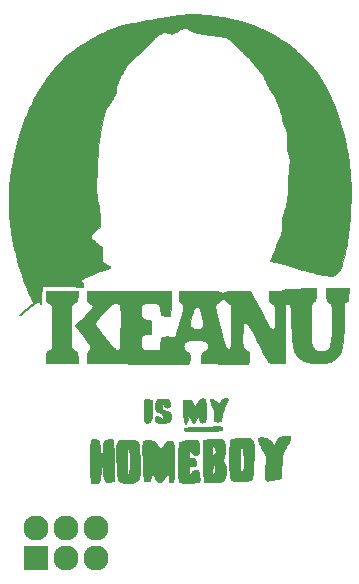
<source format=gbr>
G04 #@! TF.GenerationSoftware,KiCad,Pcbnew,(5.1.2)-1*
G04 #@! TF.CreationDate,2019-09-13T22:49:14-05:00*
G04 #@! TF.ProjectId,keanu-homeboy,6b65616e-752d-4686-9f6d-65626f792e6b,rev?*
G04 #@! TF.SameCoordinates,Original*
G04 #@! TF.FileFunction,Soldermask,Top*
G04 #@! TF.FilePolarity,Negative*
%FSLAX46Y46*%
G04 Gerber Fmt 4.6, Leading zero omitted, Abs format (unit mm)*
G04 Created by KiCad (PCBNEW (5.1.2)-1) date 2019-09-13 22:49:14*
%MOMM*%
%LPD*%
G04 APERTURE LIST*
%ADD10C,0.010000*%
%ADD11C,2.127200*%
%ADD12O,2.127200X2.127200*%
%ADD13R,2.127200X2.127200*%
G04 APERTURE END LIST*
D10*
G36*
X-12513506Y-6470987D02*
G01*
X-12466520Y-6472802D01*
X-12431314Y-6477301D01*
X-12401082Y-6485690D01*
X-12369014Y-6499175D01*
X-12340621Y-6512886D01*
X-12295983Y-6537360D01*
X-12258994Y-6562145D01*
X-12237155Y-6582172D01*
X-12236288Y-6583416D01*
X-12211083Y-6634382D01*
X-12186700Y-6707670D01*
X-12163760Y-6800204D01*
X-12142884Y-6908906D01*
X-12124692Y-7030701D01*
X-12109807Y-7162510D01*
X-12102704Y-7245350D01*
X-12090959Y-7377499D01*
X-12077099Y-7493226D01*
X-12061485Y-7590265D01*
X-12044480Y-7666349D01*
X-12027240Y-7717439D01*
X-12004251Y-7756661D01*
X-11981292Y-7771676D01*
X-11958744Y-7763676D01*
X-11936984Y-7733853D01*
X-11916391Y-7683397D01*
X-11897344Y-7613500D01*
X-11880222Y-7525354D01*
X-11865402Y-7420149D01*
X-11853264Y-7299077D01*
X-11844185Y-7163330D01*
X-11842904Y-7137400D01*
X-11835659Y-7002236D01*
X-11827206Y-6890047D01*
X-11816752Y-6798410D01*
X-11803503Y-6724903D01*
X-11786663Y-6667103D01*
X-11765438Y-6622589D01*
X-11739035Y-6588937D01*
X-11706658Y-6563726D01*
X-11667513Y-6544533D01*
X-11645900Y-6536685D01*
X-11574717Y-6517666D01*
X-11486650Y-6501306D01*
X-11390165Y-6488660D01*
X-11293726Y-6480784D01*
X-11205800Y-6478730D01*
X-11185135Y-6479290D01*
X-11125848Y-6482272D01*
X-11086442Y-6486322D01*
X-11061397Y-6492657D01*
X-11045195Y-6502497D01*
X-11036114Y-6512176D01*
X-11021224Y-6540028D01*
X-11007626Y-6585571D01*
X-10995297Y-6649370D01*
X-10984212Y-6731992D01*
X-10974348Y-6834003D01*
X-10965683Y-6955967D01*
X-10958192Y-7098451D01*
X-10951853Y-7262020D01*
X-10946642Y-7447241D01*
X-10942535Y-7654678D01*
X-10939510Y-7884898D01*
X-10937544Y-8138466D01*
X-10936611Y-8415949D01*
X-10936690Y-8717911D01*
X-10937206Y-8908978D01*
X-10941050Y-10001107D01*
X-11099800Y-10035715D01*
X-11210814Y-10058941D01*
X-11301062Y-10075440D01*
X-11374152Y-10085627D01*
X-11433693Y-10089918D01*
X-11483295Y-10088725D01*
X-11519215Y-10083923D01*
X-11595973Y-10059747D01*
X-11659576Y-10017568D01*
X-11711186Y-9955943D01*
X-11751965Y-9873427D01*
X-11783074Y-9768576D01*
X-11786927Y-9751076D01*
X-11794893Y-9708326D01*
X-11801574Y-9659877D01*
X-11807219Y-9602309D01*
X-11812074Y-9532199D01*
X-11816385Y-9446129D01*
X-11820400Y-9340675D01*
X-11823401Y-9245600D01*
X-11828140Y-9104575D01*
X-11833359Y-8987451D01*
X-11839184Y-8892729D01*
X-11845742Y-8818911D01*
X-11853162Y-8764501D01*
X-11861569Y-8727999D01*
X-11868758Y-8711217D01*
X-11885851Y-8698911D01*
X-11905613Y-8710226D01*
X-11926352Y-8743759D01*
X-11935969Y-8766835D01*
X-11954510Y-8825472D01*
X-11974651Y-8906720D01*
X-11996494Y-9011100D01*
X-12020140Y-9139138D01*
X-12045691Y-9291354D01*
X-12073247Y-9468273D01*
X-12077952Y-9499600D01*
X-12092551Y-9595731D01*
X-12106979Y-9687959D01*
X-12120536Y-9772004D01*
X-12132518Y-9843587D01*
X-12142225Y-9898429D01*
X-12148761Y-9931400D01*
X-12176281Y-10022403D01*
X-12213482Y-10091160D01*
X-12261749Y-10139434D01*
X-12322466Y-10168985D01*
X-12339033Y-10173484D01*
X-12384170Y-10180943D01*
X-12445091Y-10186710D01*
X-12514227Y-10190536D01*
X-12584009Y-10192175D01*
X-12646867Y-10191377D01*
X-12695231Y-10187897D01*
X-12709307Y-10185596D01*
X-12774878Y-10166561D01*
X-12826295Y-10141550D01*
X-12858928Y-10113078D01*
X-12866021Y-10100430D01*
X-12874322Y-10065539D01*
X-12882098Y-10007190D01*
X-12889333Y-9927319D01*
X-12896014Y-9827861D01*
X-12902128Y-9710754D01*
X-12907659Y-9577933D01*
X-12912595Y-9431334D01*
X-12916921Y-9272894D01*
X-12920624Y-9104550D01*
X-12923690Y-8928236D01*
X-12926105Y-8745890D01*
X-12927855Y-8559448D01*
X-12928926Y-8370846D01*
X-12929304Y-8182020D01*
X-12928976Y-7994906D01*
X-12927928Y-7811441D01*
X-12926145Y-7633561D01*
X-12923615Y-7463202D01*
X-12920323Y-7302301D01*
X-12916255Y-7152793D01*
X-12911397Y-7016615D01*
X-12905736Y-6895703D01*
X-12899258Y-6791993D01*
X-12891949Y-6707422D01*
X-12890395Y-6693058D01*
X-12880033Y-6624375D01*
X-12864867Y-6575135D01*
X-12841627Y-6539429D01*
X-12807042Y-6511346D01*
X-12781831Y-6496921D01*
X-12756049Y-6485319D01*
X-12727488Y-6477654D01*
X-12690271Y-6473163D01*
X-12638521Y-6471086D01*
X-12579083Y-6470650D01*
X-12513506Y-6470987D01*
X-12513506Y-6470987D01*
G37*
X-12513506Y-6470987D02*
X-12466520Y-6472802D01*
X-12431314Y-6477301D01*
X-12401082Y-6485690D01*
X-12369014Y-6499175D01*
X-12340621Y-6512886D01*
X-12295983Y-6537360D01*
X-12258994Y-6562145D01*
X-12237155Y-6582172D01*
X-12236288Y-6583416D01*
X-12211083Y-6634382D01*
X-12186700Y-6707670D01*
X-12163760Y-6800204D01*
X-12142884Y-6908906D01*
X-12124692Y-7030701D01*
X-12109807Y-7162510D01*
X-12102704Y-7245350D01*
X-12090959Y-7377499D01*
X-12077099Y-7493226D01*
X-12061485Y-7590265D01*
X-12044480Y-7666349D01*
X-12027240Y-7717439D01*
X-12004251Y-7756661D01*
X-11981292Y-7771676D01*
X-11958744Y-7763676D01*
X-11936984Y-7733853D01*
X-11916391Y-7683397D01*
X-11897344Y-7613500D01*
X-11880222Y-7525354D01*
X-11865402Y-7420149D01*
X-11853264Y-7299077D01*
X-11844185Y-7163330D01*
X-11842904Y-7137400D01*
X-11835659Y-7002236D01*
X-11827206Y-6890047D01*
X-11816752Y-6798410D01*
X-11803503Y-6724903D01*
X-11786663Y-6667103D01*
X-11765438Y-6622589D01*
X-11739035Y-6588937D01*
X-11706658Y-6563726D01*
X-11667513Y-6544533D01*
X-11645900Y-6536685D01*
X-11574717Y-6517666D01*
X-11486650Y-6501306D01*
X-11390165Y-6488660D01*
X-11293726Y-6480784D01*
X-11205800Y-6478730D01*
X-11185135Y-6479290D01*
X-11125848Y-6482272D01*
X-11086442Y-6486322D01*
X-11061397Y-6492657D01*
X-11045195Y-6502497D01*
X-11036114Y-6512176D01*
X-11021224Y-6540028D01*
X-11007626Y-6585571D01*
X-10995297Y-6649370D01*
X-10984212Y-6731992D01*
X-10974348Y-6834003D01*
X-10965683Y-6955967D01*
X-10958192Y-7098451D01*
X-10951853Y-7262020D01*
X-10946642Y-7447241D01*
X-10942535Y-7654678D01*
X-10939510Y-7884898D01*
X-10937544Y-8138466D01*
X-10936611Y-8415949D01*
X-10936690Y-8717911D01*
X-10937206Y-8908978D01*
X-10941050Y-10001107D01*
X-11099800Y-10035715D01*
X-11210814Y-10058941D01*
X-11301062Y-10075440D01*
X-11374152Y-10085627D01*
X-11433693Y-10089918D01*
X-11483295Y-10088725D01*
X-11519215Y-10083923D01*
X-11595973Y-10059747D01*
X-11659576Y-10017568D01*
X-11711186Y-9955943D01*
X-11751965Y-9873427D01*
X-11783074Y-9768576D01*
X-11786927Y-9751076D01*
X-11794893Y-9708326D01*
X-11801574Y-9659877D01*
X-11807219Y-9602309D01*
X-11812074Y-9532199D01*
X-11816385Y-9446129D01*
X-11820400Y-9340675D01*
X-11823401Y-9245600D01*
X-11828140Y-9104575D01*
X-11833359Y-8987451D01*
X-11839184Y-8892729D01*
X-11845742Y-8818911D01*
X-11853162Y-8764501D01*
X-11861569Y-8727999D01*
X-11868758Y-8711217D01*
X-11885851Y-8698911D01*
X-11905613Y-8710226D01*
X-11926352Y-8743759D01*
X-11935969Y-8766835D01*
X-11954510Y-8825472D01*
X-11974651Y-8906720D01*
X-11996494Y-9011100D01*
X-12020140Y-9139138D01*
X-12045691Y-9291354D01*
X-12073247Y-9468273D01*
X-12077952Y-9499600D01*
X-12092551Y-9595731D01*
X-12106979Y-9687959D01*
X-12120536Y-9772004D01*
X-12132518Y-9843587D01*
X-12142225Y-9898429D01*
X-12148761Y-9931400D01*
X-12176281Y-10022403D01*
X-12213482Y-10091160D01*
X-12261749Y-10139434D01*
X-12322466Y-10168985D01*
X-12339033Y-10173484D01*
X-12384170Y-10180943D01*
X-12445091Y-10186710D01*
X-12514227Y-10190536D01*
X-12584009Y-10192175D01*
X-12646867Y-10191377D01*
X-12695231Y-10187897D01*
X-12709307Y-10185596D01*
X-12774878Y-10166561D01*
X-12826295Y-10141550D01*
X-12858928Y-10113078D01*
X-12866021Y-10100430D01*
X-12874322Y-10065539D01*
X-12882098Y-10007190D01*
X-12889333Y-9927319D01*
X-12896014Y-9827861D01*
X-12902128Y-9710754D01*
X-12907659Y-9577933D01*
X-12912595Y-9431334D01*
X-12916921Y-9272894D01*
X-12920624Y-9104550D01*
X-12923690Y-8928236D01*
X-12926105Y-8745890D01*
X-12927855Y-8559448D01*
X-12928926Y-8370846D01*
X-12929304Y-8182020D01*
X-12928976Y-7994906D01*
X-12927928Y-7811441D01*
X-12926145Y-7633561D01*
X-12923615Y-7463202D01*
X-12920323Y-7302301D01*
X-12916255Y-7152793D01*
X-12911397Y-7016615D01*
X-12905736Y-6895703D01*
X-12899258Y-6791993D01*
X-12891949Y-6707422D01*
X-12890395Y-6693058D01*
X-12880033Y-6624375D01*
X-12864867Y-6575135D01*
X-12841627Y-6539429D01*
X-12807042Y-6511346D01*
X-12781831Y-6496921D01*
X-12756049Y-6485319D01*
X-12727488Y-6477654D01*
X-12690271Y-6473163D01*
X-12638521Y-6471086D01*
X-12579083Y-6470650D01*
X-12513506Y-6470987D01*
G36*
X-10241923Y-6512091D02*
G01*
X-10229255Y-6515252D01*
X-10170935Y-6528962D01*
X-10111720Y-6540067D01*
X-10048181Y-6548814D01*
X-9976889Y-6555448D01*
X-9894412Y-6560216D01*
X-9797321Y-6563364D01*
X-9682185Y-6565137D01*
X-9545575Y-6565781D01*
X-9524494Y-6565795D01*
X-9387205Y-6566406D01*
X-9272784Y-6568589D01*
X-9178715Y-6572993D01*
X-9102484Y-6580268D01*
X-9041575Y-6591062D01*
X-8993474Y-6606023D01*
X-8955663Y-6625800D01*
X-8925630Y-6651043D01*
X-8900857Y-6682399D01*
X-8878830Y-6720517D01*
X-8872039Y-6734069D01*
X-8851617Y-6790144D01*
X-8832816Y-6871350D01*
X-8815650Y-6977469D01*
X-8800138Y-7108281D01*
X-8786296Y-7263569D01*
X-8774139Y-7443114D01*
X-8763686Y-7646698D01*
X-8754953Y-7874101D01*
X-8747956Y-8125106D01*
X-8742712Y-8399495D01*
X-8742127Y-8439150D01*
X-8739902Y-8673600D01*
X-8740137Y-8889336D01*
X-8742790Y-9085569D01*
X-8747822Y-9261509D01*
X-8755191Y-9416365D01*
X-8764856Y-9549350D01*
X-8776778Y-9659672D01*
X-8790915Y-9746542D01*
X-8807226Y-9809171D01*
X-8813536Y-9825435D01*
X-8857104Y-9894366D01*
X-8923688Y-9957555D01*
X-9011411Y-10014294D01*
X-9118392Y-10063878D01*
X-9242755Y-10105601D01*
X-9382619Y-10138757D01*
X-9536106Y-10162640D01*
X-9701338Y-10176544D01*
X-9753600Y-10178685D01*
X-9826842Y-10179794D01*
X-9900152Y-10178885D01*
X-9965105Y-10176181D01*
X-10013274Y-10171905D01*
X-10013950Y-10171813D01*
X-10151197Y-10145958D01*
X-10273463Y-10108667D01*
X-10378662Y-10060993D01*
X-10464710Y-10003989D01*
X-10529519Y-9938709D01*
X-10556330Y-9897883D01*
X-10571304Y-9867153D01*
X-10583913Y-9832764D01*
X-10594825Y-9791137D01*
X-10604710Y-9738686D01*
X-10614239Y-9671832D01*
X-10624080Y-9586990D01*
X-10634903Y-9480578D01*
X-10635524Y-9474200D01*
X-10660312Y-9190092D01*
X-10681526Y-8887415D01*
X-10698859Y-8572785D01*
X-10711668Y-8260931D01*
X-9853151Y-8260931D01*
X-9852402Y-8458883D01*
X-9849201Y-8643669D01*
X-9843634Y-8813303D01*
X-9835785Y-8965798D01*
X-9825741Y-9099167D01*
X-9813585Y-9211423D01*
X-9799404Y-9300580D01*
X-9797553Y-9309710D01*
X-9783754Y-9342620D01*
X-9759699Y-9374791D01*
X-9732074Y-9399120D01*
X-9707565Y-9408506D01*
X-9704807Y-9408231D01*
X-9687342Y-9395274D01*
X-9666419Y-9366624D01*
X-9655801Y-9347200D01*
X-9637653Y-9295968D01*
X-9621431Y-9222274D01*
X-9607188Y-9128986D01*
X-9594974Y-9018973D01*
X-9584840Y-8895104D01*
X-9576837Y-8760246D01*
X-9571015Y-8617268D01*
X-9567426Y-8469039D01*
X-9566120Y-8318427D01*
X-9567149Y-8168301D01*
X-9570563Y-8021529D01*
X-9576414Y-7880979D01*
X-9584751Y-7749520D01*
X-9595627Y-7630020D01*
X-9609091Y-7525349D01*
X-9622172Y-7452251D01*
X-9642727Y-7372313D01*
X-9665755Y-7317383D01*
X-9691647Y-7287150D01*
X-9720794Y-7281307D01*
X-9753588Y-7299545D01*
X-9780064Y-7327900D01*
X-9794356Y-7348773D01*
X-9806448Y-7374070D01*
X-9816563Y-7406049D01*
X-9824923Y-7446969D01*
X-9831751Y-7499089D01*
X-9837269Y-7564668D01*
X-9841700Y-7645965D01*
X-9845267Y-7745238D01*
X-9848191Y-7864748D01*
X-9850695Y-8006753D01*
X-9851365Y-8051800D01*
X-9853151Y-8260931D01*
X-10711668Y-8260931D01*
X-10712001Y-8252824D01*
X-10720645Y-7934149D01*
X-10724480Y-7623379D01*
X-10724643Y-7562850D01*
X-10724590Y-7421628D01*
X-10723940Y-7303001D01*
X-10722415Y-7204165D01*
X-10719737Y-7122315D01*
X-10715627Y-7054647D01*
X-10709809Y-6998359D01*
X-10702004Y-6950645D01*
X-10691934Y-6908703D01*
X-10679322Y-6869728D01*
X-10663889Y-6830917D01*
X-10648715Y-6796768D01*
X-10617918Y-6738999D01*
X-10578131Y-6677739D01*
X-10534385Y-6619690D01*
X-10491712Y-6571557D01*
X-10456881Y-6541208D01*
X-10408538Y-6513293D01*
X-10361673Y-6499715D01*
X-10308673Y-6499603D01*
X-10241923Y-6512091D01*
X-10241923Y-6512091D01*
G37*
X-10241923Y-6512091D02*
X-10229255Y-6515252D01*
X-10170935Y-6528962D01*
X-10111720Y-6540067D01*
X-10048181Y-6548814D01*
X-9976889Y-6555448D01*
X-9894412Y-6560216D01*
X-9797321Y-6563364D01*
X-9682185Y-6565137D01*
X-9545575Y-6565781D01*
X-9524494Y-6565795D01*
X-9387205Y-6566406D01*
X-9272784Y-6568589D01*
X-9178715Y-6572993D01*
X-9102484Y-6580268D01*
X-9041575Y-6591062D01*
X-8993474Y-6606023D01*
X-8955663Y-6625800D01*
X-8925630Y-6651043D01*
X-8900857Y-6682399D01*
X-8878830Y-6720517D01*
X-8872039Y-6734069D01*
X-8851617Y-6790144D01*
X-8832816Y-6871350D01*
X-8815650Y-6977469D01*
X-8800138Y-7108281D01*
X-8786296Y-7263569D01*
X-8774139Y-7443114D01*
X-8763686Y-7646698D01*
X-8754953Y-7874101D01*
X-8747956Y-8125106D01*
X-8742712Y-8399495D01*
X-8742127Y-8439150D01*
X-8739902Y-8673600D01*
X-8740137Y-8889336D01*
X-8742790Y-9085569D01*
X-8747822Y-9261509D01*
X-8755191Y-9416365D01*
X-8764856Y-9549350D01*
X-8776778Y-9659672D01*
X-8790915Y-9746542D01*
X-8807226Y-9809171D01*
X-8813536Y-9825435D01*
X-8857104Y-9894366D01*
X-8923688Y-9957555D01*
X-9011411Y-10014294D01*
X-9118392Y-10063878D01*
X-9242755Y-10105601D01*
X-9382619Y-10138757D01*
X-9536106Y-10162640D01*
X-9701338Y-10176544D01*
X-9753600Y-10178685D01*
X-9826842Y-10179794D01*
X-9900152Y-10178885D01*
X-9965105Y-10176181D01*
X-10013274Y-10171905D01*
X-10013950Y-10171813D01*
X-10151197Y-10145958D01*
X-10273463Y-10108667D01*
X-10378662Y-10060993D01*
X-10464710Y-10003989D01*
X-10529519Y-9938709D01*
X-10556330Y-9897883D01*
X-10571304Y-9867153D01*
X-10583913Y-9832764D01*
X-10594825Y-9791137D01*
X-10604710Y-9738686D01*
X-10614239Y-9671832D01*
X-10624080Y-9586990D01*
X-10634903Y-9480578D01*
X-10635524Y-9474200D01*
X-10660312Y-9190092D01*
X-10681526Y-8887415D01*
X-10698859Y-8572785D01*
X-10711668Y-8260931D01*
X-9853151Y-8260931D01*
X-9852402Y-8458883D01*
X-9849201Y-8643669D01*
X-9843634Y-8813303D01*
X-9835785Y-8965798D01*
X-9825741Y-9099167D01*
X-9813585Y-9211423D01*
X-9799404Y-9300580D01*
X-9797553Y-9309710D01*
X-9783754Y-9342620D01*
X-9759699Y-9374791D01*
X-9732074Y-9399120D01*
X-9707565Y-9408506D01*
X-9704807Y-9408231D01*
X-9687342Y-9395274D01*
X-9666419Y-9366624D01*
X-9655801Y-9347200D01*
X-9637653Y-9295968D01*
X-9621431Y-9222274D01*
X-9607188Y-9128986D01*
X-9594974Y-9018973D01*
X-9584840Y-8895104D01*
X-9576837Y-8760246D01*
X-9571015Y-8617268D01*
X-9567426Y-8469039D01*
X-9566120Y-8318427D01*
X-9567149Y-8168301D01*
X-9570563Y-8021529D01*
X-9576414Y-7880979D01*
X-9584751Y-7749520D01*
X-9595627Y-7630020D01*
X-9609091Y-7525349D01*
X-9622172Y-7452251D01*
X-9642727Y-7372313D01*
X-9665755Y-7317383D01*
X-9691647Y-7287150D01*
X-9720794Y-7281307D01*
X-9753588Y-7299545D01*
X-9780064Y-7327900D01*
X-9794356Y-7348773D01*
X-9806448Y-7374070D01*
X-9816563Y-7406049D01*
X-9824923Y-7446969D01*
X-9831751Y-7499089D01*
X-9837269Y-7564668D01*
X-9841700Y-7645965D01*
X-9845267Y-7745238D01*
X-9848191Y-7864748D01*
X-9850695Y-8006753D01*
X-9851365Y-8051800D01*
X-9853151Y-8260931D01*
X-10711668Y-8260931D01*
X-10712001Y-8252824D01*
X-10720645Y-7934149D01*
X-10724480Y-7623379D01*
X-10724643Y-7562850D01*
X-10724590Y-7421628D01*
X-10723940Y-7303001D01*
X-10722415Y-7204165D01*
X-10719737Y-7122315D01*
X-10715627Y-7054647D01*
X-10709809Y-6998359D01*
X-10702004Y-6950645D01*
X-10691934Y-6908703D01*
X-10679322Y-6869728D01*
X-10663889Y-6830917D01*
X-10648715Y-6796768D01*
X-10617918Y-6738999D01*
X-10578131Y-6677739D01*
X-10534385Y-6619690D01*
X-10491712Y-6571557D01*
X-10456881Y-6541208D01*
X-10408538Y-6513293D01*
X-10361673Y-6499715D01*
X-10308673Y-6499603D01*
X-10241923Y-6512091D01*
G36*
X-4125446Y-6508140D02*
G01*
X-4026941Y-6517430D01*
X-3944031Y-6532602D01*
X-3879853Y-6553984D01*
X-3843082Y-6576661D01*
X-3812545Y-6616875D01*
X-3784335Y-6682102D01*
X-3758568Y-6772055D01*
X-3750603Y-6807200D01*
X-3742926Y-6847582D01*
X-3737080Y-6890639D01*
X-3732841Y-6940470D01*
X-3729988Y-7001171D01*
X-3728297Y-7076839D01*
X-3727545Y-7171571D01*
X-3727450Y-7232650D01*
X-3727831Y-7344519D01*
X-3729303Y-7434254D01*
X-3732357Y-7505114D01*
X-3737489Y-7560359D01*
X-3745189Y-7603247D01*
X-3755952Y-7637038D01*
X-3770270Y-7664990D01*
X-3788636Y-7690363D01*
X-3798427Y-7701892D01*
X-3849694Y-7742872D01*
X-3918938Y-7772422D01*
X-4000541Y-7788513D01*
X-4044950Y-7790882D01*
X-4113281Y-7783965D01*
X-4173906Y-7760611D01*
X-4230981Y-7718297D01*
X-4288666Y-7654497D01*
X-4305159Y-7632891D01*
X-4368584Y-7554129D01*
X-4425048Y-7498169D01*
X-4474132Y-7465309D01*
X-4515418Y-7455846D01*
X-4541524Y-7464619D01*
X-4562425Y-7484761D01*
X-4576767Y-7515163D01*
X-4585423Y-7559816D01*
X-4589270Y-7622707D01*
X-4589533Y-7683500D01*
X-4584284Y-7795249D01*
X-4571325Y-7889040D01*
X-4551099Y-7962865D01*
X-4524048Y-8014720D01*
X-4513970Y-8026400D01*
X-4498177Y-8040732D01*
X-4481545Y-8049760D01*
X-4458287Y-8054502D01*
X-4422616Y-8055973D01*
X-4368744Y-8055190D01*
X-4352417Y-8054779D01*
X-4267654Y-8055755D01*
X-4202529Y-8065125D01*
X-4152057Y-8085052D01*
X-4111250Y-8117702D01*
X-4075123Y-8165240D01*
X-4066776Y-8178800D01*
X-4028570Y-8253101D01*
X-3997917Y-8333021D01*
X-3975786Y-8413566D01*
X-3963144Y-8489744D01*
X-3960958Y-8556560D01*
X-3970198Y-8609021D01*
X-3979596Y-8628602D01*
X-4004750Y-8658677D01*
X-4038206Y-8681861D01*
X-4083580Y-8699273D01*
X-4144488Y-8712030D01*
X-4224545Y-8721250D01*
X-4295455Y-8726291D01*
X-4391451Y-8733077D01*
X-4465135Y-8742746D01*
X-4519438Y-8758434D01*
X-4557293Y-8783276D01*
X-4581629Y-8820408D01*
X-4595378Y-8872965D01*
X-4601472Y-8944084D01*
X-4602841Y-9036900D01*
X-4602815Y-9055100D01*
X-4601130Y-9151503D01*
X-4596152Y-9226691D01*
X-4587160Y-9284717D01*
X-4573436Y-9329636D01*
X-4554260Y-9365500D01*
X-4545636Y-9377292D01*
X-4516538Y-9403919D01*
X-4485285Y-9410798D01*
X-4450463Y-9397085D01*
X-4410664Y-9361931D01*
X-4364475Y-9304492D01*
X-4323243Y-9243888D01*
X-4272275Y-9170167D01*
X-4226246Y-9116968D01*
X-4180546Y-9081275D01*
X-4130566Y-9060074D01*
X-4071698Y-9050347D01*
X-4024963Y-9048750D01*
X-3946298Y-9054945D01*
X-3885379Y-9075629D01*
X-3837226Y-9113947D01*
X-3796858Y-9173044D01*
X-3782344Y-9201987D01*
X-3754159Y-9276004D01*
X-3728614Y-9369039D01*
X-3706623Y-9474770D01*
X-3689101Y-9586874D01*
X-3676960Y-9699029D01*
X-3671115Y-9804912D01*
X-3672479Y-9898201D01*
X-3676047Y-9937317D01*
X-3684460Y-9981013D01*
X-3699384Y-10016883D01*
X-3723320Y-10046003D01*
X-3758773Y-10069449D01*
X-3808246Y-10088296D01*
X-3874243Y-10103621D01*
X-3959266Y-10116501D01*
X-4065820Y-10128010D01*
X-4133850Y-10134090D01*
X-4190211Y-10137615D01*
X-4265574Y-10140469D01*
X-4355708Y-10142652D01*
X-4456381Y-10144162D01*
X-4563362Y-10145001D01*
X-4672420Y-10145168D01*
X-4779321Y-10144663D01*
X-4879835Y-10143487D01*
X-4969730Y-10141638D01*
X-5044773Y-10139116D01*
X-5100734Y-10135923D01*
X-5119931Y-10134110D01*
X-5206379Y-10122659D01*
X-5271350Y-10110522D01*
X-5318763Y-10096528D01*
X-5352537Y-10079504D01*
X-5376590Y-10058277D01*
X-5377667Y-10057015D01*
X-5396248Y-10029683D01*
X-5412741Y-9993498D01*
X-5427249Y-9947079D01*
X-5439876Y-9889044D01*
X-5450727Y-9818013D01*
X-5459907Y-9732604D01*
X-5467521Y-9631436D01*
X-5473672Y-9513127D01*
X-5478465Y-9376297D01*
X-5482005Y-9219564D01*
X-5484396Y-9041546D01*
X-5485743Y-8840863D01*
X-5486151Y-8623300D01*
X-5485363Y-8361119D01*
X-5483035Y-8115424D01*
X-5479210Y-7887013D01*
X-5473932Y-7676680D01*
X-5467245Y-7485223D01*
X-5459193Y-7313437D01*
X-5449821Y-7162121D01*
X-5439171Y-7032069D01*
X-5427288Y-6924079D01*
X-5414216Y-6838947D01*
X-5399999Y-6777469D01*
X-5384681Y-6740442D01*
X-5382061Y-6736751D01*
X-5341101Y-6700899D01*
X-5278092Y-6667014D01*
X-5196171Y-6635422D01*
X-5098475Y-6606450D01*
X-4988141Y-6580423D01*
X-4868305Y-6557670D01*
X-4742106Y-6538515D01*
X-4612680Y-6523284D01*
X-4483164Y-6512306D01*
X-4356695Y-6505904D01*
X-4236410Y-6504407D01*
X-4125446Y-6508140D01*
X-4125446Y-6508140D01*
G37*
X-4125446Y-6508140D02*
X-4026941Y-6517430D01*
X-3944031Y-6532602D01*
X-3879853Y-6553984D01*
X-3843082Y-6576661D01*
X-3812545Y-6616875D01*
X-3784335Y-6682102D01*
X-3758568Y-6772055D01*
X-3750603Y-6807200D01*
X-3742926Y-6847582D01*
X-3737080Y-6890639D01*
X-3732841Y-6940470D01*
X-3729988Y-7001171D01*
X-3728297Y-7076839D01*
X-3727545Y-7171571D01*
X-3727450Y-7232650D01*
X-3727831Y-7344519D01*
X-3729303Y-7434254D01*
X-3732357Y-7505114D01*
X-3737489Y-7560359D01*
X-3745189Y-7603247D01*
X-3755952Y-7637038D01*
X-3770270Y-7664990D01*
X-3788636Y-7690363D01*
X-3798427Y-7701892D01*
X-3849694Y-7742872D01*
X-3918938Y-7772422D01*
X-4000541Y-7788513D01*
X-4044950Y-7790882D01*
X-4113281Y-7783965D01*
X-4173906Y-7760611D01*
X-4230981Y-7718297D01*
X-4288666Y-7654497D01*
X-4305159Y-7632891D01*
X-4368584Y-7554129D01*
X-4425048Y-7498169D01*
X-4474132Y-7465309D01*
X-4515418Y-7455846D01*
X-4541524Y-7464619D01*
X-4562425Y-7484761D01*
X-4576767Y-7515163D01*
X-4585423Y-7559816D01*
X-4589270Y-7622707D01*
X-4589533Y-7683500D01*
X-4584284Y-7795249D01*
X-4571325Y-7889040D01*
X-4551099Y-7962865D01*
X-4524048Y-8014720D01*
X-4513970Y-8026400D01*
X-4498177Y-8040732D01*
X-4481545Y-8049760D01*
X-4458287Y-8054502D01*
X-4422616Y-8055973D01*
X-4368744Y-8055190D01*
X-4352417Y-8054779D01*
X-4267654Y-8055755D01*
X-4202529Y-8065125D01*
X-4152057Y-8085052D01*
X-4111250Y-8117702D01*
X-4075123Y-8165240D01*
X-4066776Y-8178800D01*
X-4028570Y-8253101D01*
X-3997917Y-8333021D01*
X-3975786Y-8413566D01*
X-3963144Y-8489744D01*
X-3960958Y-8556560D01*
X-3970198Y-8609021D01*
X-3979596Y-8628602D01*
X-4004750Y-8658677D01*
X-4038206Y-8681861D01*
X-4083580Y-8699273D01*
X-4144488Y-8712030D01*
X-4224545Y-8721250D01*
X-4295455Y-8726291D01*
X-4391451Y-8733077D01*
X-4465135Y-8742746D01*
X-4519438Y-8758434D01*
X-4557293Y-8783276D01*
X-4581629Y-8820408D01*
X-4595378Y-8872965D01*
X-4601472Y-8944084D01*
X-4602841Y-9036900D01*
X-4602815Y-9055100D01*
X-4601130Y-9151503D01*
X-4596152Y-9226691D01*
X-4587160Y-9284717D01*
X-4573436Y-9329636D01*
X-4554260Y-9365500D01*
X-4545636Y-9377292D01*
X-4516538Y-9403919D01*
X-4485285Y-9410798D01*
X-4450463Y-9397085D01*
X-4410664Y-9361931D01*
X-4364475Y-9304492D01*
X-4323243Y-9243888D01*
X-4272275Y-9170167D01*
X-4226246Y-9116968D01*
X-4180546Y-9081275D01*
X-4130566Y-9060074D01*
X-4071698Y-9050347D01*
X-4024963Y-9048750D01*
X-3946298Y-9054945D01*
X-3885379Y-9075629D01*
X-3837226Y-9113947D01*
X-3796858Y-9173044D01*
X-3782344Y-9201987D01*
X-3754159Y-9276004D01*
X-3728614Y-9369039D01*
X-3706623Y-9474770D01*
X-3689101Y-9586874D01*
X-3676960Y-9699029D01*
X-3671115Y-9804912D01*
X-3672479Y-9898201D01*
X-3676047Y-9937317D01*
X-3684460Y-9981013D01*
X-3699384Y-10016883D01*
X-3723320Y-10046003D01*
X-3758773Y-10069449D01*
X-3808246Y-10088296D01*
X-3874243Y-10103621D01*
X-3959266Y-10116501D01*
X-4065820Y-10128010D01*
X-4133850Y-10134090D01*
X-4190211Y-10137615D01*
X-4265574Y-10140469D01*
X-4355708Y-10142652D01*
X-4456381Y-10144162D01*
X-4563362Y-10145001D01*
X-4672420Y-10145168D01*
X-4779321Y-10144663D01*
X-4879835Y-10143487D01*
X-4969730Y-10141638D01*
X-5044773Y-10139116D01*
X-5100734Y-10135923D01*
X-5119931Y-10134110D01*
X-5206379Y-10122659D01*
X-5271350Y-10110522D01*
X-5318763Y-10096528D01*
X-5352537Y-10079504D01*
X-5376590Y-10058277D01*
X-5377667Y-10057015D01*
X-5396248Y-10029683D01*
X-5412741Y-9993498D01*
X-5427249Y-9947079D01*
X-5439876Y-9889044D01*
X-5450727Y-9818013D01*
X-5459907Y-9732604D01*
X-5467521Y-9631436D01*
X-5473672Y-9513127D01*
X-5478465Y-9376297D01*
X-5482005Y-9219564D01*
X-5484396Y-9041546D01*
X-5485743Y-8840863D01*
X-5486151Y-8623300D01*
X-5485363Y-8361119D01*
X-5483035Y-8115424D01*
X-5479210Y-7887013D01*
X-5473932Y-7676680D01*
X-5467245Y-7485223D01*
X-5459193Y-7313437D01*
X-5449821Y-7162121D01*
X-5439171Y-7032069D01*
X-5427288Y-6924079D01*
X-5414216Y-6838947D01*
X-5399999Y-6777469D01*
X-5384681Y-6740442D01*
X-5382061Y-6736751D01*
X-5341101Y-6700899D01*
X-5278092Y-6667014D01*
X-5196171Y-6635422D01*
X-5098475Y-6606450D01*
X-4988141Y-6580423D01*
X-4868305Y-6557670D01*
X-4742106Y-6538515D01*
X-4612680Y-6523284D01*
X-4483164Y-6512306D01*
X-4356695Y-6505904D01*
X-4236410Y-6504407D01*
X-4125446Y-6508140D01*
G36*
X-8064500Y-6559651D02*
G01*
X-7964444Y-6560468D01*
X-7884429Y-6563065D01*
X-7819138Y-6567801D01*
X-7763251Y-6575037D01*
X-7721600Y-6582898D01*
X-7659667Y-6596601D01*
X-7609672Y-6609858D01*
X-7568018Y-6625337D01*
X-7531108Y-6645707D01*
X-7495346Y-6673635D01*
X-7457135Y-6711789D01*
X-7412878Y-6762839D01*
X-7358980Y-6829451D01*
X-7315835Y-6883925D01*
X-7261380Y-6951944D01*
X-7209239Y-7015392D01*
X-7162407Y-7070752D01*
X-7123879Y-7114511D01*
X-7096650Y-7143150D01*
X-7089373Y-7149768D01*
X-7026554Y-7190805D01*
X-6966427Y-7207683D01*
X-6908573Y-7200185D01*
X-6852571Y-7168095D01*
X-6798001Y-7111198D01*
X-6744442Y-7029278D01*
X-6705248Y-6952494D01*
X-6651674Y-6852235D01*
X-6593121Y-6773015D01*
X-6525632Y-6710493D01*
X-6445247Y-6660328D01*
X-6433357Y-6654347D01*
X-6376280Y-6630686D01*
X-6308170Y-6608906D01*
X-6238454Y-6591488D01*
X-6176561Y-6580917D01*
X-6146800Y-6578891D01*
X-6072093Y-6590629D01*
X-6003634Y-6624258D01*
X-5967144Y-6655353D01*
X-5940603Y-6688386D01*
X-5916878Y-6729648D01*
X-5895868Y-6780386D01*
X-5877474Y-6841848D01*
X-5861594Y-6915282D01*
X-5848129Y-7001936D01*
X-5836978Y-7103057D01*
X-5828040Y-7219894D01*
X-5821214Y-7353694D01*
X-5816401Y-7505705D01*
X-5813500Y-7677176D01*
X-5812409Y-7869353D01*
X-5813030Y-8083485D01*
X-5815260Y-8320820D01*
X-5817841Y-8509000D01*
X-5821524Y-8736251D01*
X-5825346Y-8939525D01*
X-5829419Y-9120244D01*
X-5833856Y-9279832D01*
X-5838769Y-9419711D01*
X-5844271Y-9541303D01*
X-5850475Y-9646032D01*
X-5857494Y-9735320D01*
X-5865439Y-9810590D01*
X-5874424Y-9873264D01*
X-5884562Y-9924766D01*
X-5895964Y-9966518D01*
X-5908745Y-9999943D01*
X-5923016Y-10026464D01*
X-5938889Y-10047503D01*
X-5939752Y-10048463D01*
X-5971481Y-10069479D01*
X-6019534Y-10085446D01*
X-6076460Y-10095632D01*
X-6134805Y-10099302D01*
X-6187118Y-10095724D01*
X-6225945Y-10084165D01*
X-6235575Y-10077563D01*
X-6257812Y-10042451D01*
X-6273817Y-9983407D01*
X-6283456Y-9901156D01*
X-6286596Y-9800599D01*
X-6290021Y-9681476D01*
X-6300159Y-9586743D01*
X-6317095Y-9516274D01*
X-6340917Y-9469938D01*
X-6371711Y-9447607D01*
X-6409562Y-9449151D01*
X-6454558Y-9474443D01*
X-6486389Y-9502292D01*
X-6514379Y-9533323D01*
X-6551685Y-9579886D01*
X-6593849Y-9636173D01*
X-6636414Y-9696374D01*
X-6645108Y-9709150D01*
X-6713366Y-9807536D01*
X-6772639Y-9886655D01*
X-6825740Y-9949732D01*
X-6875483Y-9999995D01*
X-6924680Y-10040670D01*
X-6949169Y-10057897D01*
X-7017646Y-10095246D01*
X-7077292Y-10109530D01*
X-7129384Y-10100986D01*
X-7143750Y-10093994D01*
X-7207741Y-10049953D01*
X-7270805Y-9990282D01*
X-7334823Y-9912716D01*
X-7401675Y-9814991D01*
X-7468957Y-9702414D01*
X-7527625Y-9604341D01*
X-7579487Y-9528747D01*
X-7624132Y-9476177D01*
X-7660033Y-9447765D01*
X-7685917Y-9442328D01*
X-7710283Y-9455674D01*
X-7733847Y-9489126D01*
X-7757326Y-9544010D01*
X-7781436Y-9621650D01*
X-7805204Y-9716084D01*
X-7828257Y-9808680D01*
X-7850430Y-9879032D01*
X-7874450Y-9930037D01*
X-7903042Y-9964595D01*
X-7938930Y-9985603D01*
X-7984841Y-9995961D01*
X-8043499Y-9998565D01*
X-8070394Y-9998106D01*
X-8141393Y-9994511D01*
X-8221196Y-9987979D01*
X-8293574Y-9979858D01*
X-8299450Y-9979056D01*
X-8413750Y-9963150D01*
X-8454734Y-9124950D01*
X-8464900Y-8907164D01*
X-8474071Y-8690811D01*
X-8482219Y-8477620D01*
X-8489317Y-8269325D01*
X-8495337Y-8067655D01*
X-8500252Y-7874343D01*
X-8504035Y-7691120D01*
X-8506658Y-7519718D01*
X-8508094Y-7361867D01*
X-8508315Y-7219300D01*
X-8507295Y-7093749D01*
X-8505005Y-6986943D01*
X-8501418Y-6900616D01*
X-8496508Y-6836498D01*
X-8491466Y-6801670D01*
X-8473776Y-6728808D01*
X-8453758Y-6675952D01*
X-8428121Y-6637725D01*
X-8393575Y-6608751D01*
X-8362737Y-6591300D01*
X-8339235Y-6580085D01*
X-8317122Y-6571878D01*
X-8292005Y-6566214D01*
X-8259491Y-6562624D01*
X-8215184Y-6560645D01*
X-8154691Y-6559808D01*
X-8073619Y-6559648D01*
X-8064500Y-6559651D01*
X-8064500Y-6559651D01*
G37*
X-8064500Y-6559651D02*
X-7964444Y-6560468D01*
X-7884429Y-6563065D01*
X-7819138Y-6567801D01*
X-7763251Y-6575037D01*
X-7721600Y-6582898D01*
X-7659667Y-6596601D01*
X-7609672Y-6609858D01*
X-7568018Y-6625337D01*
X-7531108Y-6645707D01*
X-7495346Y-6673635D01*
X-7457135Y-6711789D01*
X-7412878Y-6762839D01*
X-7358980Y-6829451D01*
X-7315835Y-6883925D01*
X-7261380Y-6951944D01*
X-7209239Y-7015392D01*
X-7162407Y-7070752D01*
X-7123879Y-7114511D01*
X-7096650Y-7143150D01*
X-7089373Y-7149768D01*
X-7026554Y-7190805D01*
X-6966427Y-7207683D01*
X-6908573Y-7200185D01*
X-6852571Y-7168095D01*
X-6798001Y-7111198D01*
X-6744442Y-7029278D01*
X-6705248Y-6952494D01*
X-6651674Y-6852235D01*
X-6593121Y-6773015D01*
X-6525632Y-6710493D01*
X-6445247Y-6660328D01*
X-6433357Y-6654347D01*
X-6376280Y-6630686D01*
X-6308170Y-6608906D01*
X-6238454Y-6591488D01*
X-6176561Y-6580917D01*
X-6146800Y-6578891D01*
X-6072093Y-6590629D01*
X-6003634Y-6624258D01*
X-5967144Y-6655353D01*
X-5940603Y-6688386D01*
X-5916878Y-6729648D01*
X-5895868Y-6780386D01*
X-5877474Y-6841848D01*
X-5861594Y-6915282D01*
X-5848129Y-7001936D01*
X-5836978Y-7103057D01*
X-5828040Y-7219894D01*
X-5821214Y-7353694D01*
X-5816401Y-7505705D01*
X-5813500Y-7677176D01*
X-5812409Y-7869353D01*
X-5813030Y-8083485D01*
X-5815260Y-8320820D01*
X-5817841Y-8509000D01*
X-5821524Y-8736251D01*
X-5825346Y-8939525D01*
X-5829419Y-9120244D01*
X-5833856Y-9279832D01*
X-5838769Y-9419711D01*
X-5844271Y-9541303D01*
X-5850475Y-9646032D01*
X-5857494Y-9735320D01*
X-5865439Y-9810590D01*
X-5874424Y-9873264D01*
X-5884562Y-9924766D01*
X-5895964Y-9966518D01*
X-5908745Y-9999943D01*
X-5923016Y-10026464D01*
X-5938889Y-10047503D01*
X-5939752Y-10048463D01*
X-5971481Y-10069479D01*
X-6019534Y-10085446D01*
X-6076460Y-10095632D01*
X-6134805Y-10099302D01*
X-6187118Y-10095724D01*
X-6225945Y-10084165D01*
X-6235575Y-10077563D01*
X-6257812Y-10042451D01*
X-6273817Y-9983407D01*
X-6283456Y-9901156D01*
X-6286596Y-9800599D01*
X-6290021Y-9681476D01*
X-6300159Y-9586743D01*
X-6317095Y-9516274D01*
X-6340917Y-9469938D01*
X-6371711Y-9447607D01*
X-6409562Y-9449151D01*
X-6454558Y-9474443D01*
X-6486389Y-9502292D01*
X-6514379Y-9533323D01*
X-6551685Y-9579886D01*
X-6593849Y-9636173D01*
X-6636414Y-9696374D01*
X-6645108Y-9709150D01*
X-6713366Y-9807536D01*
X-6772639Y-9886655D01*
X-6825740Y-9949732D01*
X-6875483Y-9999995D01*
X-6924680Y-10040670D01*
X-6949169Y-10057897D01*
X-7017646Y-10095246D01*
X-7077292Y-10109530D01*
X-7129384Y-10100986D01*
X-7143750Y-10093994D01*
X-7207741Y-10049953D01*
X-7270805Y-9990282D01*
X-7334823Y-9912716D01*
X-7401675Y-9814991D01*
X-7468957Y-9702414D01*
X-7527625Y-9604341D01*
X-7579487Y-9528747D01*
X-7624132Y-9476177D01*
X-7660033Y-9447765D01*
X-7685917Y-9442328D01*
X-7710283Y-9455674D01*
X-7733847Y-9489126D01*
X-7757326Y-9544010D01*
X-7781436Y-9621650D01*
X-7805204Y-9716084D01*
X-7828257Y-9808680D01*
X-7850430Y-9879032D01*
X-7874450Y-9930037D01*
X-7903042Y-9964595D01*
X-7938930Y-9985603D01*
X-7984841Y-9995961D01*
X-8043499Y-9998565D01*
X-8070394Y-9998106D01*
X-8141393Y-9994511D01*
X-8221196Y-9987979D01*
X-8293574Y-9979858D01*
X-8299450Y-9979056D01*
X-8413750Y-9963150D01*
X-8454734Y-9124950D01*
X-8464900Y-8907164D01*
X-8474071Y-8690811D01*
X-8482219Y-8477620D01*
X-8489317Y-8269325D01*
X-8495337Y-8067655D01*
X-8500252Y-7874343D01*
X-8504035Y-7691120D01*
X-8506658Y-7519718D01*
X-8508094Y-7361867D01*
X-8508315Y-7219300D01*
X-8507295Y-7093749D01*
X-8505005Y-6986943D01*
X-8501418Y-6900616D01*
X-8496508Y-6836498D01*
X-8491466Y-6801670D01*
X-8473776Y-6728808D01*
X-8453758Y-6675952D01*
X-8428121Y-6637725D01*
X-8393575Y-6608751D01*
X-8362737Y-6591300D01*
X-8339235Y-6580085D01*
X-8317122Y-6571878D01*
X-8292005Y-6566214D01*
X-8259491Y-6562624D01*
X-8215184Y-6560645D01*
X-8154691Y-6559808D01*
X-8073619Y-6559648D01*
X-8064500Y-6559651D01*
G36*
X-1985659Y-6456922D02*
G01*
X-1896387Y-6463043D01*
X-1823703Y-6473258D01*
X-1765419Y-6488171D01*
X-1719347Y-6508388D01*
X-1683297Y-6534512D01*
X-1655081Y-6567147D01*
X-1632509Y-6606898D01*
X-1613393Y-6654369D01*
X-1608518Y-6668656D01*
X-1592049Y-6724908D01*
X-1573630Y-6798656D01*
X-1554455Y-6883877D01*
X-1535719Y-6974550D01*
X-1518616Y-7064651D01*
X-1504342Y-7148157D01*
X-1494090Y-7219047D01*
X-1489084Y-7270750D01*
X-1490217Y-7373488D01*
X-1502388Y-7491869D01*
X-1524515Y-7619213D01*
X-1555515Y-7748842D01*
X-1580004Y-7831457D01*
X-1616102Y-7946869D01*
X-1643334Y-8041876D01*
X-1662219Y-8119673D01*
X-1673278Y-8183457D01*
X-1677029Y-8236424D01*
X-1673994Y-8281772D01*
X-1664693Y-8322695D01*
X-1661494Y-8332479D01*
X-1647553Y-8364094D01*
X-1624297Y-8408285D01*
X-1596331Y-8456386D01*
X-1591302Y-8464550D01*
X-1539037Y-8562484D01*
X-1498922Y-8670067D01*
X-1470254Y-8790526D01*
X-1452336Y-8927090D01*
X-1444466Y-9082987D01*
X-1443957Y-9144000D01*
X-1449829Y-9319150D01*
X-1467327Y-9475222D01*
X-1496969Y-9615979D01*
X-1518842Y-9688848D01*
X-1566752Y-9802808D01*
X-1628174Y-9896095D01*
X-1704907Y-9970301D01*
X-1798749Y-10027022D01*
X-1911501Y-10067851D01*
X-1959908Y-10079580D01*
X-1996405Y-10084627D01*
X-2054577Y-10089254D01*
X-2130701Y-10093403D01*
X-2221055Y-10097021D01*
X-2321914Y-10100050D01*
X-2429558Y-10102436D01*
X-2540262Y-10104122D01*
X-2650305Y-10105053D01*
X-2755963Y-10105173D01*
X-2853514Y-10104425D01*
X-2939235Y-10102756D01*
X-3009403Y-10100108D01*
X-3060296Y-10096426D01*
X-3063260Y-10096103D01*
X-3149267Y-10084246D01*
X-3213834Y-10069957D01*
X-3260889Y-10052102D01*
X-3294359Y-10029550D01*
X-3294536Y-10029390D01*
X-3325577Y-10001250D01*
X-3352197Y-9244157D01*
X-2627269Y-9244157D01*
X-2621148Y-9308570D01*
X-2604640Y-9354314D01*
X-2590092Y-9373308D01*
X-2552482Y-9395372D01*
X-2511553Y-9395359D01*
X-2475193Y-9373920D01*
X-2466118Y-9363075D01*
X-2431801Y-9300574D01*
X-2401862Y-9218306D01*
X-2377545Y-9121708D01*
X-2360092Y-9016218D01*
X-2350746Y-8907273D01*
X-2349500Y-8852672D01*
X-2352223Y-8766806D01*
X-2360766Y-8704026D01*
X-2375692Y-8662565D01*
X-2397564Y-8640659D01*
X-2418623Y-8636000D01*
X-2451543Y-8648185D01*
X-2484790Y-8682771D01*
X-2517203Y-8736799D01*
X-2547625Y-8807315D01*
X-2574898Y-8891360D01*
X-2597863Y-8985978D01*
X-2615362Y-9088213D01*
X-2623376Y-9158658D01*
X-2627269Y-9244157D01*
X-3352197Y-9244157D01*
X-3358398Y-9067800D01*
X-3367564Y-8805914D01*
X-3375791Y-8568036D01*
X-3383110Y-8352793D01*
X-3389551Y-8158811D01*
X-3395144Y-7984716D01*
X-3399920Y-7829134D01*
X-3403908Y-7690693D01*
X-3407141Y-7568019D01*
X-3409647Y-7459738D01*
X-3409738Y-7454900D01*
X-2622514Y-7454900D01*
X-2620056Y-7569015D01*
X-2612487Y-7659970D01*
X-2599447Y-7729554D01*
X-2580574Y-7779558D01*
X-2555508Y-7811772D01*
X-2549692Y-7816257D01*
X-2522079Y-7831725D01*
X-2498009Y-7832512D01*
X-2470235Y-7817016D01*
X-2440885Y-7792183D01*
X-2408105Y-7755944D01*
X-2374573Y-7708575D01*
X-2355123Y-7674708D01*
X-2337691Y-7638093D01*
X-2326777Y-7606541D01*
X-2320951Y-7572157D01*
X-2318784Y-7527046D01*
X-2318754Y-7473950D01*
X-2326060Y-7370600D01*
X-2345317Y-7275790D01*
X-2375053Y-7193155D01*
X-2413798Y-7126330D01*
X-2460080Y-7078952D01*
X-2484546Y-7064183D01*
X-2514440Y-7051172D01*
X-2532459Y-7051051D01*
X-2549609Y-7065684D01*
X-2559339Y-7076840D01*
X-2582535Y-7113528D01*
X-2600008Y-7164399D01*
X-2612193Y-7232040D01*
X-2619522Y-7319041D01*
X-2622426Y-7427988D01*
X-2622514Y-7454900D01*
X-3409738Y-7454900D01*
X-3411458Y-7364476D01*
X-3412604Y-7280860D01*
X-3413115Y-7207517D01*
X-3413021Y-7143072D01*
X-3412354Y-7086153D01*
X-3411144Y-7035386D01*
X-3409421Y-6989397D01*
X-3407215Y-6946813D01*
X-3405872Y-6925334D01*
X-3397078Y-6814546D01*
X-3386541Y-6726559D01*
X-3373670Y-6658799D01*
X-3357873Y-6608695D01*
X-3338557Y-6573671D01*
X-3320720Y-6555208D01*
X-3284033Y-6535906D01*
X-3225466Y-6518725D01*
X-3144527Y-6503615D01*
X-3040727Y-6490525D01*
X-2913576Y-6479404D01*
X-2762584Y-6470201D01*
X-2587261Y-6462866D01*
X-2387117Y-6457347D01*
X-2374900Y-6457085D01*
X-2222727Y-6454547D01*
X-2093710Y-6454292D01*
X-1985659Y-6456922D01*
X-1985659Y-6456922D01*
G37*
X-1985659Y-6456922D02*
X-1896387Y-6463043D01*
X-1823703Y-6473258D01*
X-1765419Y-6488171D01*
X-1719347Y-6508388D01*
X-1683297Y-6534512D01*
X-1655081Y-6567147D01*
X-1632509Y-6606898D01*
X-1613393Y-6654369D01*
X-1608518Y-6668656D01*
X-1592049Y-6724908D01*
X-1573630Y-6798656D01*
X-1554455Y-6883877D01*
X-1535719Y-6974550D01*
X-1518616Y-7064651D01*
X-1504342Y-7148157D01*
X-1494090Y-7219047D01*
X-1489084Y-7270750D01*
X-1490217Y-7373488D01*
X-1502388Y-7491869D01*
X-1524515Y-7619213D01*
X-1555515Y-7748842D01*
X-1580004Y-7831457D01*
X-1616102Y-7946869D01*
X-1643334Y-8041876D01*
X-1662219Y-8119673D01*
X-1673278Y-8183457D01*
X-1677029Y-8236424D01*
X-1673994Y-8281772D01*
X-1664693Y-8322695D01*
X-1661494Y-8332479D01*
X-1647553Y-8364094D01*
X-1624297Y-8408285D01*
X-1596331Y-8456386D01*
X-1591302Y-8464550D01*
X-1539037Y-8562484D01*
X-1498922Y-8670067D01*
X-1470254Y-8790526D01*
X-1452336Y-8927090D01*
X-1444466Y-9082987D01*
X-1443957Y-9144000D01*
X-1449829Y-9319150D01*
X-1467327Y-9475222D01*
X-1496969Y-9615979D01*
X-1518842Y-9688848D01*
X-1566752Y-9802808D01*
X-1628174Y-9896095D01*
X-1704907Y-9970301D01*
X-1798749Y-10027022D01*
X-1911501Y-10067851D01*
X-1959908Y-10079580D01*
X-1996405Y-10084627D01*
X-2054577Y-10089254D01*
X-2130701Y-10093403D01*
X-2221055Y-10097021D01*
X-2321914Y-10100050D01*
X-2429558Y-10102436D01*
X-2540262Y-10104122D01*
X-2650305Y-10105053D01*
X-2755963Y-10105173D01*
X-2853514Y-10104425D01*
X-2939235Y-10102756D01*
X-3009403Y-10100108D01*
X-3060296Y-10096426D01*
X-3063260Y-10096103D01*
X-3149267Y-10084246D01*
X-3213834Y-10069957D01*
X-3260889Y-10052102D01*
X-3294359Y-10029550D01*
X-3294536Y-10029390D01*
X-3325577Y-10001250D01*
X-3352197Y-9244157D01*
X-2627269Y-9244157D01*
X-2621148Y-9308570D01*
X-2604640Y-9354314D01*
X-2590092Y-9373308D01*
X-2552482Y-9395372D01*
X-2511553Y-9395359D01*
X-2475193Y-9373920D01*
X-2466118Y-9363075D01*
X-2431801Y-9300574D01*
X-2401862Y-9218306D01*
X-2377545Y-9121708D01*
X-2360092Y-9016218D01*
X-2350746Y-8907273D01*
X-2349500Y-8852672D01*
X-2352223Y-8766806D01*
X-2360766Y-8704026D01*
X-2375692Y-8662565D01*
X-2397564Y-8640659D01*
X-2418623Y-8636000D01*
X-2451543Y-8648185D01*
X-2484790Y-8682771D01*
X-2517203Y-8736799D01*
X-2547625Y-8807315D01*
X-2574898Y-8891360D01*
X-2597863Y-8985978D01*
X-2615362Y-9088213D01*
X-2623376Y-9158658D01*
X-2627269Y-9244157D01*
X-3352197Y-9244157D01*
X-3358398Y-9067800D01*
X-3367564Y-8805914D01*
X-3375791Y-8568036D01*
X-3383110Y-8352793D01*
X-3389551Y-8158811D01*
X-3395144Y-7984716D01*
X-3399920Y-7829134D01*
X-3403908Y-7690693D01*
X-3407141Y-7568019D01*
X-3409647Y-7459738D01*
X-3409738Y-7454900D01*
X-2622514Y-7454900D01*
X-2620056Y-7569015D01*
X-2612487Y-7659970D01*
X-2599447Y-7729554D01*
X-2580574Y-7779558D01*
X-2555508Y-7811772D01*
X-2549692Y-7816257D01*
X-2522079Y-7831725D01*
X-2498009Y-7832512D01*
X-2470235Y-7817016D01*
X-2440885Y-7792183D01*
X-2408105Y-7755944D01*
X-2374573Y-7708575D01*
X-2355123Y-7674708D01*
X-2337691Y-7638093D01*
X-2326777Y-7606541D01*
X-2320951Y-7572157D01*
X-2318784Y-7527046D01*
X-2318754Y-7473950D01*
X-2326060Y-7370600D01*
X-2345317Y-7275790D01*
X-2375053Y-7193155D01*
X-2413798Y-7126330D01*
X-2460080Y-7078952D01*
X-2484546Y-7064183D01*
X-2514440Y-7051172D01*
X-2532459Y-7051051D01*
X-2549609Y-7065684D01*
X-2559339Y-7076840D01*
X-2582535Y-7113528D01*
X-2600008Y-7164399D01*
X-2612193Y-7232040D01*
X-2619522Y-7319041D01*
X-2622426Y-7427988D01*
X-2622514Y-7454900D01*
X-3409738Y-7454900D01*
X-3411458Y-7364476D01*
X-3412604Y-7280860D01*
X-3413115Y-7207517D01*
X-3413021Y-7143072D01*
X-3412354Y-7086153D01*
X-3411144Y-7035386D01*
X-3409421Y-6989397D01*
X-3407215Y-6946813D01*
X-3405872Y-6925334D01*
X-3397078Y-6814546D01*
X-3386541Y-6726559D01*
X-3373670Y-6658799D01*
X-3357873Y-6608695D01*
X-3338557Y-6573671D01*
X-3320720Y-6555208D01*
X-3284033Y-6535906D01*
X-3225466Y-6518725D01*
X-3144527Y-6503615D01*
X-3040727Y-6490525D01*
X-2913576Y-6479404D01*
X-2762584Y-6470201D01*
X-2587261Y-6462866D01*
X-2387117Y-6457347D01*
X-2374900Y-6457085D01*
X-2222727Y-6454547D01*
X-2093710Y-6454292D01*
X-1985659Y-6456922D01*
G36*
X163387Y-6366187D02*
G01*
X177800Y-6366531D01*
X305561Y-6371061D01*
X411213Y-6378168D01*
X497981Y-6388630D01*
X569091Y-6403223D01*
X627769Y-6422725D01*
X677243Y-6447913D01*
X720737Y-6479562D01*
X746939Y-6503582D01*
X784770Y-6546093D01*
X817513Y-6594972D01*
X845399Y-6651956D01*
X868655Y-6718782D01*
X887511Y-6797187D01*
X902196Y-6888910D01*
X912938Y-6995687D01*
X919966Y-7119256D01*
X923509Y-7261354D01*
X923797Y-7423719D01*
X921058Y-7608088D01*
X916339Y-7789442D01*
X906286Y-8095220D01*
X895274Y-8375914D01*
X883273Y-8631823D01*
X870256Y-8863245D01*
X856194Y-9070479D01*
X841058Y-9253824D01*
X824820Y-9413578D01*
X807451Y-9550040D01*
X788923Y-9663509D01*
X769206Y-9754283D01*
X748273Y-9822662D01*
X726095Y-9868944D01*
X715992Y-9882320D01*
X679320Y-9912075D01*
X626309Y-9937425D01*
X555433Y-9958678D01*
X465163Y-9976138D01*
X353973Y-9990111D01*
X220335Y-10000902D01*
X88900Y-10007761D01*
X-28339Y-10012418D01*
X-127064Y-10015566D01*
X-214117Y-10017205D01*
X-296341Y-10017334D01*
X-380576Y-10015954D01*
X-473666Y-10013064D01*
X-582452Y-10008665D01*
X-603250Y-10007755D01*
X-708670Y-10001191D01*
X-792230Y-9991298D01*
X-857349Y-9977247D01*
X-907443Y-9958208D01*
X-945929Y-9933353D01*
X-958965Y-9921471D01*
X-989063Y-9885891D01*
X-1015938Y-9841720D01*
X-1039799Y-9787476D01*
X-1060854Y-9721676D01*
X-1079311Y-9642839D01*
X-1095379Y-9549481D01*
X-1109266Y-9440121D01*
X-1121180Y-9313277D01*
X-1131330Y-9167466D01*
X-1139924Y-9001206D01*
X-1147170Y-8813015D01*
X-1153276Y-8601411D01*
X-1155079Y-8526106D01*
X-1158584Y-8327784D01*
X-1160176Y-8127062D01*
X-1160159Y-8112929D01*
X-251633Y-8112929D01*
X-251115Y-8243601D01*
X-249908Y-8375432D01*
X-248049Y-8504762D01*
X-245573Y-8627931D01*
X-242517Y-8741281D01*
X-238915Y-8841152D01*
X-234804Y-8923887D01*
X-230221Y-8985825D01*
X-228969Y-8997950D01*
X-219110Y-9079400D01*
X-209802Y-9138752D01*
X-199992Y-9179258D01*
X-188628Y-9204166D01*
X-174657Y-9216730D01*
X-157026Y-9220199D01*
X-157005Y-9220200D01*
X-123374Y-9214693D01*
X-84690Y-9201258D01*
X-80862Y-9199497D01*
X-41167Y-9172278D01*
X-7142Y-9130377D01*
X21295Y-9072841D01*
X44224Y-8998721D01*
X61728Y-8907065D01*
X73888Y-8796921D01*
X80784Y-8667339D01*
X82500Y-8517368D01*
X79116Y-8346056D01*
X70713Y-8152452D01*
X57373Y-7935605D01*
X43429Y-7747639D01*
X30892Y-7604436D01*
X17552Y-7484797D01*
X2980Y-7386890D01*
X-13255Y-7308882D01*
X-31583Y-7248942D01*
X-52434Y-7205235D01*
X-76240Y-7175930D01*
X-93708Y-7163625D01*
X-123255Y-7151675D01*
X-148200Y-7151295D01*
X-169134Y-7164236D01*
X-186648Y-7192250D01*
X-201333Y-7237088D01*
X-213780Y-7300502D01*
X-224580Y-7384244D01*
X-234324Y-7490066D01*
X-242637Y-7604994D01*
X-246101Y-7674994D01*
X-248696Y-7764446D01*
X-250459Y-7869692D01*
X-251426Y-7987072D01*
X-251633Y-8112929D01*
X-1160159Y-8112929D01*
X-1159934Y-7926763D01*
X-1157938Y-7729714D01*
X-1154267Y-7538738D01*
X-1149000Y-7356661D01*
X-1142217Y-7186309D01*
X-1133996Y-7030505D01*
X-1124417Y-6892076D01*
X-1113560Y-6773846D01*
X-1103609Y-6692900D01*
X-1089787Y-6614556D01*
X-1072472Y-6557056D01*
X-1049192Y-6515862D01*
X-1017474Y-6486438D01*
X-980166Y-6466485D01*
X-915501Y-6444842D01*
X-828421Y-6425234D01*
X-721845Y-6407916D01*
X-598697Y-6393138D01*
X-461898Y-6381153D01*
X-314368Y-6372214D01*
X-159030Y-6366571D01*
X1196Y-6364478D01*
X163387Y-6366187D01*
X163387Y-6366187D01*
G37*
X163387Y-6366187D02*
X177800Y-6366531D01*
X305561Y-6371061D01*
X411213Y-6378168D01*
X497981Y-6388630D01*
X569091Y-6403223D01*
X627769Y-6422725D01*
X677243Y-6447913D01*
X720737Y-6479562D01*
X746939Y-6503582D01*
X784770Y-6546093D01*
X817513Y-6594972D01*
X845399Y-6651956D01*
X868655Y-6718782D01*
X887511Y-6797187D01*
X902196Y-6888910D01*
X912938Y-6995687D01*
X919966Y-7119256D01*
X923509Y-7261354D01*
X923797Y-7423719D01*
X921058Y-7608088D01*
X916339Y-7789442D01*
X906286Y-8095220D01*
X895274Y-8375914D01*
X883273Y-8631823D01*
X870256Y-8863245D01*
X856194Y-9070479D01*
X841058Y-9253824D01*
X824820Y-9413578D01*
X807451Y-9550040D01*
X788923Y-9663509D01*
X769206Y-9754283D01*
X748273Y-9822662D01*
X726095Y-9868944D01*
X715992Y-9882320D01*
X679320Y-9912075D01*
X626309Y-9937425D01*
X555433Y-9958678D01*
X465163Y-9976138D01*
X353973Y-9990111D01*
X220335Y-10000902D01*
X88900Y-10007761D01*
X-28339Y-10012418D01*
X-127064Y-10015566D01*
X-214117Y-10017205D01*
X-296341Y-10017334D01*
X-380576Y-10015954D01*
X-473666Y-10013064D01*
X-582452Y-10008665D01*
X-603250Y-10007755D01*
X-708670Y-10001191D01*
X-792230Y-9991298D01*
X-857349Y-9977247D01*
X-907443Y-9958208D01*
X-945929Y-9933353D01*
X-958965Y-9921471D01*
X-989063Y-9885891D01*
X-1015938Y-9841720D01*
X-1039799Y-9787476D01*
X-1060854Y-9721676D01*
X-1079311Y-9642839D01*
X-1095379Y-9549481D01*
X-1109266Y-9440121D01*
X-1121180Y-9313277D01*
X-1131330Y-9167466D01*
X-1139924Y-9001206D01*
X-1147170Y-8813015D01*
X-1153276Y-8601411D01*
X-1155079Y-8526106D01*
X-1158584Y-8327784D01*
X-1160176Y-8127062D01*
X-1160159Y-8112929D01*
X-251633Y-8112929D01*
X-251115Y-8243601D01*
X-249908Y-8375432D01*
X-248049Y-8504762D01*
X-245573Y-8627931D01*
X-242517Y-8741281D01*
X-238915Y-8841152D01*
X-234804Y-8923887D01*
X-230221Y-8985825D01*
X-228969Y-8997950D01*
X-219110Y-9079400D01*
X-209802Y-9138752D01*
X-199992Y-9179258D01*
X-188628Y-9204166D01*
X-174657Y-9216730D01*
X-157026Y-9220199D01*
X-157005Y-9220200D01*
X-123374Y-9214693D01*
X-84690Y-9201258D01*
X-80862Y-9199497D01*
X-41167Y-9172278D01*
X-7142Y-9130377D01*
X21295Y-9072841D01*
X44224Y-8998721D01*
X61728Y-8907065D01*
X73888Y-8796921D01*
X80784Y-8667339D01*
X82500Y-8517368D01*
X79116Y-8346056D01*
X70713Y-8152452D01*
X57373Y-7935605D01*
X43429Y-7747639D01*
X30892Y-7604436D01*
X17552Y-7484797D01*
X2980Y-7386890D01*
X-13255Y-7308882D01*
X-31583Y-7248942D01*
X-52434Y-7205235D01*
X-76240Y-7175930D01*
X-93708Y-7163625D01*
X-123255Y-7151675D01*
X-148200Y-7151295D01*
X-169134Y-7164236D01*
X-186648Y-7192250D01*
X-201333Y-7237088D01*
X-213780Y-7300502D01*
X-224580Y-7384244D01*
X-234324Y-7490066D01*
X-242637Y-7604994D01*
X-246101Y-7674994D01*
X-248696Y-7764446D01*
X-250459Y-7869692D01*
X-251426Y-7987072D01*
X-251633Y-8112929D01*
X-1160159Y-8112929D01*
X-1159934Y-7926763D01*
X-1157938Y-7729714D01*
X-1154267Y-7538738D01*
X-1149000Y-7356661D01*
X-1142217Y-7186309D01*
X-1133996Y-7030505D01*
X-1124417Y-6892076D01*
X-1113560Y-6773846D01*
X-1103609Y-6692900D01*
X-1089787Y-6614556D01*
X-1072472Y-6557056D01*
X-1049192Y-6515862D01*
X-1017474Y-6486438D01*
X-980166Y-6466485D01*
X-915501Y-6444842D01*
X-828421Y-6425234D01*
X-721845Y-6407916D01*
X-598697Y-6393138D01*
X-461898Y-6381153D01*
X-314368Y-6372214D01*
X-159030Y-6366571D01*
X1196Y-6364478D01*
X163387Y-6366187D01*
G36*
X3880943Y-6191517D02*
G01*
X3914197Y-6198108D01*
X3965276Y-6222260D01*
X3997523Y-6262027D01*
X4012074Y-6319095D01*
X4013200Y-6345072D01*
X4010014Y-6388012D01*
X3999858Y-6436975D01*
X3981827Y-6493959D01*
X3955019Y-6560957D01*
X3918533Y-6639965D01*
X3871465Y-6732980D01*
X3812914Y-6841995D01*
X3741976Y-6969007D01*
X3689254Y-7061366D01*
X3621776Y-7179340D01*
X3562474Y-7285174D01*
X3510755Y-7381383D01*
X3466021Y-7470484D01*
X3427679Y-7554991D01*
X3395132Y-7637421D01*
X3367786Y-7720290D01*
X3345046Y-7806112D01*
X3326316Y-7897405D01*
X3311001Y-7996683D01*
X3298506Y-8106463D01*
X3288235Y-8229260D01*
X3279594Y-8367591D01*
X3271987Y-8523969D01*
X3264819Y-8700913D01*
X3258114Y-8883650D01*
X3251434Y-9068083D01*
X3245485Y-9228223D01*
X3240217Y-9365164D01*
X3235583Y-9480001D01*
X3231532Y-9573828D01*
X3228015Y-9647740D01*
X3224984Y-9702832D01*
X3222390Y-9740198D01*
X3220183Y-9760933D01*
X3218579Y-9766300D01*
X3205593Y-9768685D01*
X3170321Y-9775497D01*
X3115391Y-9786219D01*
X3043430Y-9800336D01*
X2957069Y-9817332D01*
X2858933Y-9836690D01*
X2751652Y-9857894D01*
X2701102Y-9867900D01*
X2555553Y-9896448D01*
X2432601Y-9919847D01*
X2330021Y-9938338D01*
X2245589Y-9952162D01*
X2177080Y-9961560D01*
X2122269Y-9966774D01*
X2078933Y-9968044D01*
X2044846Y-9965611D01*
X2017785Y-9959718D01*
X1995523Y-9950606D01*
X1986296Y-9945407D01*
X1964757Y-9929364D01*
X1945882Y-9908215D01*
X1929606Y-9880551D01*
X1915864Y-9844963D01*
X1904592Y-9800043D01*
X1895726Y-9744383D01*
X1889201Y-9676574D01*
X1884953Y-9595207D01*
X1882918Y-9498875D01*
X1883031Y-9386168D01*
X1885228Y-9255678D01*
X1889445Y-9105997D01*
X1895616Y-8935716D01*
X1903679Y-8743427D01*
X1913568Y-8527721D01*
X1917628Y-8442702D01*
X1943155Y-7912854D01*
X1724888Y-7490202D01*
X1636859Y-7319087D01*
X1560285Y-7168697D01*
X1494466Y-7037456D01*
X1438698Y-6923787D01*
X1392281Y-6826115D01*
X1354513Y-6742862D01*
X1324693Y-6672452D01*
X1302118Y-6613309D01*
X1286088Y-6563857D01*
X1275901Y-6522518D01*
X1270855Y-6487716D01*
X1270000Y-6468061D01*
X1279223Y-6412511D01*
X1307592Y-6368918D01*
X1356152Y-6336663D01*
X1425952Y-6315123D01*
X1518039Y-6303675D01*
X1549400Y-6302142D01*
X1621191Y-6301001D01*
X1679542Y-6304170D01*
X1736229Y-6312901D01*
X1803027Y-6328447D01*
X1807377Y-6329563D01*
X1973210Y-6380731D01*
X2118734Y-6444115D01*
X2246627Y-6521126D01*
X2359567Y-6613176D01*
X2376724Y-6629685D01*
X2423630Y-6677488D01*
X2455385Y-6714836D01*
X2476238Y-6747670D01*
X2490440Y-6781929D01*
X2494199Y-6793915D01*
X2505772Y-6838966D01*
X2513164Y-6879432D01*
X2514600Y-6896850D01*
X2523970Y-6934752D01*
X2550049Y-6954311D01*
X2587460Y-6953745D01*
X2632643Y-6930674D01*
X2682009Y-6882777D01*
X2735600Y-6810000D01*
X2793455Y-6712291D01*
X2840026Y-6621886D01*
X2885602Y-6531917D01*
X2925026Y-6462009D01*
X2961175Y-6408482D01*
X2996927Y-6367655D01*
X3035159Y-6335848D01*
X3078747Y-6309380D01*
X3088105Y-6304533D01*
X3148011Y-6280259D01*
X3226626Y-6257412D01*
X3318951Y-6236636D01*
X3419988Y-6218574D01*
X3524740Y-6203870D01*
X3628209Y-6193169D01*
X3725398Y-6187114D01*
X3811308Y-6186349D01*
X3880943Y-6191517D01*
X3880943Y-6191517D01*
G37*
X3880943Y-6191517D02*
X3914197Y-6198108D01*
X3965276Y-6222260D01*
X3997523Y-6262027D01*
X4012074Y-6319095D01*
X4013200Y-6345072D01*
X4010014Y-6388012D01*
X3999858Y-6436975D01*
X3981827Y-6493959D01*
X3955019Y-6560957D01*
X3918533Y-6639965D01*
X3871465Y-6732980D01*
X3812914Y-6841995D01*
X3741976Y-6969007D01*
X3689254Y-7061366D01*
X3621776Y-7179340D01*
X3562474Y-7285174D01*
X3510755Y-7381383D01*
X3466021Y-7470484D01*
X3427679Y-7554991D01*
X3395132Y-7637421D01*
X3367786Y-7720290D01*
X3345046Y-7806112D01*
X3326316Y-7897405D01*
X3311001Y-7996683D01*
X3298506Y-8106463D01*
X3288235Y-8229260D01*
X3279594Y-8367591D01*
X3271987Y-8523969D01*
X3264819Y-8700913D01*
X3258114Y-8883650D01*
X3251434Y-9068083D01*
X3245485Y-9228223D01*
X3240217Y-9365164D01*
X3235583Y-9480001D01*
X3231532Y-9573828D01*
X3228015Y-9647740D01*
X3224984Y-9702832D01*
X3222390Y-9740198D01*
X3220183Y-9760933D01*
X3218579Y-9766300D01*
X3205593Y-9768685D01*
X3170321Y-9775497D01*
X3115391Y-9786219D01*
X3043430Y-9800336D01*
X2957069Y-9817332D01*
X2858933Y-9836690D01*
X2751652Y-9857894D01*
X2701102Y-9867900D01*
X2555553Y-9896448D01*
X2432601Y-9919847D01*
X2330021Y-9938338D01*
X2245589Y-9952162D01*
X2177080Y-9961560D01*
X2122269Y-9966774D01*
X2078933Y-9968044D01*
X2044846Y-9965611D01*
X2017785Y-9959718D01*
X1995523Y-9950606D01*
X1986296Y-9945407D01*
X1964757Y-9929364D01*
X1945882Y-9908215D01*
X1929606Y-9880551D01*
X1915864Y-9844963D01*
X1904592Y-9800043D01*
X1895726Y-9744383D01*
X1889201Y-9676574D01*
X1884953Y-9595207D01*
X1882918Y-9498875D01*
X1883031Y-9386168D01*
X1885228Y-9255678D01*
X1889445Y-9105997D01*
X1895616Y-8935716D01*
X1903679Y-8743427D01*
X1913568Y-8527721D01*
X1917628Y-8442702D01*
X1943155Y-7912854D01*
X1724888Y-7490202D01*
X1636859Y-7319087D01*
X1560285Y-7168697D01*
X1494466Y-7037456D01*
X1438698Y-6923787D01*
X1392281Y-6826115D01*
X1354513Y-6742862D01*
X1324693Y-6672452D01*
X1302118Y-6613309D01*
X1286088Y-6563857D01*
X1275901Y-6522518D01*
X1270855Y-6487716D01*
X1270000Y-6468061D01*
X1279223Y-6412511D01*
X1307592Y-6368918D01*
X1356152Y-6336663D01*
X1425952Y-6315123D01*
X1518039Y-6303675D01*
X1549400Y-6302142D01*
X1621191Y-6301001D01*
X1679542Y-6304170D01*
X1736229Y-6312901D01*
X1803027Y-6328447D01*
X1807377Y-6329563D01*
X1973210Y-6380731D01*
X2118734Y-6444115D01*
X2246627Y-6521126D01*
X2359567Y-6613176D01*
X2376724Y-6629685D01*
X2423630Y-6677488D01*
X2455385Y-6714836D01*
X2476238Y-6747670D01*
X2490440Y-6781929D01*
X2494199Y-6793915D01*
X2505772Y-6838966D01*
X2513164Y-6879432D01*
X2514600Y-6896850D01*
X2523970Y-6934752D01*
X2550049Y-6954311D01*
X2587460Y-6953745D01*
X2632643Y-6930674D01*
X2682009Y-6882777D01*
X2735600Y-6810000D01*
X2793455Y-6712291D01*
X2840026Y-6621886D01*
X2885602Y-6531917D01*
X2925026Y-6462009D01*
X2961175Y-6408482D01*
X2996927Y-6367655D01*
X3035159Y-6335848D01*
X3078747Y-6309380D01*
X3088105Y-6304533D01*
X3148011Y-6280259D01*
X3226626Y-6257412D01*
X3318951Y-6236636D01*
X3419988Y-6218574D01*
X3524740Y-6203870D01*
X3628209Y-6193169D01*
X3725398Y-6187114D01*
X3811308Y-6186349D01*
X3880943Y-6191517D01*
G36*
X-2048633Y-5381965D02*
G01*
X-1959034Y-5385498D01*
X-1891342Y-5391319D01*
X-1845075Y-5399425D01*
X-1838630Y-5401234D01*
X-1786295Y-5421576D01*
X-1755560Y-5447017D01*
X-1742631Y-5483155D01*
X-1743714Y-5535589D01*
X-1744268Y-5540448D01*
X-1759426Y-5606304D01*
X-1786239Y-5659222D01*
X-1821766Y-5693768D01*
X-1829441Y-5697892D01*
X-1858673Y-5705969D01*
X-1911224Y-5714258D01*
X-1985014Y-5722684D01*
X-2077966Y-5731170D01*
X-2187999Y-5739640D01*
X-2313035Y-5748017D01*
X-2450994Y-5756225D01*
X-2599797Y-5764187D01*
X-2757365Y-5771827D01*
X-2921619Y-5779069D01*
X-3090479Y-5785836D01*
X-3261867Y-5792051D01*
X-3433703Y-5797639D01*
X-3603908Y-5802523D01*
X-3770403Y-5806626D01*
X-3931109Y-5809873D01*
X-4083946Y-5812186D01*
X-4226835Y-5813489D01*
X-4357698Y-5813707D01*
X-4474455Y-5812761D01*
X-4575026Y-5810577D01*
X-4657334Y-5807077D01*
X-4705350Y-5803587D01*
X-4797153Y-5789984D01*
X-4875301Y-5768250D01*
X-4937987Y-5739898D01*
X-4983403Y-5706442D01*
X-5009742Y-5669396D01*
X-5015196Y-5630274D01*
X-4997959Y-5590589D01*
X-4981575Y-5572241D01*
X-4956843Y-5551054D01*
X-4929082Y-5532786D01*
X-4896187Y-5517146D01*
X-4856054Y-5503842D01*
X-4806577Y-5492580D01*
X-4745652Y-5483070D01*
X-4671173Y-5475017D01*
X-4581037Y-5468131D01*
X-4473138Y-5462119D01*
X-4345372Y-5456688D01*
X-4195633Y-5451546D01*
X-4089400Y-5448333D01*
X-3967206Y-5444509D01*
X-3826093Y-5439645D01*
X-3672509Y-5433989D01*
X-3512905Y-5427794D01*
X-3353728Y-5421307D01*
X-3201428Y-5414779D01*
X-3073400Y-5408975D01*
X-2842191Y-5398719D01*
X-2635792Y-5390768D01*
X-2453721Y-5385121D01*
X-2295494Y-5381773D01*
X-2160626Y-5380722D01*
X-2048633Y-5381965D01*
X-2048633Y-5381965D01*
G37*
X-2048633Y-5381965D02*
X-1959034Y-5385498D01*
X-1891342Y-5391319D01*
X-1845075Y-5399425D01*
X-1838630Y-5401234D01*
X-1786295Y-5421576D01*
X-1755560Y-5447017D01*
X-1742631Y-5483155D01*
X-1743714Y-5535589D01*
X-1744268Y-5540448D01*
X-1759426Y-5606304D01*
X-1786239Y-5659222D01*
X-1821766Y-5693768D01*
X-1829441Y-5697892D01*
X-1858673Y-5705969D01*
X-1911224Y-5714258D01*
X-1985014Y-5722684D01*
X-2077966Y-5731170D01*
X-2187999Y-5739640D01*
X-2313035Y-5748017D01*
X-2450994Y-5756225D01*
X-2599797Y-5764187D01*
X-2757365Y-5771827D01*
X-2921619Y-5779069D01*
X-3090479Y-5785836D01*
X-3261867Y-5792051D01*
X-3433703Y-5797639D01*
X-3603908Y-5802523D01*
X-3770403Y-5806626D01*
X-3931109Y-5809873D01*
X-4083946Y-5812186D01*
X-4226835Y-5813489D01*
X-4357698Y-5813707D01*
X-4474455Y-5812761D01*
X-4575026Y-5810577D01*
X-4657334Y-5807077D01*
X-4705350Y-5803587D01*
X-4797153Y-5789984D01*
X-4875301Y-5768250D01*
X-4937987Y-5739898D01*
X-4983403Y-5706442D01*
X-5009742Y-5669396D01*
X-5015196Y-5630274D01*
X-4997959Y-5590589D01*
X-4981575Y-5572241D01*
X-4956843Y-5551054D01*
X-4929082Y-5532786D01*
X-4896187Y-5517146D01*
X-4856054Y-5503842D01*
X-4806577Y-5492580D01*
X-4745652Y-5483070D01*
X-4671173Y-5475017D01*
X-4581037Y-5468131D01*
X-4473138Y-5462119D01*
X-4345372Y-5456688D01*
X-4195633Y-5451546D01*
X-4089400Y-5448333D01*
X-3967206Y-5444509D01*
X-3826093Y-5439645D01*
X-3672509Y-5433989D01*
X-3512905Y-5427794D01*
X-3353728Y-5421307D01*
X-3201428Y-5414779D01*
X-3073400Y-5408975D01*
X-2842191Y-5398719D01*
X-2635792Y-5390768D01*
X-2453721Y-5385121D01*
X-2295494Y-5381773D01*
X-2160626Y-5380722D01*
X-2048633Y-5381965D01*
G36*
X-3386062Y-3015693D02*
G01*
X-3334300Y-3025504D01*
X-3291867Y-3041526D01*
X-3257586Y-3066254D01*
X-3230283Y-3102181D01*
X-3208783Y-3151802D01*
X-3191910Y-3217609D01*
X-3178489Y-3302099D01*
X-3167346Y-3407764D01*
X-3160339Y-3494742D01*
X-3156772Y-3556195D01*
X-3153461Y-3638577D01*
X-3150506Y-3737416D01*
X-3148011Y-3848241D01*
X-3146077Y-3966581D01*
X-3144806Y-4087965D01*
X-3144311Y-4197350D01*
X-3144404Y-4341815D01*
X-3145283Y-4463508D01*
X-3147183Y-4565054D01*
X-3150343Y-4649074D01*
X-3154999Y-4718191D01*
X-3161388Y-4775027D01*
X-3169747Y-4822207D01*
X-3180313Y-4862352D01*
X-3193323Y-4898086D01*
X-3209014Y-4932031D01*
X-3211040Y-4936015D01*
X-3245150Y-4991529D01*
X-3283048Y-5026393D01*
X-3331694Y-5045157D01*
X-3388344Y-5051936D01*
X-3440161Y-5052832D01*
X-3479267Y-5047332D01*
X-3518052Y-5032929D01*
X-3543222Y-5020567D01*
X-3601595Y-4983287D01*
X-3644989Y-4936890D01*
X-3676674Y-4876431D01*
X-3699918Y-4796963D01*
X-3704067Y-4777230D01*
X-3723141Y-4702276D01*
X-3746630Y-4643549D01*
X-3772977Y-4604129D01*
X-3800042Y-4587201D01*
X-3829639Y-4593945D01*
X-3865613Y-4622831D01*
X-3906327Y-4671901D01*
X-3950146Y-4739194D01*
X-3993386Y-4818672D01*
X-4042644Y-4910769D01*
X-4087519Y-4980626D01*
X-4129344Y-5028005D01*
X-4169451Y-5052667D01*
X-4209173Y-5054373D01*
X-4249843Y-5032887D01*
X-4292792Y-4987968D01*
X-4339354Y-4919379D01*
X-4390860Y-4826881D01*
X-4434454Y-4739782D01*
X-4536180Y-4529766D01*
X-4621726Y-4731858D01*
X-4674403Y-4854247D01*
X-4719548Y-4954146D01*
X-4758150Y-5032993D01*
X-4791195Y-5092224D01*
X-4819670Y-5133280D01*
X-4844562Y-5157598D01*
X-4866858Y-5166616D01*
X-4887546Y-5161773D01*
X-4906097Y-5146210D01*
X-4935422Y-5101245D01*
X-4962464Y-5035498D01*
X-4985522Y-4953583D01*
X-4996091Y-4902200D01*
X-5006980Y-4837863D01*
X-5016263Y-4772903D01*
X-5024060Y-4704743D01*
X-5030493Y-4630806D01*
X-5035684Y-4548514D01*
X-5039753Y-4455293D01*
X-5042822Y-4348564D01*
X-5045012Y-4225752D01*
X-5046444Y-4084279D01*
X-5047239Y-3921569D01*
X-5047464Y-3810000D01*
X-5048250Y-3143250D01*
X-4902200Y-3128211D01*
X-4828576Y-3121716D01*
X-4749620Y-3116509D01*
X-4677102Y-3113293D01*
X-4641850Y-3112615D01*
X-4575848Y-3114565D01*
X-4519706Y-3122636D01*
X-4470818Y-3139113D01*
X-4426579Y-3166277D01*
X-4384383Y-3206411D01*
X-4341625Y-3261799D01*
X-4295698Y-3334723D01*
X-4243996Y-3427465D01*
X-4210889Y-3490177D01*
X-4171867Y-3564818D01*
X-4142688Y-3619479D01*
X-4121522Y-3656741D01*
X-4106540Y-3679182D01*
X-4095911Y-3689382D01*
X-4087803Y-3689919D01*
X-4080388Y-3683372D01*
X-4076914Y-3678965D01*
X-4063108Y-3659680D01*
X-4037874Y-3623308D01*
X-4003952Y-3573842D01*
X-3964082Y-3515277D01*
X-3927141Y-3460698D01*
X-3843882Y-3340763D01*
X-3769875Y-3242148D01*
X-3703267Y-3163331D01*
X-3642207Y-3102788D01*
X-3584841Y-3058996D01*
X-3529318Y-3030432D01*
X-3473786Y-3015572D01*
X-3416392Y-3012893D01*
X-3386062Y-3015693D01*
X-3386062Y-3015693D01*
G37*
X-3386062Y-3015693D02*
X-3334300Y-3025504D01*
X-3291867Y-3041526D01*
X-3257586Y-3066254D01*
X-3230283Y-3102181D01*
X-3208783Y-3151802D01*
X-3191910Y-3217609D01*
X-3178489Y-3302099D01*
X-3167346Y-3407764D01*
X-3160339Y-3494742D01*
X-3156772Y-3556195D01*
X-3153461Y-3638577D01*
X-3150506Y-3737416D01*
X-3148011Y-3848241D01*
X-3146077Y-3966581D01*
X-3144806Y-4087965D01*
X-3144311Y-4197350D01*
X-3144404Y-4341815D01*
X-3145283Y-4463508D01*
X-3147183Y-4565054D01*
X-3150343Y-4649074D01*
X-3154999Y-4718191D01*
X-3161388Y-4775027D01*
X-3169747Y-4822207D01*
X-3180313Y-4862352D01*
X-3193323Y-4898086D01*
X-3209014Y-4932031D01*
X-3211040Y-4936015D01*
X-3245150Y-4991529D01*
X-3283048Y-5026393D01*
X-3331694Y-5045157D01*
X-3388344Y-5051936D01*
X-3440161Y-5052832D01*
X-3479267Y-5047332D01*
X-3518052Y-5032929D01*
X-3543222Y-5020567D01*
X-3601595Y-4983287D01*
X-3644989Y-4936890D01*
X-3676674Y-4876431D01*
X-3699918Y-4796963D01*
X-3704067Y-4777230D01*
X-3723141Y-4702276D01*
X-3746630Y-4643549D01*
X-3772977Y-4604129D01*
X-3800042Y-4587201D01*
X-3829639Y-4593945D01*
X-3865613Y-4622831D01*
X-3906327Y-4671901D01*
X-3950146Y-4739194D01*
X-3993386Y-4818672D01*
X-4042644Y-4910769D01*
X-4087519Y-4980626D01*
X-4129344Y-5028005D01*
X-4169451Y-5052667D01*
X-4209173Y-5054373D01*
X-4249843Y-5032887D01*
X-4292792Y-4987968D01*
X-4339354Y-4919379D01*
X-4390860Y-4826881D01*
X-4434454Y-4739782D01*
X-4536180Y-4529766D01*
X-4621726Y-4731858D01*
X-4674403Y-4854247D01*
X-4719548Y-4954146D01*
X-4758150Y-5032993D01*
X-4791195Y-5092224D01*
X-4819670Y-5133280D01*
X-4844562Y-5157598D01*
X-4866858Y-5166616D01*
X-4887546Y-5161773D01*
X-4906097Y-5146210D01*
X-4935422Y-5101245D01*
X-4962464Y-5035498D01*
X-4985522Y-4953583D01*
X-4996091Y-4902200D01*
X-5006980Y-4837863D01*
X-5016263Y-4772903D01*
X-5024060Y-4704743D01*
X-5030493Y-4630806D01*
X-5035684Y-4548514D01*
X-5039753Y-4455293D01*
X-5042822Y-4348564D01*
X-5045012Y-4225752D01*
X-5046444Y-4084279D01*
X-5047239Y-3921569D01*
X-5047464Y-3810000D01*
X-5048250Y-3143250D01*
X-4902200Y-3128211D01*
X-4828576Y-3121716D01*
X-4749620Y-3116509D01*
X-4677102Y-3113293D01*
X-4641850Y-3112615D01*
X-4575848Y-3114565D01*
X-4519706Y-3122636D01*
X-4470818Y-3139113D01*
X-4426579Y-3166277D01*
X-4384383Y-3206411D01*
X-4341625Y-3261799D01*
X-4295698Y-3334723D01*
X-4243996Y-3427465D01*
X-4210889Y-3490177D01*
X-4171867Y-3564818D01*
X-4142688Y-3619479D01*
X-4121522Y-3656741D01*
X-4106540Y-3679182D01*
X-4095911Y-3689382D01*
X-4087803Y-3689919D01*
X-4080388Y-3683372D01*
X-4076914Y-3678965D01*
X-4063108Y-3659680D01*
X-4037874Y-3623308D01*
X-4003952Y-3573842D01*
X-3964082Y-3515277D01*
X-3927141Y-3460698D01*
X-3843882Y-3340763D01*
X-3769875Y-3242148D01*
X-3703267Y-3163331D01*
X-3642207Y-3102788D01*
X-3584841Y-3058996D01*
X-3529318Y-3030432D01*
X-3473786Y-3015572D01*
X-3416392Y-3012893D01*
X-3386062Y-3015693D01*
G36*
X-6616700Y-3027056D02*
G01*
X-6504377Y-3038032D01*
X-6413769Y-3057818D01*
X-6342358Y-3087617D01*
X-6287624Y-3128633D01*
X-6247048Y-3182071D01*
X-6232695Y-3210588D01*
X-6216760Y-3260494D01*
X-6205069Y-3324997D01*
X-6197643Y-3398684D01*
X-6194504Y-3476141D01*
X-6195672Y-3551955D01*
X-6201170Y-3620712D01*
X-6211018Y-3676999D01*
X-6225238Y-3715401D01*
X-6230669Y-3722976D01*
X-6276129Y-3757601D01*
X-6339072Y-3777886D01*
X-6421675Y-3784529D01*
X-6422618Y-3784529D01*
X-6514027Y-3778783D01*
X-6584230Y-3761022D01*
X-6634925Y-3730205D01*
X-6667811Y-3685293D01*
X-6684587Y-3625247D01*
X-6684738Y-3624126D01*
X-6700016Y-3566878D01*
X-6726951Y-3523175D01*
X-6762083Y-3497462D01*
X-6787218Y-3492500D01*
X-6819077Y-3502562D01*
X-6841984Y-3533437D01*
X-6856337Y-3586158D01*
X-6862532Y-3661757D01*
X-6862859Y-3689350D01*
X-6857110Y-3792711D01*
X-6840387Y-3877427D01*
X-6813164Y-3941792D01*
X-6782070Y-3979274D01*
X-6761512Y-3995137D01*
X-6740060Y-4006985D01*
X-6712986Y-4015952D01*
X-6675562Y-4023172D01*
X-6623061Y-4029781D01*
X-6550755Y-4036911D01*
X-6536224Y-4038250D01*
X-6420124Y-4055570D01*
X-6324704Y-4085391D01*
X-6248357Y-4129419D01*
X-6189478Y-4189359D01*
X-6146458Y-4266917D01*
X-6117693Y-4363798D01*
X-6101576Y-4481707D01*
X-6100155Y-4501228D01*
X-6098944Y-4617252D01*
X-6110554Y-4722565D01*
X-6134133Y-4814125D01*
X-6168829Y-4888890D01*
X-6213788Y-4943818D01*
X-6227249Y-4954617D01*
X-6284431Y-4986825D01*
X-6362651Y-5017042D01*
X-6457555Y-5043912D01*
X-6564789Y-5066080D01*
X-6606930Y-5072850D01*
X-6687543Y-5082034D01*
X-6780416Y-5088098D01*
X-6879190Y-5091041D01*
X-6977505Y-5090865D01*
X-7069002Y-5087569D01*
X-7147323Y-5081154D01*
X-7200900Y-5072800D01*
X-7292134Y-5042337D01*
X-7364715Y-4994869D01*
X-7418060Y-4931064D01*
X-7451586Y-4851588D01*
X-7464085Y-4771881D01*
X-7465688Y-4718370D01*
X-7461907Y-4679849D01*
X-7451100Y-4646183D01*
X-7439943Y-4622902D01*
X-7396836Y-4562221D01*
X-7342250Y-4524009D01*
X-7276822Y-4508414D01*
X-7201191Y-4515582D01*
X-7115995Y-4545659D01*
X-7112000Y-4547529D01*
X-7056567Y-4578028D01*
X-6998024Y-4616835D01*
X-6959600Y-4646783D01*
X-6895623Y-4701075D01*
X-6848306Y-4737575D01*
X-6815557Y-4755621D01*
X-6795285Y-4754552D01*
X-6785397Y-4733706D01*
X-6783801Y-4692423D01*
X-6788404Y-4630042D01*
X-6792053Y-4593831D01*
X-6804657Y-4489669D01*
X-6820122Y-4407582D01*
X-6841298Y-4344243D01*
X-6871038Y-4296328D01*
X-6912191Y-4260511D01*
X-6967608Y-4233466D01*
X-7040141Y-4211868D01*
X-7132640Y-4192392D01*
X-7136879Y-4191594D01*
X-7185551Y-4180753D01*
X-7228775Y-4168202D01*
X-7252831Y-4158665D01*
X-7327241Y-4106448D01*
X-7384483Y-4035924D01*
X-7424495Y-3947564D01*
X-7447212Y-3841841D01*
X-7452572Y-3719226D01*
X-7440509Y-3580191D01*
X-7410961Y-3425207D01*
X-7371582Y-3279739D01*
X-7341431Y-3198273D01*
X-7305803Y-3138402D01*
X-7261785Y-3096449D01*
X-7206466Y-3068740D01*
X-7203694Y-3067779D01*
X-7161834Y-3057750D01*
X-7099919Y-3048414D01*
X-7023289Y-3040140D01*
X-6937288Y-3033300D01*
X-6847257Y-3028265D01*
X-6758538Y-3025404D01*
X-6676474Y-3025089D01*
X-6616700Y-3027056D01*
X-6616700Y-3027056D01*
G37*
X-6616700Y-3027056D02*
X-6504377Y-3038032D01*
X-6413769Y-3057818D01*
X-6342358Y-3087617D01*
X-6287624Y-3128633D01*
X-6247048Y-3182071D01*
X-6232695Y-3210588D01*
X-6216760Y-3260494D01*
X-6205069Y-3324997D01*
X-6197643Y-3398684D01*
X-6194504Y-3476141D01*
X-6195672Y-3551955D01*
X-6201170Y-3620712D01*
X-6211018Y-3676999D01*
X-6225238Y-3715401D01*
X-6230669Y-3722976D01*
X-6276129Y-3757601D01*
X-6339072Y-3777886D01*
X-6421675Y-3784529D01*
X-6422618Y-3784529D01*
X-6514027Y-3778783D01*
X-6584230Y-3761022D01*
X-6634925Y-3730205D01*
X-6667811Y-3685293D01*
X-6684587Y-3625247D01*
X-6684738Y-3624126D01*
X-6700016Y-3566878D01*
X-6726951Y-3523175D01*
X-6762083Y-3497462D01*
X-6787218Y-3492500D01*
X-6819077Y-3502562D01*
X-6841984Y-3533437D01*
X-6856337Y-3586158D01*
X-6862532Y-3661757D01*
X-6862859Y-3689350D01*
X-6857110Y-3792711D01*
X-6840387Y-3877427D01*
X-6813164Y-3941792D01*
X-6782070Y-3979274D01*
X-6761512Y-3995137D01*
X-6740060Y-4006985D01*
X-6712986Y-4015952D01*
X-6675562Y-4023172D01*
X-6623061Y-4029781D01*
X-6550755Y-4036911D01*
X-6536224Y-4038250D01*
X-6420124Y-4055570D01*
X-6324704Y-4085391D01*
X-6248357Y-4129419D01*
X-6189478Y-4189359D01*
X-6146458Y-4266917D01*
X-6117693Y-4363798D01*
X-6101576Y-4481707D01*
X-6100155Y-4501228D01*
X-6098944Y-4617252D01*
X-6110554Y-4722565D01*
X-6134133Y-4814125D01*
X-6168829Y-4888890D01*
X-6213788Y-4943818D01*
X-6227249Y-4954617D01*
X-6284431Y-4986825D01*
X-6362651Y-5017042D01*
X-6457555Y-5043912D01*
X-6564789Y-5066080D01*
X-6606930Y-5072850D01*
X-6687543Y-5082034D01*
X-6780416Y-5088098D01*
X-6879190Y-5091041D01*
X-6977505Y-5090865D01*
X-7069002Y-5087569D01*
X-7147323Y-5081154D01*
X-7200900Y-5072800D01*
X-7292134Y-5042337D01*
X-7364715Y-4994869D01*
X-7418060Y-4931064D01*
X-7451586Y-4851588D01*
X-7464085Y-4771881D01*
X-7465688Y-4718370D01*
X-7461907Y-4679849D01*
X-7451100Y-4646183D01*
X-7439943Y-4622902D01*
X-7396836Y-4562221D01*
X-7342250Y-4524009D01*
X-7276822Y-4508414D01*
X-7201191Y-4515582D01*
X-7115995Y-4545659D01*
X-7112000Y-4547529D01*
X-7056567Y-4578028D01*
X-6998024Y-4616835D01*
X-6959600Y-4646783D01*
X-6895623Y-4701075D01*
X-6848306Y-4737575D01*
X-6815557Y-4755621D01*
X-6795285Y-4754552D01*
X-6785397Y-4733706D01*
X-6783801Y-4692423D01*
X-6788404Y-4630042D01*
X-6792053Y-4593831D01*
X-6804657Y-4489669D01*
X-6820122Y-4407582D01*
X-6841298Y-4344243D01*
X-6871038Y-4296328D01*
X-6912191Y-4260511D01*
X-6967608Y-4233466D01*
X-7040141Y-4211868D01*
X-7132640Y-4192392D01*
X-7136879Y-4191594D01*
X-7185551Y-4180753D01*
X-7228775Y-4168202D01*
X-7252831Y-4158665D01*
X-7327241Y-4106448D01*
X-7384483Y-4035924D01*
X-7424495Y-3947564D01*
X-7447212Y-3841841D01*
X-7452572Y-3719226D01*
X-7440509Y-3580191D01*
X-7410961Y-3425207D01*
X-7371582Y-3279739D01*
X-7341431Y-3198273D01*
X-7305803Y-3138402D01*
X-7261785Y-3096449D01*
X-7206466Y-3068740D01*
X-7203694Y-3067779D01*
X-7161834Y-3057750D01*
X-7099919Y-3048414D01*
X-7023289Y-3040140D01*
X-6937288Y-3033300D01*
X-6847257Y-3028265D01*
X-6758538Y-3025404D01*
X-6676474Y-3025089D01*
X-6616700Y-3027056D01*
G36*
X-8037330Y-3073656D02*
G01*
X-7943923Y-3089354D01*
X-7859824Y-3114383D01*
X-7789101Y-3147256D01*
X-7735820Y-3186488D01*
X-7706242Y-3225800D01*
X-7690826Y-3272532D01*
X-7678357Y-3342298D01*
X-7668988Y-3432885D01*
X-7662873Y-3542081D01*
X-7660164Y-3667674D01*
X-7661016Y-3807452D01*
X-7662223Y-3860800D01*
X-7669074Y-4044631D01*
X-7679306Y-4216024D01*
X-7692673Y-4373062D01*
X-7708929Y-4513828D01*
X-7727828Y-4636402D01*
X-7749124Y-4738867D01*
X-7772569Y-4819306D01*
X-7790860Y-4862934D01*
X-7839856Y-4935956D01*
X-7903804Y-4995774D01*
X-7977889Y-5039832D01*
X-8057298Y-5065571D01*
X-8137217Y-5070436D01*
X-8171634Y-5065230D01*
X-8230056Y-5042538D01*
X-8283036Y-5005059D01*
X-8321204Y-4959635D01*
X-8324600Y-4953484D01*
X-8342612Y-4904558D01*
X-8358811Y-4831802D01*
X-8373070Y-4736729D01*
X-8385267Y-4620854D01*
X-8395276Y-4485688D01*
X-8402973Y-4332746D01*
X-8408234Y-4163542D01*
X-8410934Y-3979589D01*
X-8411274Y-3898900D01*
X-8410346Y-3720971D01*
X-8407052Y-3567770D01*
X-8401351Y-3438730D01*
X-8393204Y-3333284D01*
X-8382570Y-3250866D01*
X-8369409Y-3190910D01*
X-8358813Y-3162300D01*
X-8328690Y-3120366D01*
X-8283264Y-3091563D01*
X-8219810Y-3074746D01*
X-8135978Y-3068774D01*
X-8037330Y-3073656D01*
X-8037330Y-3073656D01*
G37*
X-8037330Y-3073656D02*
X-7943923Y-3089354D01*
X-7859824Y-3114383D01*
X-7789101Y-3147256D01*
X-7735820Y-3186488D01*
X-7706242Y-3225800D01*
X-7690826Y-3272532D01*
X-7678357Y-3342298D01*
X-7668988Y-3432885D01*
X-7662873Y-3542081D01*
X-7660164Y-3667674D01*
X-7661016Y-3807452D01*
X-7662223Y-3860800D01*
X-7669074Y-4044631D01*
X-7679306Y-4216024D01*
X-7692673Y-4373062D01*
X-7708929Y-4513828D01*
X-7727828Y-4636402D01*
X-7749124Y-4738867D01*
X-7772569Y-4819306D01*
X-7790860Y-4862934D01*
X-7839856Y-4935956D01*
X-7903804Y-4995774D01*
X-7977889Y-5039832D01*
X-8057298Y-5065571D01*
X-8137217Y-5070436D01*
X-8171634Y-5065230D01*
X-8230056Y-5042538D01*
X-8283036Y-5005059D01*
X-8321204Y-4959635D01*
X-8324600Y-4953484D01*
X-8342612Y-4904558D01*
X-8358811Y-4831802D01*
X-8373070Y-4736729D01*
X-8385267Y-4620854D01*
X-8395276Y-4485688D01*
X-8402973Y-4332746D01*
X-8408234Y-4163542D01*
X-8410934Y-3979589D01*
X-8411274Y-3898900D01*
X-8410346Y-3720971D01*
X-8407052Y-3567770D01*
X-8401351Y-3438730D01*
X-8393204Y-3333284D01*
X-8382570Y-3250866D01*
X-8369409Y-3190910D01*
X-8358813Y-3162300D01*
X-8328690Y-3120366D01*
X-8283264Y-3091563D01*
X-8219810Y-3074746D01*
X-8135978Y-3068774D01*
X-8037330Y-3073656D01*
G36*
X-1377495Y-3005066D02*
G01*
X-1323579Y-3015855D01*
X-1284422Y-3030584D01*
X-1270139Y-3041483D01*
X-1268526Y-3052702D01*
X-1274141Y-3075774D01*
X-1287813Y-3112710D01*
X-1310371Y-3165524D01*
X-1342645Y-3236229D01*
X-1385465Y-3326837D01*
X-1401856Y-3361042D01*
X-1443343Y-3448047D01*
X-1483255Y-3532967D01*
X-1519593Y-3611453D01*
X-1550356Y-3679156D01*
X-1573542Y-3731727D01*
X-1584991Y-3759200D01*
X-1640919Y-3913122D01*
X-1692396Y-4078374D01*
X-1736808Y-4245534D01*
X-1771542Y-4405180D01*
X-1784068Y-4476750D01*
X-1803110Y-4593153D01*
X-1820016Y-4687129D01*
X-1835704Y-4761466D01*
X-1851090Y-4818953D01*
X-1867089Y-4862379D01*
X-1884619Y-4894533D01*
X-1904595Y-4918203D01*
X-1927934Y-4936177D01*
X-1936758Y-4941464D01*
X-1969016Y-4952630D01*
X-2019297Y-4962038D01*
X-2080247Y-4968976D01*
X-2144510Y-4972728D01*
X-2204731Y-4972583D01*
X-2235200Y-4970401D01*
X-2302353Y-4962416D01*
X-2349745Y-4954490D01*
X-2382968Y-4945137D01*
X-2407613Y-4932871D01*
X-2424833Y-4920030D01*
X-2451290Y-4890918D01*
X-2469362Y-4853161D01*
X-2479504Y-4803377D01*
X-2482170Y-4738185D01*
X-2477814Y-4654203D01*
X-2470525Y-4579673D01*
X-2458551Y-4450882D01*
X-2453591Y-4335616D01*
X-2456448Y-4228886D01*
X-2467925Y-4125702D01*
X-2488825Y-4021076D01*
X-2519952Y-3910018D01*
X-2562107Y-3787538D01*
X-2616095Y-3648648D01*
X-2623184Y-3631189D01*
X-2668515Y-3516672D01*
X-2703181Y-3421023D01*
X-2728215Y-3340565D01*
X-2744652Y-3271620D01*
X-2753526Y-3210513D01*
X-2755900Y-3159380D01*
X-2750627Y-3093286D01*
X-2733940Y-3049557D01*
X-2704538Y-3027381D01*
X-2661119Y-3025948D01*
X-2602383Y-3044448D01*
X-2584347Y-3052466D01*
X-2545492Y-3073258D01*
X-2501992Y-3102193D01*
X-2451368Y-3141309D01*
X-2391138Y-3192639D01*
X-2318822Y-3258219D01*
X-2231940Y-3340085D01*
X-2220618Y-3350907D01*
X-2170386Y-3398648D01*
X-2126708Y-3439519D01*
X-2092791Y-3470572D01*
X-2071839Y-3488857D01*
X-2066681Y-3492500D01*
X-2057994Y-3482453D01*
X-2038113Y-3454803D01*
X-2009626Y-3413282D01*
X-1975119Y-3361624D01*
X-1958499Y-3336344D01*
X-1886448Y-3232992D01*
X-1818942Y-3151682D01*
X-1752991Y-3090201D01*
X-1685601Y-3046333D01*
X-1613781Y-3017866D01*
X-1534539Y-3002586D01*
X-1503797Y-2999898D01*
X-1439718Y-2999364D01*
X-1377495Y-3005066D01*
X-1377495Y-3005066D01*
G37*
X-1377495Y-3005066D02*
X-1323579Y-3015855D01*
X-1284422Y-3030584D01*
X-1270139Y-3041483D01*
X-1268526Y-3052702D01*
X-1274141Y-3075774D01*
X-1287813Y-3112710D01*
X-1310371Y-3165524D01*
X-1342645Y-3236229D01*
X-1385465Y-3326837D01*
X-1401856Y-3361042D01*
X-1443343Y-3448047D01*
X-1483255Y-3532967D01*
X-1519593Y-3611453D01*
X-1550356Y-3679156D01*
X-1573542Y-3731727D01*
X-1584991Y-3759200D01*
X-1640919Y-3913122D01*
X-1692396Y-4078374D01*
X-1736808Y-4245534D01*
X-1771542Y-4405180D01*
X-1784068Y-4476750D01*
X-1803110Y-4593153D01*
X-1820016Y-4687129D01*
X-1835704Y-4761466D01*
X-1851090Y-4818953D01*
X-1867089Y-4862379D01*
X-1884619Y-4894533D01*
X-1904595Y-4918203D01*
X-1927934Y-4936177D01*
X-1936758Y-4941464D01*
X-1969016Y-4952630D01*
X-2019297Y-4962038D01*
X-2080247Y-4968976D01*
X-2144510Y-4972728D01*
X-2204731Y-4972583D01*
X-2235200Y-4970401D01*
X-2302353Y-4962416D01*
X-2349745Y-4954490D01*
X-2382968Y-4945137D01*
X-2407613Y-4932871D01*
X-2424833Y-4920030D01*
X-2451290Y-4890918D01*
X-2469362Y-4853161D01*
X-2479504Y-4803377D01*
X-2482170Y-4738185D01*
X-2477814Y-4654203D01*
X-2470525Y-4579673D01*
X-2458551Y-4450882D01*
X-2453591Y-4335616D01*
X-2456448Y-4228886D01*
X-2467925Y-4125702D01*
X-2488825Y-4021076D01*
X-2519952Y-3910018D01*
X-2562107Y-3787538D01*
X-2616095Y-3648648D01*
X-2623184Y-3631189D01*
X-2668515Y-3516672D01*
X-2703181Y-3421023D01*
X-2728215Y-3340565D01*
X-2744652Y-3271620D01*
X-2753526Y-3210513D01*
X-2755900Y-3159380D01*
X-2750627Y-3093286D01*
X-2733940Y-3049557D01*
X-2704538Y-3027381D01*
X-2661119Y-3025948D01*
X-2602383Y-3044448D01*
X-2584347Y-3052466D01*
X-2545492Y-3073258D01*
X-2501992Y-3102193D01*
X-2451368Y-3141309D01*
X-2391138Y-3192639D01*
X-2318822Y-3258219D01*
X-2231940Y-3340085D01*
X-2220618Y-3350907D01*
X-2170386Y-3398648D01*
X-2126708Y-3439519D01*
X-2092791Y-3470572D01*
X-2071839Y-3488857D01*
X-2066681Y-3492500D01*
X-2057994Y-3482453D01*
X-2038113Y-3454803D01*
X-2009626Y-3413282D01*
X-1975119Y-3361624D01*
X-1958499Y-3336344D01*
X-1886448Y-3232992D01*
X-1818942Y-3151682D01*
X-1752991Y-3090201D01*
X-1685601Y-3046333D01*
X-1613781Y-3017866D01*
X-1534539Y-3002586D01*
X-1503797Y-2999898D01*
X-1439718Y-2999364D01*
X-1377495Y-3005066D01*
G36*
X6171998Y5980105D02*
G01*
X6170781Y5812055D01*
X6167310Y5668432D01*
X6161521Y5548359D01*
X6153352Y5450956D01*
X6142738Y5375346D01*
X6129614Y5320651D01*
X6122617Y5302046D01*
X6098772Y5260268D01*
X6065780Y5227567D01*
X6018102Y5199664D01*
X5958417Y5175250D01*
X5933733Y5165619D01*
X5911420Y5154796D01*
X5891358Y5141517D01*
X5873427Y5124516D01*
X5857509Y5102531D01*
X5843483Y5074296D01*
X5831231Y5038547D01*
X5820631Y4994020D01*
X5811566Y4939449D01*
X5803915Y4873571D01*
X5797559Y4795121D01*
X5792377Y4702834D01*
X5788252Y4595447D01*
X5785062Y4471695D01*
X5782689Y4330312D01*
X5781013Y4170036D01*
X5779914Y3989600D01*
X5779273Y3787742D01*
X5778970Y3563196D01*
X5778885Y3314698D01*
X5778884Y3276600D01*
X5778985Y3031435D01*
X5779335Y2810253D01*
X5780002Y2611641D01*
X5781052Y2434182D01*
X5782555Y2276463D01*
X5784575Y2137067D01*
X5787182Y2014580D01*
X5790442Y1907587D01*
X5794422Y1814672D01*
X5799190Y1734421D01*
X5804813Y1665418D01*
X5811359Y1606248D01*
X5818895Y1555496D01*
X5827487Y1511747D01*
X5837204Y1473587D01*
X5848112Y1439599D01*
X5860280Y1408368D01*
X5868638Y1389437D01*
X5896304Y1344047D01*
X5939877Y1289600D01*
X5994180Y1231206D01*
X6054036Y1173976D01*
X6114269Y1123020D01*
X6169704Y1083447D01*
X6191250Y1070953D01*
X6270185Y1032218D01*
X6341365Y1004640D01*
X6412198Y986541D01*
X6490092Y976244D01*
X6582458Y972070D01*
X6629400Y971741D01*
X6704388Y972217D01*
X6760407Y973997D01*
X6803878Y977881D01*
X6841228Y984671D01*
X6878881Y995164D01*
X6915150Y1007325D01*
X7007918Y1044778D01*
X7090656Y1089879D01*
X7164030Y1144165D01*
X7228704Y1209174D01*
X7285344Y1286440D01*
X7334615Y1377503D01*
X7377182Y1483897D01*
X7413709Y1607161D01*
X7444863Y1748830D01*
X7471309Y1910442D01*
X7493711Y2093534D01*
X7512735Y2299641D01*
X7520823Y2406650D01*
X7524038Y2465173D01*
X7526926Y2543989D01*
X7529485Y2640729D01*
X7531715Y2753022D01*
X7533616Y2878498D01*
X7535186Y3014786D01*
X7536427Y3159515D01*
X7537336Y3310317D01*
X7537913Y3464819D01*
X7538158Y3620651D01*
X7538071Y3775444D01*
X7537651Y3926826D01*
X7536897Y4072428D01*
X7535810Y4209879D01*
X7534387Y4336808D01*
X7532629Y4450845D01*
X7530536Y4549619D01*
X7528107Y4630761D01*
X7525341Y4691899D01*
X7522238Y4730663D01*
X7521323Y4737100D01*
X7499775Y4831332D01*
X7467762Y4910308D01*
X7421361Y4980706D01*
X7356650Y5049205D01*
X7317970Y5083340D01*
X7245465Y5147428D01*
X7190894Y5203296D01*
X7150456Y5255869D01*
X7120354Y5310073D01*
X7097238Y5369460D01*
X7089509Y5394207D01*
X7083275Y5418811D01*
X7078332Y5446374D01*
X7074478Y5479998D01*
X7071510Y5522786D01*
X7069226Y5577839D01*
X7067424Y5648260D01*
X7065900Y5737149D01*
X7064453Y5847610D01*
X7064103Y5876925D01*
X7059120Y6299200D01*
X8940800Y6299200D01*
X8940499Y5984875D01*
X8939291Y5829509D01*
X8936048Y5690134D01*
X8930871Y5568582D01*
X8923865Y5466685D01*
X8915130Y5386275D01*
X8904770Y5329183D01*
X8903514Y5324325D01*
X8883015Y5269533D01*
X8853692Y5234766D01*
X8810062Y5214870D01*
X8780680Y5208811D01*
X8702737Y5188927D01*
X8641886Y5157187D01*
X8601290Y5115366D01*
X8595187Y5104582D01*
X8587687Y5085148D01*
X8580882Y5057538D01*
X8574722Y5020451D01*
X8569154Y4972582D01*
X8564127Y4912627D01*
X8559590Y4839283D01*
X8555491Y4751247D01*
X8551778Y4647214D01*
X8548400Y4525881D01*
X8545306Y4385945D01*
X8542443Y4226101D01*
X8539761Y4045046D01*
X8537207Y3841477D01*
X8534730Y3614090D01*
X8534207Y3562350D01*
X8532370Y3392221D01*
X8530313Y3225941D01*
X8528080Y3065746D01*
X8525712Y2913870D01*
X8523253Y2772549D01*
X8520745Y2644018D01*
X8518231Y2530511D01*
X8515754Y2434263D01*
X8513356Y2357510D01*
X8511080Y2302487D01*
X8509702Y2279650D01*
X8485537Y2007365D01*
X8455827Y1758638D01*
X8420152Y1532150D01*
X8378092Y1326584D01*
X8329226Y1140620D01*
X8273134Y972939D01*
X8209396Y822223D01*
X8137591Y687151D01*
X8057300Y566407D01*
X7968100Y458669D01*
X7910780Y400342D01*
X7826009Y324583D01*
X7743101Y262800D01*
X7652597Y208554D01*
X7563420Y163933D01*
X7409482Y102878D01*
X7234645Y54253D01*
X7038662Y18026D01*
X6821286Y-5836D01*
X6582266Y-17365D01*
X6321356Y-16592D01*
X6199747Y-12372D01*
X6007672Y-2694D01*
X5838264Y8912D01*
X5688825Y23072D01*
X5556655Y40407D01*
X5439057Y61543D01*
X5333331Y87101D01*
X5236778Y117706D01*
X5146699Y153980D01*
X5060396Y196549D01*
X4975170Y246034D01*
X4916149Y284157D01*
X4773391Y387677D01*
X4653089Y493310D01*
X4552350Y604801D01*
X4468280Y725898D01*
X4397989Y860349D01*
X4338584Y1011900D01*
X4326739Y1047750D01*
X4300465Y1135314D01*
X4276322Y1228232D01*
X4254157Y1328023D01*
X4233821Y1436206D01*
X4215161Y1554299D01*
X4198029Y1683821D01*
X4182271Y1826290D01*
X4167738Y1983225D01*
X4154278Y2156145D01*
X4141741Y2346567D01*
X4129976Y2556010D01*
X4118831Y2785993D01*
X4108156Y3038035D01*
X4097800Y3313653D01*
X4095750Y3371850D01*
X4087753Y3595885D01*
X4080184Y3796024D01*
X4072933Y3973769D01*
X4065891Y4130618D01*
X4058950Y4268071D01*
X4052000Y4387629D01*
X4044933Y4490791D01*
X4037641Y4579055D01*
X4030013Y4653924D01*
X4021941Y4716895D01*
X4013316Y4769468D01*
X4004030Y4813144D01*
X3993974Y4849421D01*
X3987021Y4869616D01*
X3966474Y4913994D01*
X3943247Y4948490D01*
X3929832Y4961054D01*
X3905277Y4970942D01*
X3861975Y4982499D01*
X3806375Y4994183D01*
X3753992Y5003104D01*
X3608593Y5025209D01*
X3601865Y4935130D01*
X3601052Y4913102D01*
X3600047Y4867006D01*
X3598866Y4798172D01*
X3597524Y4707930D01*
X3596035Y4597612D01*
X3594415Y4468548D01*
X3592678Y4322068D01*
X3590840Y4159504D01*
X3588914Y3982185D01*
X3586916Y3791443D01*
X3584862Y3588608D01*
X3582764Y3375010D01*
X3580640Y3151980D01*
X3578502Y2920850D01*
X3576367Y2682949D01*
X3575170Y2546350D01*
X3573039Y2304791D01*
X3570895Y2069002D01*
X3568753Y1840334D01*
X3566627Y1620136D01*
X3564534Y1409759D01*
X3562488Y1210550D01*
X3560504Y1023860D01*
X3558598Y851039D01*
X3556783Y693435D01*
X3555076Y552398D01*
X3553491Y429278D01*
X3552044Y325424D01*
X3550749Y242185D01*
X3549622Y180912D01*
X3548677Y142953D01*
X3548245Y132566D01*
X3541288Y17482D01*
X3164469Y2185D01*
X2981931Y-4643D01*
X2822894Y-9161D01*
X2685544Y-11156D01*
X2568067Y-10412D01*
X2468651Y-6717D01*
X2385482Y145D01*
X2316747Y10386D01*
X2260633Y24223D01*
X2215326Y41867D01*
X2179014Y63534D01*
X2149882Y89437D01*
X2126119Y119792D01*
X2122615Y125199D01*
X2095808Y169817D01*
X2057987Y236198D01*
X2009625Y323450D01*
X1951197Y430682D01*
X1883177Y557003D01*
X1806040Y701523D01*
X1720260Y863351D01*
X1626311Y1041595D01*
X1524667Y1235365D01*
X1415803Y1443770D01*
X1300194Y1665919D01*
X1218967Y1822450D01*
X1103229Y2045072D01*
X998003Y2245982D01*
X902637Y2426284D01*
X816476Y2587079D01*
X738867Y2729471D01*
X669155Y2854562D01*
X606687Y2963455D01*
X550808Y3057252D01*
X500866Y3137055D01*
X456206Y3203968D01*
X416174Y3259092D01*
X380117Y3303531D01*
X347380Y3338386D01*
X317311Y3364761D01*
X295115Y3380262D01*
X249175Y3397458D01*
X193976Y3402371D01*
X139433Y3395453D01*
X95464Y3377152D01*
X87253Y3370822D01*
X66500Y3348029D01*
X48139Y3317676D01*
X31984Y3278151D01*
X17847Y3227844D01*
X5540Y3165143D01*
X-5122Y3088438D01*
X-14328Y2996117D01*
X-22265Y2886569D01*
X-29119Y2758184D01*
X-35078Y2609351D01*
X-40328Y2438458D01*
X-45058Y2243895D01*
X-45385Y2228850D01*
X-47952Y2032769D01*
X-46491Y1860248D01*
X-40755Y1709730D01*
X-30497Y1579657D01*
X-15470Y1468473D01*
X4573Y1374621D01*
X29879Y1296542D01*
X60695Y1232681D01*
X97268Y1181481D01*
X125140Y1153461D01*
X154834Y1132046D01*
X200825Y1104256D01*
X256223Y1074080D01*
X300929Y1051740D01*
X360705Y1021751D01*
X408911Y992905D01*
X446784Y962114D01*
X475562Y926294D01*
X496482Y882357D01*
X510781Y827217D01*
X519696Y757788D01*
X524465Y670985D01*
X526325Y563721D01*
X526560Y488950D01*
X525240Y358809D01*
X520766Y251401D01*
X512502Y164185D01*
X499814Y94619D01*
X482065Y40163D01*
X458622Y-1726D01*
X428848Y-33589D01*
X392109Y-57967D01*
X389523Y-59323D01*
X359165Y-69416D01*
X309801Y-77957D01*
X241000Y-84945D01*
X152326Y-90374D01*
X43347Y-94243D01*
X-86372Y-96548D01*
X-237264Y-97286D01*
X-409763Y-96453D01*
X-604303Y-94047D01*
X-821317Y-90064D01*
X-1061239Y-84501D01*
X-1324503Y-77355D01*
X-1611543Y-68622D01*
X-1922792Y-58300D01*
X-2258684Y-46384D01*
X-2482850Y-38069D01*
X-2640422Y-32141D01*
X-2790785Y-26494D01*
X-2931988Y-21202D01*
X-3062079Y-16337D01*
X-3179107Y-11973D01*
X-3281121Y-8181D01*
X-3366169Y-5035D01*
X-3432299Y-2607D01*
X-3477560Y-969D01*
X-3500001Y-194D01*
X-3502025Y-141D01*
X-3507278Y5633D01*
X-3511321Y24426D01*
X-3514279Y58603D01*
X-3516276Y110530D01*
X-3517437Y182572D01*
X-3517885Y277095D01*
X-3517900Y302468D01*
X-3517071Y435723D01*
X-3513817Y546514D01*
X-3506992Y637744D01*
X-3495448Y712317D01*
X-3478038Y773138D01*
X-3453615Y823109D01*
X-3421031Y865135D01*
X-3379140Y902118D01*
X-3326793Y936964D01*
X-3262845Y972575D01*
X-3250611Y978979D01*
X-3194327Y1011642D01*
X-3138127Y1049845D01*
X-3092347Y1086440D01*
X-3084282Y1093972D01*
X-3017863Y1174220D01*
X-2971238Y1264127D01*
X-2945323Y1359556D01*
X-2941033Y1456366D01*
X-2959283Y1550417D01*
X-2974673Y1589823D01*
X-3019561Y1668811D01*
X-3077554Y1736011D01*
X-3150782Y1792639D01*
X-3241374Y1839913D01*
X-3351461Y1879050D01*
X-3483173Y1911268D01*
X-3563091Y1926057D01*
X-3645969Y1936591D01*
X-3747980Y1944200D01*
X-3863024Y1948887D01*
X-3985005Y1950653D01*
X-4107823Y1949499D01*
X-4225381Y1945429D01*
X-4331579Y1938443D01*
X-4420320Y1928543D01*
X-4437910Y1925806D01*
X-4572691Y1899590D01*
X-4684860Y1868939D01*
X-4777023Y1832449D01*
X-4851785Y1788714D01*
X-4911752Y1736329D01*
X-4959532Y1673889D01*
X-4982970Y1631945D01*
X-5021666Y1527000D01*
X-5035738Y1418214D01*
X-5025204Y1307894D01*
X-4990084Y1198351D01*
X-4979141Y1174750D01*
X-4945375Y1115329D01*
X-4905341Y1065769D01*
X-4854114Y1021600D01*
X-4786768Y978350D01*
X-4727245Y946150D01*
X-4667410Y913779D01*
X-4619970Y882840D01*
X-4583504Y849922D01*
X-4556589Y811613D01*
X-4537803Y764500D01*
X-4525723Y705170D01*
X-4518926Y630213D01*
X-4515991Y536216D01*
X-4515470Y438150D01*
X-4516696Y324867D01*
X-4520632Y233341D01*
X-4527928Y160012D01*
X-4539232Y101321D01*
X-4555193Y53709D01*
X-4576462Y13616D01*
X-4598305Y-16132D01*
X-4618614Y-37507D01*
X-4642476Y-54408D01*
X-4673329Y-67613D01*
X-4714609Y-77900D01*
X-4769754Y-86048D01*
X-4842201Y-92835D01*
X-4935387Y-99041D01*
X-4974076Y-101249D01*
X-5031147Y-104357D01*
X-5081996Y-106900D01*
X-5129484Y-108877D01*
X-5176470Y-110284D01*
X-5225812Y-111122D01*
X-5280371Y-111387D01*
X-5343004Y-111078D01*
X-5416571Y-110194D01*
X-5503931Y-108731D01*
X-5607944Y-106689D01*
X-5731468Y-104065D01*
X-5877362Y-100857D01*
X-5886450Y-100656D01*
X-6007232Y-98188D01*
X-6152009Y-95593D01*
X-6319376Y-92887D01*
X-6507929Y-90086D01*
X-6716265Y-87204D01*
X-6942978Y-84257D01*
X-7186663Y-81261D01*
X-7445918Y-78232D01*
X-7719336Y-75184D01*
X-8005514Y-72134D01*
X-8303047Y-69096D01*
X-8610531Y-66087D01*
X-8926561Y-63122D01*
X-9249733Y-60215D01*
X-9578642Y-57384D01*
X-9911884Y-54643D01*
X-10248055Y-52008D01*
X-10394950Y-50898D01*
X-10613395Y-49236D01*
X-10832385Y-47515D01*
X-11049760Y-45752D01*
X-11263361Y-43969D01*
X-11471026Y-42185D01*
X-11670596Y-40419D01*
X-11859910Y-38691D01*
X-12036807Y-37022D01*
X-12199128Y-35430D01*
X-12344711Y-33935D01*
X-12471396Y-32558D01*
X-12577024Y-31317D01*
X-12659432Y-30233D01*
X-12660096Y-30224D01*
X-13210742Y-22359D01*
X-13204425Y347596D01*
X-13201233Y488451D01*
X-13196450Y606839D01*
X-13189426Y705675D01*
X-13179511Y787877D01*
X-13166054Y856358D01*
X-13148406Y914036D01*
X-13125915Y963825D01*
X-13097931Y1008641D01*
X-13063805Y1051401D01*
X-13042168Y1075112D01*
X-12989254Y1140322D01*
X-12948524Y1209228D01*
X-12923150Y1275565D01*
X-12916025Y1324257D01*
X-12924217Y1370619D01*
X-12948133Y1434055D01*
X-12986492Y1512772D01*
X-13038013Y1604977D01*
X-13101415Y1708875D01*
X-13175417Y1822672D01*
X-13258739Y1944577D01*
X-13350099Y2072794D01*
X-13448216Y2205530D01*
X-13551811Y2340991D01*
X-13659602Y2477385D01*
X-13770307Y2612916D01*
X-13882647Y2745793D01*
X-13995340Y2874220D01*
X-14107106Y2996405D01*
X-14119772Y3009900D01*
X-14233318Y3130550D01*
X-14022342Y3343802D01*
X-12509500Y3343802D01*
X-12503665Y3304219D01*
X-12485573Y3253138D01*
X-12454344Y3188863D01*
X-12409097Y3109694D01*
X-12348952Y3013935D01*
X-12299952Y2939754D01*
X-12212036Y2811865D01*
X-12115886Y2677721D01*
X-12013005Y2539070D01*
X-11904893Y2397659D01*
X-11793052Y2255234D01*
X-11678983Y2113543D01*
X-11564187Y1974334D01*
X-11450166Y1839352D01*
X-11338421Y1710347D01*
X-11230453Y1589063D01*
X-11127763Y1477250D01*
X-11031854Y1376653D01*
X-10944225Y1289021D01*
X-10866378Y1216099D01*
X-10799816Y1159636D01*
X-10746038Y1121379D01*
X-10729480Y1112085D01*
X-10662093Y1087589D01*
X-10596303Y1081092D01*
X-10537870Y1092447D01*
X-10496056Y1118065D01*
X-10481443Y1134130D01*
X-10468116Y1154424D01*
X-10455994Y1180171D01*
X-10444995Y1212594D01*
X-10435039Y1252915D01*
X-10426045Y1302357D01*
X-10417933Y1362142D01*
X-10410620Y1433495D01*
X-10404027Y1517636D01*
X-10398072Y1615790D01*
X-10392674Y1729178D01*
X-10387753Y1859024D01*
X-10383228Y2006551D01*
X-10379018Y2172980D01*
X-10375042Y2359535D01*
X-10371219Y2567439D01*
X-10367469Y2797914D01*
X-10363710Y3052183D01*
X-10362518Y3136900D01*
X-10359316Y3385867D01*
X-10357032Y3610729D01*
X-10355726Y3812771D01*
X-10355458Y3993274D01*
X-10356286Y4153520D01*
X-10358271Y4294792D01*
X-10361472Y4418371D01*
X-10365949Y4525540D01*
X-10371760Y4617582D01*
X-10378967Y4695777D01*
X-10387628Y4761410D01*
X-10397802Y4815761D01*
X-10409550Y4860113D01*
X-10422931Y4895748D01*
X-10438005Y4923948D01*
X-10446063Y4935489D01*
X-10476460Y4968196D01*
X-10509642Y4994066D01*
X-10515627Y4997464D01*
X-10571277Y5019149D01*
X-10643309Y5037032D01*
X-10722789Y5049360D01*
X-10800781Y5054380D01*
X-10805923Y5054413D01*
X-10860938Y5052819D01*
X-10902339Y5045967D01*
X-10941786Y5031146D01*
X-10972331Y5015726D01*
X-11046871Y4969969D01*
X-11136181Y4904405D01*
X-11239728Y4819496D01*
X-11356977Y4715706D01*
X-11487394Y4593500D01*
X-11630446Y4453342D01*
X-11697613Y4385740D01*
X-11838632Y4240198D01*
X-11968789Y4100768D01*
X-12087170Y3968621D01*
X-12192864Y3844930D01*
X-12284957Y3730864D01*
X-12362537Y3627596D01*
X-12424691Y3536295D01*
X-12470507Y3458135D01*
X-12499072Y3394285D01*
X-12509473Y3345917D01*
X-12509500Y3343802D01*
X-14022342Y3343802D01*
X-13736534Y3632692D01*
X-13556728Y3815441D01*
X-13395401Y3981542D01*
X-13252198Y4131390D01*
X-13126763Y4265380D01*
X-13018741Y4383907D01*
X-12927776Y4487364D01*
X-12853514Y4576148D01*
X-12795599Y4650651D01*
X-12753676Y4711270D01*
X-12732479Y4747930D01*
X-12718864Y4781540D01*
X-12719567Y4809011D01*
X-12726030Y4827520D01*
X-12750850Y4866152D01*
X-12793689Y4911003D01*
X-12849463Y4957739D01*
X-12913086Y5002026D01*
X-12967917Y5033668D01*
X-13023846Y5064354D01*
X-13070404Y5094784D01*
X-13108443Y5127553D01*
X-13138811Y5165254D01*
X-13162358Y5210483D01*
X-13179934Y5265834D01*
X-13192390Y5333902D01*
X-13200573Y5417281D01*
X-13205335Y5518566D01*
X-13207526Y5640352D01*
X-13208000Y5766719D01*
X-13208000Y6096000D01*
X-6079624Y6096000D01*
X-6087510Y5915025D01*
X-6089185Y5871070D01*
X-6091397Y5804374D01*
X-6094072Y5717591D01*
X-6097134Y5613372D01*
X-6100509Y5494371D01*
X-6104123Y5363240D01*
X-6107900Y5222631D01*
X-6111765Y5075198D01*
X-6115645Y4923592D01*
X-6117258Y4859402D01*
X-6139119Y3984753D01*
X-6381085Y3992902D01*
X-6509577Y3997347D01*
X-6615056Y4001347D01*
X-6699902Y4005128D01*
X-6766493Y4008915D01*
X-6817208Y4012933D01*
X-6854425Y4017407D01*
X-6880524Y4022562D01*
X-6897883Y4028624D01*
X-6908880Y4035817D01*
X-6915317Y4043462D01*
X-6937206Y4091927D01*
X-6955181Y4163408D01*
X-6968837Y4255765D01*
X-6977771Y4366857D01*
X-6978292Y4376954D01*
X-6989841Y4524572D01*
X-7009631Y4649883D01*
X-7039102Y4755053D01*
X-7079694Y4842248D01*
X-7132845Y4913633D01*
X-7199996Y4971373D01*
X-7282586Y5017635D01*
X-7382054Y5054584D01*
X-7439233Y5070410D01*
X-7481887Y5080368D01*
X-7522618Y5087674D01*
X-7566520Y5092715D01*
X-7618687Y5095879D01*
X-7684214Y5097552D01*
X-7768195Y5098121D01*
X-7804150Y5098130D01*
X-7898025Y5097645D01*
X-7971763Y5096108D01*
X-8030616Y5093131D01*
X-8079840Y5088325D01*
X-8124688Y5081301D01*
X-8170413Y5071668D01*
X-8174638Y5070686D01*
X-8265187Y5046121D01*
X-8353405Y5016005D01*
X-8432948Y4982876D01*
X-8497470Y4949272D01*
X-8526175Y4930059D01*
X-8571889Y4884672D01*
X-8607582Y4824911D01*
X-8633683Y4748917D01*
X-8650621Y4654834D01*
X-8658826Y4540802D01*
X-8658727Y4404965D01*
X-8657256Y4362450D01*
X-8646261Y4217591D01*
X-8625472Y4093640D01*
X-8593975Y3987708D01*
X-8550856Y3896906D01*
X-8495203Y3818345D01*
X-8479631Y3800721D01*
X-8424296Y3747075D01*
X-8366534Y3705976D01*
X-8301573Y3675567D01*
X-8224642Y3653988D01*
X-8130969Y3639382D01*
X-8045924Y3631822D01*
X-7972132Y3625935D01*
X-7919258Y3619610D01*
X-7882821Y3612043D01*
X-7858340Y3602430D01*
X-7849074Y3596525D01*
X-7832964Y3583496D01*
X-7819550Y3568875D01*
X-7808561Y3550315D01*
X-7799725Y3525468D01*
X-7792771Y3491987D01*
X-7787428Y3447525D01*
X-7783425Y3389733D01*
X-7780490Y3316266D01*
X-7778352Y3224775D01*
X-7776740Y3112912D01*
X-7775382Y2978331D01*
X-7775194Y2957202D01*
X-7770640Y2440954D01*
X-8041395Y2435434D01*
X-8150254Y2432574D01*
X-8237421Y2428315D01*
X-8306599Y2421739D01*
X-8361493Y2411931D01*
X-8405805Y2397972D01*
X-8443239Y2378947D01*
X-8477499Y2353938D01*
X-8512287Y2322029D01*
X-8516561Y2317805D01*
X-8559410Y2267675D01*
X-8592646Y2210099D01*
X-8617996Y2140480D01*
X-8637190Y2054217D01*
X-8650188Y1962394D01*
X-8655983Y1889772D01*
X-8658741Y1803362D01*
X-8658642Y1709911D01*
X-8655866Y1616165D01*
X-8650595Y1528872D01*
X-8643007Y1454779D01*
X-8635425Y1409700D01*
X-8604736Y1311294D01*
X-8559386Y1232864D01*
X-8497922Y1172693D01*
X-8418889Y1129060D01*
X-8388779Y1118023D01*
X-8338423Y1103456D01*
X-8283290Y1091823D01*
X-8220854Y1083028D01*
X-8148593Y1076975D01*
X-8063981Y1073569D01*
X-7964493Y1072714D01*
X-7847607Y1074316D01*
X-7710796Y1078278D01*
X-7551536Y1084505D01*
X-7528558Y1085497D01*
X-7419887Y1090444D01*
X-7319274Y1095427D01*
X-7229523Y1100276D01*
X-7153436Y1104822D01*
X-7093815Y1108896D01*
X-7053462Y1112330D01*
X-7035180Y1114952D01*
X-7034449Y1115327D01*
X-7031588Y1129981D01*
X-7027825Y1166284D01*
X-7023445Y1220510D01*
X-7018736Y1288937D01*
X-7013987Y1367839D01*
X-7011706Y1409700D01*
X-7003308Y1556191D01*
X-6994484Y1679782D01*
X-6984725Y1782974D01*
X-6973516Y1868267D01*
X-6960346Y1938162D01*
X-6944703Y1995160D01*
X-6926075Y2041760D01*
X-6903948Y2080463D01*
X-6877812Y2113770D01*
X-6864638Y2127631D01*
X-6827029Y2159374D01*
X-6782401Y2185074D01*
X-6728507Y2204985D01*
X-6663098Y2219363D01*
X-6583926Y2228462D01*
X-6488743Y2232537D01*
X-6375301Y2231844D01*
X-6241352Y2226637D01*
X-6084648Y2217171D01*
X-6078601Y2216757D01*
X-5991494Y2211209D01*
X-5912788Y2207023D01*
X-5846022Y2204318D01*
X-5794734Y2203218D01*
X-5762464Y2203842D01*
X-5752766Y2205610D01*
X-5747813Y2218956D01*
X-5736254Y2254557D01*
X-5718722Y2310323D01*
X-5695846Y2384163D01*
X-5668258Y2473986D01*
X-5636588Y2577700D01*
X-5601469Y2693213D01*
X-5563531Y2818436D01*
X-5523404Y2951277D01*
X-5481721Y3089644D01*
X-5439112Y3231446D01*
X-5431609Y3256482D01*
X-4504169Y3256482D01*
X-4502964Y3184544D01*
X-4491200Y3125862D01*
X-4468144Y3076860D01*
X-4433066Y3033964D01*
X-4385233Y2993597D01*
X-4383233Y2992123D01*
X-4265667Y2920743D01*
X-4140209Y2872450D01*
X-4009618Y2847825D01*
X-3876654Y2847450D01*
X-3774832Y2863948D01*
X-3664030Y2900616D01*
X-3565755Y2956661D01*
X-3490340Y3019346D01*
X-3450003Y3059656D01*
X-3416746Y3098407D01*
X-3390541Y3137903D01*
X-3371362Y3180450D01*
X-3359184Y3228352D01*
X-3353980Y3283914D01*
X-3355725Y3349442D01*
X-3364392Y3427240D01*
X-3379955Y3519614D01*
X-3402387Y3628867D01*
X-3431664Y3757306D01*
X-3467759Y3907236D01*
X-3479741Y3956050D01*
X-3521690Y4122560D01*
X-3560040Y4265645D01*
X-3595564Y4386899D01*
X-3629036Y4487918D01*
X-3661229Y4570296D01*
X-3692917Y4635630D01*
X-3724873Y4685513D01*
X-3744100Y4706507D01*
X-2324026Y4706507D01*
X-2322285Y4637708D01*
X-2316868Y4564079D01*
X-2307353Y4483651D01*
X-2293320Y4394452D01*
X-2274347Y4294510D01*
X-2250011Y4181856D01*
X-2219893Y4054517D01*
X-2183570Y3910523D01*
X-2140621Y3747903D01*
X-2090625Y3564685D01*
X-2044545Y3399376D01*
X-1998058Y3233292D01*
X-1957571Y3087227D01*
X-1921947Y2956819D01*
X-1890052Y2837710D01*
X-1860749Y2725539D01*
X-1832904Y2615948D01*
X-1805380Y2504576D01*
X-1777043Y2387063D01*
X-1746757Y2259051D01*
X-1739674Y2228850D01*
X-1704055Y2083877D01*
X-1665899Y1941415D01*
X-1626230Y1804574D01*
X-1586073Y1676465D01*
X-1546451Y1560197D01*
X-1508389Y1458881D01*
X-1472912Y1375626D01*
X-1441042Y1313543D01*
X-1434914Y1303502D01*
X-1397339Y1256014D01*
X-1350032Y1222248D01*
X-1330197Y1212331D01*
X-1264774Y1189180D01*
X-1202666Y1180493D01*
X-1149488Y1186334D01*
X-1110858Y1206772D01*
X-1107960Y1209675D01*
X-1091761Y1230409D01*
X-1077124Y1257194D01*
X-1063936Y1291407D01*
X-1052082Y1334426D01*
X-1041450Y1387629D01*
X-1031924Y1452393D01*
X-1023392Y1530095D01*
X-1015738Y1622114D01*
X-1008851Y1729827D01*
X-1002615Y1854611D01*
X-996916Y1997844D01*
X-991641Y2160904D01*
X-986677Y2345168D01*
X-981908Y2552013D01*
X-977222Y2782818D01*
X-977007Y2794000D01*
X-974284Y2953937D01*
X-971963Y3126196D01*
X-970079Y3305439D01*
X-968666Y3486328D01*
X-967758Y3663524D01*
X-967390Y3831691D01*
X-967594Y3985489D01*
X-968406Y4119581D01*
X-968481Y4127500D01*
X-970118Y4287408D01*
X-972037Y4424088D01*
X-974750Y4539710D01*
X-978769Y4636445D01*
X-984608Y4716464D01*
X-992778Y4781937D01*
X-1003793Y4835035D01*
X-1018164Y4877929D01*
X-1036403Y4912790D01*
X-1059025Y4941787D01*
X-1086540Y4967093D01*
X-1119462Y4990876D01*
X-1158302Y5015309D01*
X-1181357Y5029200D01*
X-1278251Y5093013D01*
X-1365119Y5161292D01*
X-1437098Y5229881D01*
X-1485973Y5289655D01*
X-1539223Y5345533D01*
X-1606898Y5382163D01*
X-1684503Y5397240D01*
X-1696483Y5397500D01*
X-1765781Y5388698D01*
X-1822208Y5360649D01*
X-1869862Y5310892D01*
X-1888790Y5282020D01*
X-1944455Y5201492D01*
X-2006786Y5139341D01*
X-2083262Y5088841D01*
X-2129024Y5065911D01*
X-2198847Y5028094D01*
X-2250784Y4985607D01*
X-2287047Y4934374D01*
X-2309847Y4870318D01*
X-2321398Y4789363D01*
X-2324026Y4706507D01*
X-3744100Y4706507D01*
X-3757872Y4721543D01*
X-3792686Y4745312D01*
X-3830089Y4758417D01*
X-3870831Y4762453D01*
X-3941293Y4750438D01*
X-4009094Y4714192D01*
X-4074289Y4653600D01*
X-4136931Y4568545D01*
X-4197074Y4458913D01*
X-4254772Y4324589D01*
X-4310077Y4165456D01*
X-4363044Y3981400D01*
X-4413726Y3772304D01*
X-4462176Y3538055D01*
X-4477827Y3454430D01*
X-4495546Y3345252D01*
X-4504169Y3256482D01*
X-5431609Y3256482D01*
X-5396208Y3374592D01*
X-5353641Y3516991D01*
X-5312041Y3656552D01*
X-5272039Y3791183D01*
X-5234267Y3918793D01*
X-5199355Y4037292D01*
X-5176634Y4114800D01*
X-5133578Y4266416D01*
X-5097494Y4402669D01*
X-5068839Y4521619D01*
X-5048074Y4621325D01*
X-5035655Y4699849D01*
X-5033453Y4720929D01*
X-5031123Y4794504D01*
X-5040481Y4853203D01*
X-5064487Y4903514D01*
X-5106103Y4951928D01*
X-5160105Y4998483D01*
X-5245675Y5068286D01*
X-5312294Y5127711D01*
X-5362334Y5180180D01*
X-5398167Y5229116D01*
X-5422166Y5277943D01*
X-5436703Y5330084D01*
X-5444150Y5388960D01*
X-5445444Y5410200D01*
X-5445268Y5458629D01*
X-5441479Y5527271D01*
X-5434586Y5611279D01*
X-5425097Y5705802D01*
X-5413522Y5805992D01*
X-5400369Y5906999D01*
X-5386147Y6003975D01*
X-5377699Y6055932D01*
X-5370497Y6098413D01*
X-3977474Y6092187D01*
X-3741914Y6091070D01*
X-3530001Y6089906D01*
X-3339985Y6088652D01*
X-3170111Y6087265D01*
X-3018629Y6085700D01*
X-2883786Y6083915D01*
X-2763829Y6081865D01*
X-2657007Y6079508D01*
X-2561567Y6076801D01*
X-2475757Y6073699D01*
X-2397825Y6070159D01*
X-2326018Y6066138D01*
X-2258585Y6061592D01*
X-2193774Y6056478D01*
X-2129831Y6050753D01*
X-2070100Y6044891D01*
X-2007303Y6037768D01*
X-1963000Y6030211D01*
X-1930330Y6020287D01*
X-1902430Y6006062D01*
X-1880664Y5991518D01*
X-1813357Y5958554D01*
X-1735445Y5944915D01*
X-1652515Y5950357D01*
X-1570150Y5974631D01*
X-1507565Y6008008D01*
X-1444881Y6038663D01*
X-1365711Y6057064D01*
X-1364275Y6057271D01*
X-1275151Y6067509D01*
X-1162329Y6076072D01*
X-1025558Y6082968D01*
X-864588Y6088204D01*
X-679165Y6091787D01*
X-469040Y6093724D01*
X-233962Y6094023D01*
X-89143Y6093465D01*
X602764Y6089650D01*
X874116Y5600700D01*
X1044300Y5292376D01*
X1204420Y4998670D01*
X1358095Y4712800D01*
X1508943Y4427984D01*
X1660583Y4137441D01*
X1816633Y3834389D01*
X1819365Y3829050D01*
X1888889Y3693356D01*
X1948256Y3577964D01*
X1998760Y3480506D01*
X2041697Y3398613D01*
X2078362Y3329917D01*
X2110049Y3272048D01*
X2138052Y3222638D01*
X2163668Y3179317D01*
X2188191Y3139717D01*
X2212914Y3101469D01*
X2235864Y3067050D01*
X2298925Y2980641D01*
X2357323Y2916672D01*
X2413565Y2873216D01*
X2470157Y2848346D01*
X2529604Y2840133D01*
X2530919Y2840125D01*
X2574767Y2843414D01*
X2605324Y2856309D01*
X2624292Y2872520D01*
X2638473Y2887788D01*
X2650661Y2904438D01*
X2661026Y2924439D01*
X2669736Y2949760D01*
X2676959Y2982367D01*
X2682863Y3024230D01*
X2687617Y3077317D01*
X2691389Y3143597D01*
X2694347Y3225037D01*
X2696661Y3323607D01*
X2698497Y3441274D01*
X2700025Y3580007D01*
X2701413Y3741773D01*
X2701691Y3777405D01*
X2702916Y3968059D01*
X2703361Y4135105D01*
X2702888Y4280329D01*
X2701361Y4405514D01*
X2698641Y4512447D01*
X2694592Y4602910D01*
X2689075Y4678689D01*
X2681955Y4741569D01*
X2673092Y4793333D01*
X2662350Y4835767D01*
X2649592Y4870655D01*
X2634679Y4899782D01*
X2617475Y4924932D01*
X2612890Y4930696D01*
X2590052Y4950943D01*
X2550527Y4978456D01*
X2500389Y5009226D01*
X2458755Y5032413D01*
X2402183Y5063472D01*
X2355397Y5092724D01*
X2317417Y5122904D01*
X2287264Y5156748D01*
X2263958Y5196990D01*
X2246520Y5246366D01*
X2233970Y5307611D01*
X2225331Y5383460D01*
X2219621Y5476648D01*
X2215861Y5589910D01*
X2213212Y5718175D01*
X2206456Y6096000D01*
X2566903Y6096126D01*
X2756896Y6097338D01*
X2923284Y6100950D01*
X3067762Y6107135D01*
X3192026Y6116065D01*
X3297773Y6127916D01*
X3386699Y6142859D01*
X3460501Y6161070D01*
X3520874Y6182721D01*
X3549917Y6196661D01*
X3580205Y6210801D01*
X3616206Y6223488D01*
X3659359Y6234810D01*
X3711102Y6244855D01*
X3772876Y6253710D01*
X3846119Y6261461D01*
X3932271Y6268197D01*
X4032772Y6274005D01*
X4149059Y6278972D01*
X4282574Y6283185D01*
X4434754Y6286732D01*
X4607040Y6289700D01*
X4800870Y6292176D01*
X5017684Y6294248D01*
X5178425Y6295466D01*
X6172200Y6302359D01*
X6171998Y5980105D01*
X6171998Y5980105D01*
G37*
X6171998Y5980105D02*
X6170781Y5812055D01*
X6167310Y5668432D01*
X6161521Y5548359D01*
X6153352Y5450956D01*
X6142738Y5375346D01*
X6129614Y5320651D01*
X6122617Y5302046D01*
X6098772Y5260268D01*
X6065780Y5227567D01*
X6018102Y5199664D01*
X5958417Y5175250D01*
X5933733Y5165619D01*
X5911420Y5154796D01*
X5891358Y5141517D01*
X5873427Y5124516D01*
X5857509Y5102531D01*
X5843483Y5074296D01*
X5831231Y5038547D01*
X5820631Y4994020D01*
X5811566Y4939449D01*
X5803915Y4873571D01*
X5797559Y4795121D01*
X5792377Y4702834D01*
X5788252Y4595447D01*
X5785062Y4471695D01*
X5782689Y4330312D01*
X5781013Y4170036D01*
X5779914Y3989600D01*
X5779273Y3787742D01*
X5778970Y3563196D01*
X5778885Y3314698D01*
X5778884Y3276600D01*
X5778985Y3031435D01*
X5779335Y2810253D01*
X5780002Y2611641D01*
X5781052Y2434182D01*
X5782555Y2276463D01*
X5784575Y2137067D01*
X5787182Y2014580D01*
X5790442Y1907587D01*
X5794422Y1814672D01*
X5799190Y1734421D01*
X5804813Y1665418D01*
X5811359Y1606248D01*
X5818895Y1555496D01*
X5827487Y1511747D01*
X5837204Y1473587D01*
X5848112Y1439599D01*
X5860280Y1408368D01*
X5868638Y1389437D01*
X5896304Y1344047D01*
X5939877Y1289600D01*
X5994180Y1231206D01*
X6054036Y1173976D01*
X6114269Y1123020D01*
X6169704Y1083447D01*
X6191250Y1070953D01*
X6270185Y1032218D01*
X6341365Y1004640D01*
X6412198Y986541D01*
X6490092Y976244D01*
X6582458Y972070D01*
X6629400Y971741D01*
X6704388Y972217D01*
X6760407Y973997D01*
X6803878Y977881D01*
X6841228Y984671D01*
X6878881Y995164D01*
X6915150Y1007325D01*
X7007918Y1044778D01*
X7090656Y1089879D01*
X7164030Y1144165D01*
X7228704Y1209174D01*
X7285344Y1286440D01*
X7334615Y1377503D01*
X7377182Y1483897D01*
X7413709Y1607161D01*
X7444863Y1748830D01*
X7471309Y1910442D01*
X7493711Y2093534D01*
X7512735Y2299641D01*
X7520823Y2406650D01*
X7524038Y2465173D01*
X7526926Y2543989D01*
X7529485Y2640729D01*
X7531715Y2753022D01*
X7533616Y2878498D01*
X7535186Y3014786D01*
X7536427Y3159515D01*
X7537336Y3310317D01*
X7537913Y3464819D01*
X7538158Y3620651D01*
X7538071Y3775444D01*
X7537651Y3926826D01*
X7536897Y4072428D01*
X7535810Y4209879D01*
X7534387Y4336808D01*
X7532629Y4450845D01*
X7530536Y4549619D01*
X7528107Y4630761D01*
X7525341Y4691899D01*
X7522238Y4730663D01*
X7521323Y4737100D01*
X7499775Y4831332D01*
X7467762Y4910308D01*
X7421361Y4980706D01*
X7356650Y5049205D01*
X7317970Y5083340D01*
X7245465Y5147428D01*
X7190894Y5203296D01*
X7150456Y5255869D01*
X7120354Y5310073D01*
X7097238Y5369460D01*
X7089509Y5394207D01*
X7083275Y5418811D01*
X7078332Y5446374D01*
X7074478Y5479998D01*
X7071510Y5522786D01*
X7069226Y5577839D01*
X7067424Y5648260D01*
X7065900Y5737149D01*
X7064453Y5847610D01*
X7064103Y5876925D01*
X7059120Y6299200D01*
X8940800Y6299200D01*
X8940499Y5984875D01*
X8939291Y5829509D01*
X8936048Y5690134D01*
X8930871Y5568582D01*
X8923865Y5466685D01*
X8915130Y5386275D01*
X8904770Y5329183D01*
X8903514Y5324325D01*
X8883015Y5269533D01*
X8853692Y5234766D01*
X8810062Y5214870D01*
X8780680Y5208811D01*
X8702737Y5188927D01*
X8641886Y5157187D01*
X8601290Y5115366D01*
X8595187Y5104582D01*
X8587687Y5085148D01*
X8580882Y5057538D01*
X8574722Y5020451D01*
X8569154Y4972582D01*
X8564127Y4912627D01*
X8559590Y4839283D01*
X8555491Y4751247D01*
X8551778Y4647214D01*
X8548400Y4525881D01*
X8545306Y4385945D01*
X8542443Y4226101D01*
X8539761Y4045046D01*
X8537207Y3841477D01*
X8534730Y3614090D01*
X8534207Y3562350D01*
X8532370Y3392221D01*
X8530313Y3225941D01*
X8528080Y3065746D01*
X8525712Y2913870D01*
X8523253Y2772549D01*
X8520745Y2644018D01*
X8518231Y2530511D01*
X8515754Y2434263D01*
X8513356Y2357510D01*
X8511080Y2302487D01*
X8509702Y2279650D01*
X8485537Y2007365D01*
X8455827Y1758638D01*
X8420152Y1532150D01*
X8378092Y1326584D01*
X8329226Y1140620D01*
X8273134Y972939D01*
X8209396Y822223D01*
X8137591Y687151D01*
X8057300Y566407D01*
X7968100Y458669D01*
X7910780Y400342D01*
X7826009Y324583D01*
X7743101Y262800D01*
X7652597Y208554D01*
X7563420Y163933D01*
X7409482Y102878D01*
X7234645Y54253D01*
X7038662Y18026D01*
X6821286Y-5836D01*
X6582266Y-17365D01*
X6321356Y-16592D01*
X6199747Y-12372D01*
X6007672Y-2694D01*
X5838264Y8912D01*
X5688825Y23072D01*
X5556655Y40407D01*
X5439057Y61543D01*
X5333331Y87101D01*
X5236778Y117706D01*
X5146699Y153980D01*
X5060396Y196549D01*
X4975170Y246034D01*
X4916149Y284157D01*
X4773391Y387677D01*
X4653089Y493310D01*
X4552350Y604801D01*
X4468280Y725898D01*
X4397989Y860349D01*
X4338584Y1011900D01*
X4326739Y1047750D01*
X4300465Y1135314D01*
X4276322Y1228232D01*
X4254157Y1328023D01*
X4233821Y1436206D01*
X4215161Y1554299D01*
X4198029Y1683821D01*
X4182271Y1826290D01*
X4167738Y1983225D01*
X4154278Y2156145D01*
X4141741Y2346567D01*
X4129976Y2556010D01*
X4118831Y2785993D01*
X4108156Y3038035D01*
X4097800Y3313653D01*
X4095750Y3371850D01*
X4087753Y3595885D01*
X4080184Y3796024D01*
X4072933Y3973769D01*
X4065891Y4130618D01*
X4058950Y4268071D01*
X4052000Y4387629D01*
X4044933Y4490791D01*
X4037641Y4579055D01*
X4030013Y4653924D01*
X4021941Y4716895D01*
X4013316Y4769468D01*
X4004030Y4813144D01*
X3993974Y4849421D01*
X3987021Y4869616D01*
X3966474Y4913994D01*
X3943247Y4948490D01*
X3929832Y4961054D01*
X3905277Y4970942D01*
X3861975Y4982499D01*
X3806375Y4994183D01*
X3753992Y5003104D01*
X3608593Y5025209D01*
X3601865Y4935130D01*
X3601052Y4913102D01*
X3600047Y4867006D01*
X3598866Y4798172D01*
X3597524Y4707930D01*
X3596035Y4597612D01*
X3594415Y4468548D01*
X3592678Y4322068D01*
X3590840Y4159504D01*
X3588914Y3982185D01*
X3586916Y3791443D01*
X3584862Y3588608D01*
X3582764Y3375010D01*
X3580640Y3151980D01*
X3578502Y2920850D01*
X3576367Y2682949D01*
X3575170Y2546350D01*
X3573039Y2304791D01*
X3570895Y2069002D01*
X3568753Y1840334D01*
X3566627Y1620136D01*
X3564534Y1409759D01*
X3562488Y1210550D01*
X3560504Y1023860D01*
X3558598Y851039D01*
X3556783Y693435D01*
X3555076Y552398D01*
X3553491Y429278D01*
X3552044Y325424D01*
X3550749Y242185D01*
X3549622Y180912D01*
X3548677Y142953D01*
X3548245Y132566D01*
X3541288Y17482D01*
X3164469Y2185D01*
X2981931Y-4643D01*
X2822894Y-9161D01*
X2685544Y-11156D01*
X2568067Y-10412D01*
X2468651Y-6717D01*
X2385482Y145D01*
X2316747Y10386D01*
X2260633Y24223D01*
X2215326Y41867D01*
X2179014Y63534D01*
X2149882Y89437D01*
X2126119Y119792D01*
X2122615Y125199D01*
X2095808Y169817D01*
X2057987Y236198D01*
X2009625Y323450D01*
X1951197Y430682D01*
X1883177Y557003D01*
X1806040Y701523D01*
X1720260Y863351D01*
X1626311Y1041595D01*
X1524667Y1235365D01*
X1415803Y1443770D01*
X1300194Y1665919D01*
X1218967Y1822450D01*
X1103229Y2045072D01*
X998003Y2245982D01*
X902637Y2426284D01*
X816476Y2587079D01*
X738867Y2729471D01*
X669155Y2854562D01*
X606687Y2963455D01*
X550808Y3057252D01*
X500866Y3137055D01*
X456206Y3203968D01*
X416174Y3259092D01*
X380117Y3303531D01*
X347380Y3338386D01*
X317311Y3364761D01*
X295115Y3380262D01*
X249175Y3397458D01*
X193976Y3402371D01*
X139433Y3395453D01*
X95464Y3377152D01*
X87253Y3370822D01*
X66500Y3348029D01*
X48139Y3317676D01*
X31984Y3278151D01*
X17847Y3227844D01*
X5540Y3165143D01*
X-5122Y3088438D01*
X-14328Y2996117D01*
X-22265Y2886569D01*
X-29119Y2758184D01*
X-35078Y2609351D01*
X-40328Y2438458D01*
X-45058Y2243895D01*
X-45385Y2228850D01*
X-47952Y2032769D01*
X-46491Y1860248D01*
X-40755Y1709730D01*
X-30497Y1579657D01*
X-15470Y1468473D01*
X4573Y1374621D01*
X29879Y1296542D01*
X60695Y1232681D01*
X97268Y1181481D01*
X125140Y1153461D01*
X154834Y1132046D01*
X200825Y1104256D01*
X256223Y1074080D01*
X300929Y1051740D01*
X360705Y1021751D01*
X408911Y992905D01*
X446784Y962114D01*
X475562Y926294D01*
X496482Y882357D01*
X510781Y827217D01*
X519696Y757788D01*
X524465Y670985D01*
X526325Y563721D01*
X526560Y488950D01*
X525240Y358809D01*
X520766Y251401D01*
X512502Y164185D01*
X499814Y94619D01*
X482065Y40163D01*
X458622Y-1726D01*
X428848Y-33589D01*
X392109Y-57967D01*
X389523Y-59323D01*
X359165Y-69416D01*
X309801Y-77957D01*
X241000Y-84945D01*
X152326Y-90374D01*
X43347Y-94243D01*
X-86372Y-96548D01*
X-237264Y-97286D01*
X-409763Y-96453D01*
X-604303Y-94047D01*
X-821317Y-90064D01*
X-1061239Y-84501D01*
X-1324503Y-77355D01*
X-1611543Y-68622D01*
X-1922792Y-58300D01*
X-2258684Y-46384D01*
X-2482850Y-38069D01*
X-2640422Y-32141D01*
X-2790785Y-26494D01*
X-2931988Y-21202D01*
X-3062079Y-16337D01*
X-3179107Y-11973D01*
X-3281121Y-8181D01*
X-3366169Y-5035D01*
X-3432299Y-2607D01*
X-3477560Y-969D01*
X-3500001Y-194D01*
X-3502025Y-141D01*
X-3507278Y5633D01*
X-3511321Y24426D01*
X-3514279Y58603D01*
X-3516276Y110530D01*
X-3517437Y182572D01*
X-3517885Y277095D01*
X-3517900Y302468D01*
X-3517071Y435723D01*
X-3513817Y546514D01*
X-3506992Y637744D01*
X-3495448Y712317D01*
X-3478038Y773138D01*
X-3453615Y823109D01*
X-3421031Y865135D01*
X-3379140Y902118D01*
X-3326793Y936964D01*
X-3262845Y972575D01*
X-3250611Y978979D01*
X-3194327Y1011642D01*
X-3138127Y1049845D01*
X-3092347Y1086440D01*
X-3084282Y1093972D01*
X-3017863Y1174220D01*
X-2971238Y1264127D01*
X-2945323Y1359556D01*
X-2941033Y1456366D01*
X-2959283Y1550417D01*
X-2974673Y1589823D01*
X-3019561Y1668811D01*
X-3077554Y1736011D01*
X-3150782Y1792639D01*
X-3241374Y1839913D01*
X-3351461Y1879050D01*
X-3483173Y1911268D01*
X-3563091Y1926057D01*
X-3645969Y1936591D01*
X-3747980Y1944200D01*
X-3863024Y1948887D01*
X-3985005Y1950653D01*
X-4107823Y1949499D01*
X-4225381Y1945429D01*
X-4331579Y1938443D01*
X-4420320Y1928543D01*
X-4437910Y1925806D01*
X-4572691Y1899590D01*
X-4684860Y1868939D01*
X-4777023Y1832449D01*
X-4851785Y1788714D01*
X-4911752Y1736329D01*
X-4959532Y1673889D01*
X-4982970Y1631945D01*
X-5021666Y1527000D01*
X-5035738Y1418214D01*
X-5025204Y1307894D01*
X-4990084Y1198351D01*
X-4979141Y1174750D01*
X-4945375Y1115329D01*
X-4905341Y1065769D01*
X-4854114Y1021600D01*
X-4786768Y978350D01*
X-4727245Y946150D01*
X-4667410Y913779D01*
X-4619970Y882840D01*
X-4583504Y849922D01*
X-4556589Y811613D01*
X-4537803Y764500D01*
X-4525723Y705170D01*
X-4518926Y630213D01*
X-4515991Y536216D01*
X-4515470Y438150D01*
X-4516696Y324867D01*
X-4520632Y233341D01*
X-4527928Y160012D01*
X-4539232Y101321D01*
X-4555193Y53709D01*
X-4576462Y13616D01*
X-4598305Y-16132D01*
X-4618614Y-37507D01*
X-4642476Y-54408D01*
X-4673329Y-67613D01*
X-4714609Y-77900D01*
X-4769754Y-86048D01*
X-4842201Y-92835D01*
X-4935387Y-99041D01*
X-4974076Y-101249D01*
X-5031147Y-104357D01*
X-5081996Y-106900D01*
X-5129484Y-108877D01*
X-5176470Y-110284D01*
X-5225812Y-111122D01*
X-5280371Y-111387D01*
X-5343004Y-111078D01*
X-5416571Y-110194D01*
X-5503931Y-108731D01*
X-5607944Y-106689D01*
X-5731468Y-104065D01*
X-5877362Y-100857D01*
X-5886450Y-100656D01*
X-6007232Y-98188D01*
X-6152009Y-95593D01*
X-6319376Y-92887D01*
X-6507929Y-90086D01*
X-6716265Y-87204D01*
X-6942978Y-84257D01*
X-7186663Y-81261D01*
X-7445918Y-78232D01*
X-7719336Y-75184D01*
X-8005514Y-72134D01*
X-8303047Y-69096D01*
X-8610531Y-66087D01*
X-8926561Y-63122D01*
X-9249733Y-60215D01*
X-9578642Y-57384D01*
X-9911884Y-54643D01*
X-10248055Y-52008D01*
X-10394950Y-50898D01*
X-10613395Y-49236D01*
X-10832385Y-47515D01*
X-11049760Y-45752D01*
X-11263361Y-43969D01*
X-11471026Y-42185D01*
X-11670596Y-40419D01*
X-11859910Y-38691D01*
X-12036807Y-37022D01*
X-12199128Y-35430D01*
X-12344711Y-33935D01*
X-12471396Y-32558D01*
X-12577024Y-31317D01*
X-12659432Y-30233D01*
X-12660096Y-30224D01*
X-13210742Y-22359D01*
X-13204425Y347596D01*
X-13201233Y488451D01*
X-13196450Y606839D01*
X-13189426Y705675D01*
X-13179511Y787877D01*
X-13166054Y856358D01*
X-13148406Y914036D01*
X-13125915Y963825D01*
X-13097931Y1008641D01*
X-13063805Y1051401D01*
X-13042168Y1075112D01*
X-12989254Y1140322D01*
X-12948524Y1209228D01*
X-12923150Y1275565D01*
X-12916025Y1324257D01*
X-12924217Y1370619D01*
X-12948133Y1434055D01*
X-12986492Y1512772D01*
X-13038013Y1604977D01*
X-13101415Y1708875D01*
X-13175417Y1822672D01*
X-13258739Y1944577D01*
X-13350099Y2072794D01*
X-13448216Y2205530D01*
X-13551811Y2340991D01*
X-13659602Y2477385D01*
X-13770307Y2612916D01*
X-13882647Y2745793D01*
X-13995340Y2874220D01*
X-14107106Y2996405D01*
X-14119772Y3009900D01*
X-14233318Y3130550D01*
X-14022342Y3343802D01*
X-12509500Y3343802D01*
X-12503665Y3304219D01*
X-12485573Y3253138D01*
X-12454344Y3188863D01*
X-12409097Y3109694D01*
X-12348952Y3013935D01*
X-12299952Y2939754D01*
X-12212036Y2811865D01*
X-12115886Y2677721D01*
X-12013005Y2539070D01*
X-11904893Y2397659D01*
X-11793052Y2255234D01*
X-11678983Y2113543D01*
X-11564187Y1974334D01*
X-11450166Y1839352D01*
X-11338421Y1710347D01*
X-11230453Y1589063D01*
X-11127763Y1477250D01*
X-11031854Y1376653D01*
X-10944225Y1289021D01*
X-10866378Y1216099D01*
X-10799816Y1159636D01*
X-10746038Y1121379D01*
X-10729480Y1112085D01*
X-10662093Y1087589D01*
X-10596303Y1081092D01*
X-10537870Y1092447D01*
X-10496056Y1118065D01*
X-10481443Y1134130D01*
X-10468116Y1154424D01*
X-10455994Y1180171D01*
X-10444995Y1212594D01*
X-10435039Y1252915D01*
X-10426045Y1302357D01*
X-10417933Y1362142D01*
X-10410620Y1433495D01*
X-10404027Y1517636D01*
X-10398072Y1615790D01*
X-10392674Y1729178D01*
X-10387753Y1859024D01*
X-10383228Y2006551D01*
X-10379018Y2172980D01*
X-10375042Y2359535D01*
X-10371219Y2567439D01*
X-10367469Y2797914D01*
X-10363710Y3052183D01*
X-10362518Y3136900D01*
X-10359316Y3385867D01*
X-10357032Y3610729D01*
X-10355726Y3812771D01*
X-10355458Y3993274D01*
X-10356286Y4153520D01*
X-10358271Y4294792D01*
X-10361472Y4418371D01*
X-10365949Y4525540D01*
X-10371760Y4617582D01*
X-10378967Y4695777D01*
X-10387628Y4761410D01*
X-10397802Y4815761D01*
X-10409550Y4860113D01*
X-10422931Y4895748D01*
X-10438005Y4923948D01*
X-10446063Y4935489D01*
X-10476460Y4968196D01*
X-10509642Y4994066D01*
X-10515627Y4997464D01*
X-10571277Y5019149D01*
X-10643309Y5037032D01*
X-10722789Y5049360D01*
X-10800781Y5054380D01*
X-10805923Y5054413D01*
X-10860938Y5052819D01*
X-10902339Y5045967D01*
X-10941786Y5031146D01*
X-10972331Y5015726D01*
X-11046871Y4969969D01*
X-11136181Y4904405D01*
X-11239728Y4819496D01*
X-11356977Y4715706D01*
X-11487394Y4593500D01*
X-11630446Y4453342D01*
X-11697613Y4385740D01*
X-11838632Y4240198D01*
X-11968789Y4100768D01*
X-12087170Y3968621D01*
X-12192864Y3844930D01*
X-12284957Y3730864D01*
X-12362537Y3627596D01*
X-12424691Y3536295D01*
X-12470507Y3458135D01*
X-12499072Y3394285D01*
X-12509473Y3345917D01*
X-12509500Y3343802D01*
X-14022342Y3343802D01*
X-13736534Y3632692D01*
X-13556728Y3815441D01*
X-13395401Y3981542D01*
X-13252198Y4131390D01*
X-13126763Y4265380D01*
X-13018741Y4383907D01*
X-12927776Y4487364D01*
X-12853514Y4576148D01*
X-12795599Y4650651D01*
X-12753676Y4711270D01*
X-12732479Y4747930D01*
X-12718864Y4781540D01*
X-12719567Y4809011D01*
X-12726030Y4827520D01*
X-12750850Y4866152D01*
X-12793689Y4911003D01*
X-12849463Y4957739D01*
X-12913086Y5002026D01*
X-12967917Y5033668D01*
X-13023846Y5064354D01*
X-13070404Y5094784D01*
X-13108443Y5127553D01*
X-13138811Y5165254D01*
X-13162358Y5210483D01*
X-13179934Y5265834D01*
X-13192390Y5333902D01*
X-13200573Y5417281D01*
X-13205335Y5518566D01*
X-13207526Y5640352D01*
X-13208000Y5766719D01*
X-13208000Y6096000D01*
X-6079624Y6096000D01*
X-6087510Y5915025D01*
X-6089185Y5871070D01*
X-6091397Y5804374D01*
X-6094072Y5717591D01*
X-6097134Y5613372D01*
X-6100509Y5494371D01*
X-6104123Y5363240D01*
X-6107900Y5222631D01*
X-6111765Y5075198D01*
X-6115645Y4923592D01*
X-6117258Y4859402D01*
X-6139119Y3984753D01*
X-6381085Y3992902D01*
X-6509577Y3997347D01*
X-6615056Y4001347D01*
X-6699902Y4005128D01*
X-6766493Y4008915D01*
X-6817208Y4012933D01*
X-6854425Y4017407D01*
X-6880524Y4022562D01*
X-6897883Y4028624D01*
X-6908880Y4035817D01*
X-6915317Y4043462D01*
X-6937206Y4091927D01*
X-6955181Y4163408D01*
X-6968837Y4255765D01*
X-6977771Y4366857D01*
X-6978292Y4376954D01*
X-6989841Y4524572D01*
X-7009631Y4649883D01*
X-7039102Y4755053D01*
X-7079694Y4842248D01*
X-7132845Y4913633D01*
X-7199996Y4971373D01*
X-7282586Y5017635D01*
X-7382054Y5054584D01*
X-7439233Y5070410D01*
X-7481887Y5080368D01*
X-7522618Y5087674D01*
X-7566520Y5092715D01*
X-7618687Y5095879D01*
X-7684214Y5097552D01*
X-7768195Y5098121D01*
X-7804150Y5098130D01*
X-7898025Y5097645D01*
X-7971763Y5096108D01*
X-8030616Y5093131D01*
X-8079840Y5088325D01*
X-8124688Y5081301D01*
X-8170413Y5071668D01*
X-8174638Y5070686D01*
X-8265187Y5046121D01*
X-8353405Y5016005D01*
X-8432948Y4982876D01*
X-8497470Y4949272D01*
X-8526175Y4930059D01*
X-8571889Y4884672D01*
X-8607582Y4824911D01*
X-8633683Y4748917D01*
X-8650621Y4654834D01*
X-8658826Y4540802D01*
X-8658727Y4404965D01*
X-8657256Y4362450D01*
X-8646261Y4217591D01*
X-8625472Y4093640D01*
X-8593975Y3987708D01*
X-8550856Y3896906D01*
X-8495203Y3818345D01*
X-8479631Y3800721D01*
X-8424296Y3747075D01*
X-8366534Y3705976D01*
X-8301573Y3675567D01*
X-8224642Y3653988D01*
X-8130969Y3639382D01*
X-8045924Y3631822D01*
X-7972132Y3625935D01*
X-7919258Y3619610D01*
X-7882821Y3612043D01*
X-7858340Y3602430D01*
X-7849074Y3596525D01*
X-7832964Y3583496D01*
X-7819550Y3568875D01*
X-7808561Y3550315D01*
X-7799725Y3525468D01*
X-7792771Y3491987D01*
X-7787428Y3447525D01*
X-7783425Y3389733D01*
X-7780490Y3316266D01*
X-7778352Y3224775D01*
X-7776740Y3112912D01*
X-7775382Y2978331D01*
X-7775194Y2957202D01*
X-7770640Y2440954D01*
X-8041395Y2435434D01*
X-8150254Y2432574D01*
X-8237421Y2428315D01*
X-8306599Y2421739D01*
X-8361493Y2411931D01*
X-8405805Y2397972D01*
X-8443239Y2378947D01*
X-8477499Y2353938D01*
X-8512287Y2322029D01*
X-8516561Y2317805D01*
X-8559410Y2267675D01*
X-8592646Y2210099D01*
X-8617996Y2140480D01*
X-8637190Y2054217D01*
X-8650188Y1962394D01*
X-8655983Y1889772D01*
X-8658741Y1803362D01*
X-8658642Y1709911D01*
X-8655866Y1616165D01*
X-8650595Y1528872D01*
X-8643007Y1454779D01*
X-8635425Y1409700D01*
X-8604736Y1311294D01*
X-8559386Y1232864D01*
X-8497922Y1172693D01*
X-8418889Y1129060D01*
X-8388779Y1118023D01*
X-8338423Y1103456D01*
X-8283290Y1091823D01*
X-8220854Y1083028D01*
X-8148593Y1076975D01*
X-8063981Y1073569D01*
X-7964493Y1072714D01*
X-7847607Y1074316D01*
X-7710796Y1078278D01*
X-7551536Y1084505D01*
X-7528558Y1085497D01*
X-7419887Y1090444D01*
X-7319274Y1095427D01*
X-7229523Y1100276D01*
X-7153436Y1104822D01*
X-7093815Y1108896D01*
X-7053462Y1112330D01*
X-7035180Y1114952D01*
X-7034449Y1115327D01*
X-7031588Y1129981D01*
X-7027825Y1166284D01*
X-7023445Y1220510D01*
X-7018736Y1288937D01*
X-7013987Y1367839D01*
X-7011706Y1409700D01*
X-7003308Y1556191D01*
X-6994484Y1679782D01*
X-6984725Y1782974D01*
X-6973516Y1868267D01*
X-6960346Y1938162D01*
X-6944703Y1995160D01*
X-6926075Y2041760D01*
X-6903948Y2080463D01*
X-6877812Y2113770D01*
X-6864638Y2127631D01*
X-6827029Y2159374D01*
X-6782401Y2185074D01*
X-6728507Y2204985D01*
X-6663098Y2219363D01*
X-6583926Y2228462D01*
X-6488743Y2232537D01*
X-6375301Y2231844D01*
X-6241352Y2226637D01*
X-6084648Y2217171D01*
X-6078601Y2216757D01*
X-5991494Y2211209D01*
X-5912788Y2207023D01*
X-5846022Y2204318D01*
X-5794734Y2203218D01*
X-5762464Y2203842D01*
X-5752766Y2205610D01*
X-5747813Y2218956D01*
X-5736254Y2254557D01*
X-5718722Y2310323D01*
X-5695846Y2384163D01*
X-5668258Y2473986D01*
X-5636588Y2577700D01*
X-5601469Y2693213D01*
X-5563531Y2818436D01*
X-5523404Y2951277D01*
X-5481721Y3089644D01*
X-5439112Y3231446D01*
X-5431609Y3256482D01*
X-4504169Y3256482D01*
X-4502964Y3184544D01*
X-4491200Y3125862D01*
X-4468144Y3076860D01*
X-4433066Y3033964D01*
X-4385233Y2993597D01*
X-4383233Y2992123D01*
X-4265667Y2920743D01*
X-4140209Y2872450D01*
X-4009618Y2847825D01*
X-3876654Y2847450D01*
X-3774832Y2863948D01*
X-3664030Y2900616D01*
X-3565755Y2956661D01*
X-3490340Y3019346D01*
X-3450003Y3059656D01*
X-3416746Y3098407D01*
X-3390541Y3137903D01*
X-3371362Y3180450D01*
X-3359184Y3228352D01*
X-3353980Y3283914D01*
X-3355725Y3349442D01*
X-3364392Y3427240D01*
X-3379955Y3519614D01*
X-3402387Y3628867D01*
X-3431664Y3757306D01*
X-3467759Y3907236D01*
X-3479741Y3956050D01*
X-3521690Y4122560D01*
X-3560040Y4265645D01*
X-3595564Y4386899D01*
X-3629036Y4487918D01*
X-3661229Y4570296D01*
X-3692917Y4635630D01*
X-3724873Y4685513D01*
X-3744100Y4706507D01*
X-2324026Y4706507D01*
X-2322285Y4637708D01*
X-2316868Y4564079D01*
X-2307353Y4483651D01*
X-2293320Y4394452D01*
X-2274347Y4294510D01*
X-2250011Y4181856D01*
X-2219893Y4054517D01*
X-2183570Y3910523D01*
X-2140621Y3747903D01*
X-2090625Y3564685D01*
X-2044545Y3399376D01*
X-1998058Y3233292D01*
X-1957571Y3087227D01*
X-1921947Y2956819D01*
X-1890052Y2837710D01*
X-1860749Y2725539D01*
X-1832904Y2615948D01*
X-1805380Y2504576D01*
X-1777043Y2387063D01*
X-1746757Y2259051D01*
X-1739674Y2228850D01*
X-1704055Y2083877D01*
X-1665899Y1941415D01*
X-1626230Y1804574D01*
X-1586073Y1676465D01*
X-1546451Y1560197D01*
X-1508389Y1458881D01*
X-1472912Y1375626D01*
X-1441042Y1313543D01*
X-1434914Y1303502D01*
X-1397339Y1256014D01*
X-1350032Y1222248D01*
X-1330197Y1212331D01*
X-1264774Y1189180D01*
X-1202666Y1180493D01*
X-1149488Y1186334D01*
X-1110858Y1206772D01*
X-1107960Y1209675D01*
X-1091761Y1230409D01*
X-1077124Y1257194D01*
X-1063936Y1291407D01*
X-1052082Y1334426D01*
X-1041450Y1387629D01*
X-1031924Y1452393D01*
X-1023392Y1530095D01*
X-1015738Y1622114D01*
X-1008851Y1729827D01*
X-1002615Y1854611D01*
X-996916Y1997844D01*
X-991641Y2160904D01*
X-986677Y2345168D01*
X-981908Y2552013D01*
X-977222Y2782818D01*
X-977007Y2794000D01*
X-974284Y2953937D01*
X-971963Y3126196D01*
X-970079Y3305439D01*
X-968666Y3486328D01*
X-967758Y3663524D01*
X-967390Y3831691D01*
X-967594Y3985489D01*
X-968406Y4119581D01*
X-968481Y4127500D01*
X-970118Y4287408D01*
X-972037Y4424088D01*
X-974750Y4539710D01*
X-978769Y4636445D01*
X-984608Y4716464D01*
X-992778Y4781937D01*
X-1003793Y4835035D01*
X-1018164Y4877929D01*
X-1036403Y4912790D01*
X-1059025Y4941787D01*
X-1086540Y4967093D01*
X-1119462Y4990876D01*
X-1158302Y5015309D01*
X-1181357Y5029200D01*
X-1278251Y5093013D01*
X-1365119Y5161292D01*
X-1437098Y5229881D01*
X-1485973Y5289655D01*
X-1539223Y5345533D01*
X-1606898Y5382163D01*
X-1684503Y5397240D01*
X-1696483Y5397500D01*
X-1765781Y5388698D01*
X-1822208Y5360649D01*
X-1869862Y5310892D01*
X-1888790Y5282020D01*
X-1944455Y5201492D01*
X-2006786Y5139341D01*
X-2083262Y5088841D01*
X-2129024Y5065911D01*
X-2198847Y5028094D01*
X-2250784Y4985607D01*
X-2287047Y4934374D01*
X-2309847Y4870318D01*
X-2321398Y4789363D01*
X-2324026Y4706507D01*
X-3744100Y4706507D01*
X-3757872Y4721543D01*
X-3792686Y4745312D01*
X-3830089Y4758417D01*
X-3870831Y4762453D01*
X-3941293Y4750438D01*
X-4009094Y4714192D01*
X-4074289Y4653600D01*
X-4136931Y4568545D01*
X-4197074Y4458913D01*
X-4254772Y4324589D01*
X-4310077Y4165456D01*
X-4363044Y3981400D01*
X-4413726Y3772304D01*
X-4462176Y3538055D01*
X-4477827Y3454430D01*
X-4495546Y3345252D01*
X-4504169Y3256482D01*
X-5431609Y3256482D01*
X-5396208Y3374592D01*
X-5353641Y3516991D01*
X-5312041Y3656552D01*
X-5272039Y3791183D01*
X-5234267Y3918793D01*
X-5199355Y4037292D01*
X-5176634Y4114800D01*
X-5133578Y4266416D01*
X-5097494Y4402669D01*
X-5068839Y4521619D01*
X-5048074Y4621325D01*
X-5035655Y4699849D01*
X-5033453Y4720929D01*
X-5031123Y4794504D01*
X-5040481Y4853203D01*
X-5064487Y4903514D01*
X-5106103Y4951928D01*
X-5160105Y4998483D01*
X-5245675Y5068286D01*
X-5312294Y5127711D01*
X-5362334Y5180180D01*
X-5398167Y5229116D01*
X-5422166Y5277943D01*
X-5436703Y5330084D01*
X-5444150Y5388960D01*
X-5445444Y5410200D01*
X-5445268Y5458629D01*
X-5441479Y5527271D01*
X-5434586Y5611279D01*
X-5425097Y5705802D01*
X-5413522Y5805992D01*
X-5400369Y5906999D01*
X-5386147Y6003975D01*
X-5377699Y6055932D01*
X-5370497Y6098413D01*
X-3977474Y6092187D01*
X-3741914Y6091070D01*
X-3530001Y6089906D01*
X-3339985Y6088652D01*
X-3170111Y6087265D01*
X-3018629Y6085700D01*
X-2883786Y6083915D01*
X-2763829Y6081865D01*
X-2657007Y6079508D01*
X-2561567Y6076801D01*
X-2475757Y6073699D01*
X-2397825Y6070159D01*
X-2326018Y6066138D01*
X-2258585Y6061592D01*
X-2193774Y6056478D01*
X-2129831Y6050753D01*
X-2070100Y6044891D01*
X-2007303Y6037768D01*
X-1963000Y6030211D01*
X-1930330Y6020287D01*
X-1902430Y6006062D01*
X-1880664Y5991518D01*
X-1813357Y5958554D01*
X-1735445Y5944915D01*
X-1652515Y5950357D01*
X-1570150Y5974631D01*
X-1507565Y6008008D01*
X-1444881Y6038663D01*
X-1365711Y6057064D01*
X-1364275Y6057271D01*
X-1275151Y6067509D01*
X-1162329Y6076072D01*
X-1025558Y6082968D01*
X-864588Y6088204D01*
X-679165Y6091787D01*
X-469040Y6093724D01*
X-233962Y6094023D01*
X-89143Y6093465D01*
X602764Y6089650D01*
X874116Y5600700D01*
X1044300Y5292376D01*
X1204420Y4998670D01*
X1358095Y4712800D01*
X1508943Y4427984D01*
X1660583Y4137441D01*
X1816633Y3834389D01*
X1819365Y3829050D01*
X1888889Y3693356D01*
X1948256Y3577964D01*
X1998760Y3480506D01*
X2041697Y3398613D01*
X2078362Y3329917D01*
X2110049Y3272048D01*
X2138052Y3222638D01*
X2163668Y3179317D01*
X2188191Y3139717D01*
X2212914Y3101469D01*
X2235864Y3067050D01*
X2298925Y2980641D01*
X2357323Y2916672D01*
X2413565Y2873216D01*
X2470157Y2848346D01*
X2529604Y2840133D01*
X2530919Y2840125D01*
X2574767Y2843414D01*
X2605324Y2856309D01*
X2624292Y2872520D01*
X2638473Y2887788D01*
X2650661Y2904438D01*
X2661026Y2924439D01*
X2669736Y2949760D01*
X2676959Y2982367D01*
X2682863Y3024230D01*
X2687617Y3077317D01*
X2691389Y3143597D01*
X2694347Y3225037D01*
X2696661Y3323607D01*
X2698497Y3441274D01*
X2700025Y3580007D01*
X2701413Y3741773D01*
X2701691Y3777405D01*
X2702916Y3968059D01*
X2703361Y4135105D01*
X2702888Y4280329D01*
X2701361Y4405514D01*
X2698641Y4512447D01*
X2694592Y4602910D01*
X2689075Y4678689D01*
X2681955Y4741569D01*
X2673092Y4793333D01*
X2662350Y4835767D01*
X2649592Y4870655D01*
X2634679Y4899782D01*
X2617475Y4924932D01*
X2612890Y4930696D01*
X2590052Y4950943D01*
X2550527Y4978456D01*
X2500389Y5009226D01*
X2458755Y5032413D01*
X2402183Y5063472D01*
X2355397Y5092724D01*
X2317417Y5122904D01*
X2287264Y5156748D01*
X2263958Y5196990D01*
X2246520Y5246366D01*
X2233970Y5307611D01*
X2225331Y5383460D01*
X2219621Y5476648D01*
X2215861Y5589910D01*
X2213212Y5718175D01*
X2206456Y6096000D01*
X2566903Y6096126D01*
X2756896Y6097338D01*
X2923284Y6100950D01*
X3067762Y6107135D01*
X3192026Y6116065D01*
X3297773Y6127916D01*
X3386699Y6142859D01*
X3460501Y6161070D01*
X3520874Y6182721D01*
X3549917Y6196661D01*
X3580205Y6210801D01*
X3616206Y6223488D01*
X3659359Y6234810D01*
X3711102Y6244855D01*
X3772876Y6253710D01*
X3846119Y6261461D01*
X3932271Y6268197D01*
X4032772Y6274005D01*
X4149059Y6278972D01*
X4282574Y6283185D01*
X4434754Y6286732D01*
X4607040Y6289700D01*
X4800870Y6292176D01*
X5017684Y6294248D01*
X5178425Y6295466D01*
X6172200Y6302359D01*
X6171998Y5980105D01*
G36*
X-13995505Y5826125D02*
G01*
X-13996984Y5677840D01*
X-14001382Y5553383D01*
X-14008827Y5451336D01*
X-14019445Y5370283D01*
X-14033362Y5308806D01*
X-14044623Y5277802D01*
X-14068614Y5235976D01*
X-14104050Y5195138D01*
X-14153567Y5153244D01*
X-14219804Y5108251D01*
X-14305398Y5058115D01*
X-14379987Y5017951D01*
X-14579600Y4913228D01*
X-14579507Y3075739D01*
X-14579413Y1238250D01*
X-14404882Y1139063D01*
X-14311920Y1085363D01*
X-14238674Y1040816D01*
X-14182129Y1003243D01*
X-14139271Y970462D01*
X-14107084Y940293D01*
X-14082555Y910554D01*
X-14076168Y901285D01*
X-14057595Y870970D01*
X-14042518Y839812D01*
X-14030509Y804721D01*
X-14021136Y762604D01*
X-14013969Y710372D01*
X-14008579Y644930D01*
X-14004534Y563189D01*
X-14001405Y462057D01*
X-13998906Y346075D01*
X-13991866Y-25400D01*
X-16662400Y-25400D01*
X-16662202Y365125D01*
X-16661888Y504010D01*
X-16660323Y620082D01*
X-16656344Y715930D01*
X-16648788Y794141D01*
X-16636491Y857304D01*
X-16618292Y908007D01*
X-16593026Y948836D01*
X-16559530Y982380D01*
X-16516641Y1011228D01*
X-16463197Y1037965D01*
X-16398033Y1065182D01*
X-16336852Y1088973D01*
X-16180004Y1149350D01*
X-16179846Y4921250D01*
X-16333272Y4990066D01*
X-16418612Y5029589D01*
X-16483796Y5063300D01*
X-16532570Y5093981D01*
X-16568679Y5124415D01*
X-16595869Y5157382D01*
X-16617885Y5195666D01*
X-16622231Y5204706D01*
X-16656050Y5276850D01*
X-16664268Y6096000D01*
X-13995400Y6096000D01*
X-13995505Y5826125D01*
X-13995505Y5826125D01*
G37*
X-13995505Y5826125D02*
X-13996984Y5677840D01*
X-14001382Y5553383D01*
X-14008827Y5451336D01*
X-14019445Y5370283D01*
X-14033362Y5308806D01*
X-14044623Y5277802D01*
X-14068614Y5235976D01*
X-14104050Y5195138D01*
X-14153567Y5153244D01*
X-14219804Y5108251D01*
X-14305398Y5058115D01*
X-14379987Y5017951D01*
X-14579600Y4913228D01*
X-14579507Y3075739D01*
X-14579413Y1238250D01*
X-14404882Y1139063D01*
X-14311920Y1085363D01*
X-14238674Y1040816D01*
X-14182129Y1003243D01*
X-14139271Y970462D01*
X-14107084Y940293D01*
X-14082555Y910554D01*
X-14076168Y901285D01*
X-14057595Y870970D01*
X-14042518Y839812D01*
X-14030509Y804721D01*
X-14021136Y762604D01*
X-14013969Y710372D01*
X-14008579Y644930D01*
X-14004534Y563189D01*
X-14001405Y462057D01*
X-13998906Y346075D01*
X-13991866Y-25400D01*
X-16662400Y-25400D01*
X-16662202Y365125D01*
X-16661888Y504010D01*
X-16660323Y620082D01*
X-16656344Y715930D01*
X-16648788Y794141D01*
X-16636491Y857304D01*
X-16618292Y908007D01*
X-16593026Y948836D01*
X-16559530Y982380D01*
X-16516641Y1011228D01*
X-16463197Y1037965D01*
X-16398033Y1065182D01*
X-16336852Y1088973D01*
X-16180004Y1149350D01*
X-16179846Y4921250D01*
X-16333272Y4990066D01*
X-16418612Y5029589D01*
X-16483796Y5063300D01*
X-16532570Y5093981D01*
X-16568679Y5124415D01*
X-16595869Y5157382D01*
X-16617885Y5195666D01*
X-16622231Y5204706D01*
X-16656050Y5276850D01*
X-16664268Y6096000D01*
X-13995400Y6096000D01*
X-13995505Y5826125D01*
G36*
X-4200409Y29522279D02*
G01*
X-4017233Y29517109D01*
X-3821491Y29507826D01*
X-3610502Y29494365D01*
X-3381588Y29476659D01*
X-3132067Y29454644D01*
X-2959100Y29438142D01*
X-2363948Y29370262D01*
X-1786287Y29284573D01*
X-1225118Y29180681D01*
X-679442Y29058190D01*
X-148260Y28916708D01*
X369427Y28755838D01*
X874618Y28575186D01*
X1368312Y28374359D01*
X1851509Y28152960D01*
X2325208Y27910597D01*
X2790408Y27646873D01*
X3248108Y27361395D01*
X3699307Y27053768D01*
X4145004Y26723597D01*
X4377157Y26541078D01*
X4608879Y26352101D01*
X4821044Y26172064D01*
X5016542Y25998021D01*
X5198265Y25827031D01*
X5369104Y25656147D01*
X5531951Y25482428D01*
X5689697Y25302928D01*
X5845233Y25114704D01*
X6001450Y24914811D01*
X6090129Y24796917D01*
X6360397Y24415210D01*
X6621144Y24010822D01*
X6871950Y23584787D01*
X7112389Y23138138D01*
X7342040Y22671909D01*
X7560478Y22187135D01*
X7767282Y21684848D01*
X7962028Y21166084D01*
X8144293Y20631875D01*
X8313654Y20083257D01*
X8469687Y19521262D01*
X8611970Y18946925D01*
X8740080Y18361279D01*
X8756217Y18281650D01*
X8816902Y17970621D01*
X8870350Y17676883D01*
X8917120Y17395755D01*
X8957771Y17122555D01*
X8992863Y16852600D01*
X9022956Y16581209D01*
X9048608Y16303701D01*
X9070379Y16015392D01*
X9088828Y15711602D01*
X9104515Y15387648D01*
X9105939Y15354300D01*
X9109339Y15255083D01*
X9112181Y15134153D01*
X9114466Y14995192D01*
X9116193Y14841883D01*
X9117364Y14677905D01*
X9117979Y14506942D01*
X9118039Y14332674D01*
X9117544Y14158783D01*
X9116494Y13988951D01*
X9114891Y13826859D01*
X9112734Y13676189D01*
X9110025Y13540622D01*
X9106764Y13423840D01*
X9105646Y13392150D01*
X9087898Y12985700D01*
X9065445Y12586416D01*
X9038463Y12195209D01*
X9007127Y11812989D01*
X8971615Y11440668D01*
X8932102Y11079155D01*
X8888764Y10729362D01*
X8841777Y10392199D01*
X8791319Y10068577D01*
X8737564Y9759406D01*
X8680690Y9465598D01*
X8620872Y9188063D01*
X8558287Y8927711D01*
X8493111Y8685454D01*
X8425520Y8462201D01*
X8355690Y8258865D01*
X8283798Y8076354D01*
X8210019Y7915581D01*
X8134531Y7777455D01*
X8057508Y7662888D01*
X7979760Y7573410D01*
X7915107Y7520357D01*
X7834531Y7469991D01*
X7747405Y7427300D01*
X7663102Y7397268D01*
X7636436Y7390762D01*
X7573052Y7382915D01*
X7488151Y7380698D01*
X7384907Y7383780D01*
X7266493Y7391831D01*
X7136082Y7404519D01*
X6996848Y7421515D01*
X6851965Y7442488D01*
X6704607Y7467106D01*
X6557946Y7495039D01*
X6481489Y7511096D01*
X6284992Y7554960D01*
X6087416Y7601497D01*
X5885863Y7651493D01*
X5677433Y7705732D01*
X5459228Y7764999D01*
X5228351Y7830079D01*
X4981903Y7901756D01*
X4716984Y7980816D01*
X4476750Y8053906D01*
X4208957Y8135473D01*
X3963906Y8208991D01*
X3740362Y8274798D01*
X3537092Y8333236D01*
X3352863Y8384646D01*
X3186443Y8429367D01*
X3036596Y8467741D01*
X2902091Y8500108D01*
X2781694Y8526808D01*
X2714300Y8540527D01*
X2596401Y8564254D01*
X2501749Y8584827D01*
X2428464Y8602804D01*
X2374667Y8618746D01*
X2338478Y8633210D01*
X2318017Y8646755D01*
X2311404Y8659941D01*
X2311400Y8660289D01*
X2313965Y8675540D01*
X2322123Y8701845D01*
X2336563Y8740879D01*
X2357975Y8794315D01*
X2387048Y8863825D01*
X2424474Y8951085D01*
X2470941Y9057767D01*
X2527139Y9185544D01*
X2539518Y9213576D01*
X2614666Y9387135D01*
X2677205Y9539161D01*
X2727293Y9670080D01*
X2765088Y9780316D01*
X2790750Y9870296D01*
X2799515Y9910071D01*
X2813829Y9970886D01*
X2835439Y10039893D01*
X2865402Y10119683D01*
X2904775Y10212851D01*
X2954613Y10321990D01*
X3015973Y10449693D01*
X3035638Y10489688D01*
X3073951Y10568425D01*
X3110157Y10644950D01*
X3142047Y10714432D01*
X3167412Y10772039D01*
X3184043Y10812940D01*
X3186437Y10819580D01*
X3235016Y10988446D01*
X3267998Y11170069D01*
X3285832Y11367486D01*
X3289542Y11515225D01*
X3291404Y11646373D01*
X3296342Y11783562D01*
X3303948Y11920639D01*
X3313815Y12051455D01*
X3325534Y12169858D01*
X3338698Y12269696D01*
X3340190Y12279120D01*
X3360962Y12395226D01*
X3385060Y12503478D01*
X3414477Y12610967D01*
X3451202Y12724786D01*
X3497228Y12852025D01*
X3511853Y12890500D01*
X3554232Y13005431D01*
X3592234Y13118623D01*
X3626173Y13232251D01*
X3656365Y13348491D01*
X3683125Y13469518D01*
X3706768Y13597507D01*
X3727608Y13734633D01*
X3745961Y13883071D01*
X3762143Y14044996D01*
X3776467Y14222584D01*
X3789249Y14418009D01*
X3800804Y14633446D01*
X3811447Y14871072D01*
X3816274Y14992350D01*
X3825765Y15232403D01*
X3834933Y15449336D01*
X3843926Y15645428D01*
X3852891Y15822956D01*
X3861977Y15984195D01*
X3871332Y16131424D01*
X3881103Y16266920D01*
X3891439Y16392958D01*
X3902487Y16511817D01*
X3914395Y16625773D01*
X3927312Y16737104D01*
X3932202Y16776700D01*
X3949106Y16929205D01*
X3958399Y17062434D01*
X3959586Y17181492D01*
X3952175Y17291486D01*
X3935670Y17397523D01*
X3909578Y17504709D01*
X3873404Y17618150D01*
X3842676Y17701776D01*
X3799125Y17826228D01*
X3765687Y17947808D01*
X3741946Y18070772D01*
X3727486Y18199376D01*
X3721891Y18337873D01*
X3724744Y18490519D01*
X3735628Y18661569D01*
X3741804Y18732500D01*
X3749199Y18825078D01*
X3755504Y18927958D01*
X3760185Y19030595D01*
X3762709Y19122445D01*
X3762989Y19151600D01*
X3761878Y19247668D01*
X3757136Y19333142D01*
X3747626Y19412515D01*
X3732213Y19490277D01*
X3709763Y19570920D01*
X3679138Y19658935D01*
X3639205Y19758812D01*
X3588827Y19875042D01*
X3568727Y19919950D01*
X3490393Y20100368D01*
X3426107Y20263013D01*
X3374998Y20410672D01*
X3336196Y20546130D01*
X3308830Y20672173D01*
X3292030Y20791586D01*
X3290182Y20811191D01*
X3269004Y20973562D01*
X3232536Y21148896D01*
X3180231Y21339592D01*
X3142848Y21456904D01*
X3071633Y21657077D01*
X2989893Y21863158D01*
X2899981Y22070211D01*
X2804248Y22273301D01*
X2705047Y22467493D01*
X2604728Y22647852D01*
X2505645Y22809443D01*
X2479218Y22849499D01*
X2448754Y22894851D01*
X2408751Y22954363D01*
X2363854Y23021125D01*
X2318711Y23088226D01*
X2307144Y23105415D01*
X2237184Y23215920D01*
X2167977Y23337268D01*
X2103257Y23462193D01*
X2046758Y23583428D01*
X2002210Y23693707D01*
X1996074Y23710900D01*
X1947788Y23838835D01*
X1891647Y23967426D01*
X1826750Y24097870D01*
X1752198Y24231365D01*
X1667092Y24369108D01*
X1570531Y24512295D01*
X1461617Y24662125D01*
X1339450Y24819793D01*
X1203130Y24986498D01*
X1051758Y25163436D01*
X884434Y25351804D01*
X700258Y25552801D01*
X498330Y25767622D01*
X278111Y25997095D01*
X196695Y26080620D01*
X104114Y26174626D01*
X2726Y26276788D01*
X-105111Y26384778D01*
X-217036Y26496272D01*
X-330691Y26608942D01*
X-443716Y26720462D01*
X-553753Y26828507D01*
X-658442Y26930751D01*
X-755424Y27024866D01*
X-842340Y27108527D01*
X-916830Y27179408D01*
X-976536Y27235183D01*
X-990600Y27248064D01*
X-1107421Y27350580D01*
X-1211683Y27433632D01*
X-1305399Y27498559D01*
X-1390587Y27546698D01*
X-1469259Y27579389D01*
X-1505386Y27590009D01*
X-1538059Y27596688D01*
X-1591802Y27605800D01*
X-1662468Y27616725D01*
X-1745910Y27628843D01*
X-1837982Y27641536D01*
X-1934537Y27654183D01*
X-1936750Y27654465D01*
X-2227670Y27691950D01*
X-2494539Y27727320D01*
X-2738598Y27760805D01*
X-2961088Y27792633D01*
X-3163250Y27823034D01*
X-3346323Y27852238D01*
X-3511550Y27880474D01*
X-3660171Y27907971D01*
X-3793426Y27934959D01*
X-3912557Y27961667D01*
X-4018803Y27988325D01*
X-4113407Y28015162D01*
X-4197609Y28042408D01*
X-4272649Y28070291D01*
X-4338816Y28098604D01*
X-4389005Y28123466D01*
X-4451194Y28156907D01*
X-4516007Y28193789D01*
X-4554716Y28216936D01*
X-4647243Y28270053D01*
X-4727607Y28307511D01*
X-4801868Y28331345D01*
X-4876091Y28343587D01*
X-4940836Y28346400D01*
X-5027539Y28341020D01*
X-5112847Y28323870D01*
X-5200437Y28293438D01*
X-5293986Y28248212D01*
X-5397171Y28186681D01*
X-5502001Y28115626D01*
X-5623955Y28033792D01*
X-5733273Y27970611D01*
X-5833121Y27924847D01*
X-5926663Y27895267D01*
X-6017066Y27880635D01*
X-6106980Y27879686D01*
X-6189637Y27888853D01*
X-6260206Y27904975D01*
X-6283325Y27913115D01*
X-6337006Y27934752D01*
X-6394919Y27958083D01*
X-6416675Y27966844D01*
X-6511700Y27991680D01*
X-6617400Y27994716D01*
X-6732450Y27976542D01*
X-6855528Y27937745D01*
X-6985309Y27878914D01*
X-7120469Y27800637D01*
X-7259684Y27703502D01*
X-7401630Y27588098D01*
X-7525251Y27474326D01*
X-7552316Y27447426D01*
X-7594753Y27404431D01*
X-7650373Y27347595D01*
X-7716983Y27279172D01*
X-7792394Y27201418D01*
X-7874416Y27116585D01*
X-7960857Y27026929D01*
X-8041512Y26943050D01*
X-8201705Y26777024D01*
X-8347516Y26627690D01*
X-8481388Y26492711D01*
X-8605767Y26369752D01*
X-8723095Y26256479D01*
X-8835818Y26150555D01*
X-8946379Y26049646D01*
X-9057224Y25951415D01*
X-9170795Y25853528D01*
X-9264452Y25774570D01*
X-9399471Y25658398D01*
X-9516753Y25549648D01*
X-9620788Y25443453D01*
X-9716066Y25334944D01*
X-9807079Y25219254D01*
X-9898318Y25091516D01*
X-9908812Y25076150D01*
X-9937522Y25031471D01*
X-9975852Y24968088D01*
X-10022165Y24888994D01*
X-10074820Y24797181D01*
X-10132180Y24695642D01*
X-10192606Y24587370D01*
X-10254458Y24475356D01*
X-10316097Y24362593D01*
X-10375884Y24252074D01*
X-10432181Y24146790D01*
X-10483348Y24049734D01*
X-10527747Y23963899D01*
X-10563738Y23892277D01*
X-10589683Y23837861D01*
X-10599818Y23814536D01*
X-10664540Y23626408D01*
X-10711910Y23426214D01*
X-10740125Y23221969D01*
X-10743788Y23174145D01*
X-10753262Y23062620D01*
X-10767467Y22961470D01*
X-10787904Y22866832D01*
X-10816072Y22774843D01*
X-10853472Y22681640D01*
X-10901603Y22583360D01*
X-10961966Y22476142D01*
X-11036061Y22356121D01*
X-11099196Y22258942D01*
X-11150186Y22182457D01*
X-11206240Y22099752D01*
X-11264877Y22014358D01*
X-11323619Y21929808D01*
X-11379986Y21849634D01*
X-11431498Y21777368D01*
X-11475678Y21716543D01*
X-11510044Y21670689D01*
X-11527667Y21648515D01*
X-11562251Y21597794D01*
X-11599334Y21525076D01*
X-11639163Y21429722D01*
X-11681987Y21311095D01*
X-11728054Y21168556D01*
X-11772722Y21018500D01*
X-11829611Y20813565D01*
X-11880713Y20612944D01*
X-11926965Y20411977D01*
X-11969303Y20206004D01*
X-12008666Y19990365D01*
X-12045989Y19760400D01*
X-12082210Y19511449D01*
X-12095739Y19411950D01*
X-12169562Y18825127D01*
X-12234015Y18240267D01*
X-12288874Y17660473D01*
X-12333912Y17088845D01*
X-12368905Y16528482D01*
X-12393628Y15982486D01*
X-12407855Y15453955D01*
X-12411515Y15062200D01*
X-12410479Y14814962D01*
X-12406685Y14591993D01*
X-12400055Y14392306D01*
X-12390513Y14214912D01*
X-12377981Y14058822D01*
X-12362381Y13923050D01*
X-12343637Y13806606D01*
X-12321672Y13708501D01*
X-12300167Y13638106D01*
X-12270273Y13552347D01*
X-12244317Y13473852D01*
X-12222004Y13400085D01*
X-12203041Y13328512D01*
X-12187133Y13256600D01*
X-12173986Y13181813D01*
X-12163307Y13101617D01*
X-12154800Y13013478D01*
X-12148173Y12914861D01*
X-12143131Y12803233D01*
X-12139379Y12676058D01*
X-12136624Y12530802D01*
X-12134572Y12364931D01*
X-12133102Y12198350D01*
X-12127643Y11499850D01*
X-12359368Y11303000D01*
X-12481771Y11198047D01*
X-12584942Y11107419D01*
X-12669915Y11030137D01*
X-12737729Y10965219D01*
X-12789420Y10911685D01*
X-12826023Y10868552D01*
X-12841668Y10846489D01*
X-12869231Y10788578D01*
X-12877433Y10729218D01*
X-12865603Y10666420D01*
X-12833069Y10598197D01*
X-12779162Y10522559D01*
X-12703907Y10438243D01*
X-12633447Y10367604D01*
X-12562820Y10302475D01*
X-12487120Y10238813D01*
X-12401436Y10172575D01*
X-12300860Y10099718D01*
X-12247581Y10062410D01*
X-12145286Y9987716D01*
X-12064715Y9920361D01*
X-12003959Y9858386D01*
X-11961106Y9799827D01*
X-11934247Y9742725D01*
X-11933271Y9739814D01*
X-11915013Y9660301D01*
X-11905314Y9558405D01*
X-11904160Y9433684D01*
X-11911539Y9285698D01*
X-11918582Y9201150D01*
X-11931102Y9060259D01*
X-11940222Y8942682D01*
X-11946008Y8846574D01*
X-11948524Y8770088D01*
X-11947835Y8711376D01*
X-11944009Y8668593D01*
X-11938335Y8643363D01*
X-11923158Y8607250D01*
X-11900811Y8572583D01*
X-11869010Y8537585D01*
X-11825473Y8500481D01*
X-11767915Y8459494D01*
X-11694054Y8412846D01*
X-11601606Y8358763D01*
X-11498300Y8300979D01*
X-11409326Y8251017D01*
X-11341013Y8210279D01*
X-11291113Y8177017D01*
X-11257381Y8149480D01*
X-11237569Y8125921D01*
X-11229430Y8104589D01*
X-11229277Y8091575D01*
X-11240943Y8066574D01*
X-11270884Y8040635D01*
X-11320084Y8013391D01*
X-11389529Y7984472D01*
X-11480202Y7953509D01*
X-11593090Y7920134D01*
X-11729176Y7883978D01*
X-11887200Y7845206D01*
X-12010882Y7811355D01*
X-12154323Y7764050D01*
X-12316112Y7703871D01*
X-12494838Y7631396D01*
X-12689091Y7547205D01*
X-12897457Y7451878D01*
X-13118526Y7345994D01*
X-13196044Y7307835D01*
X-13328277Y7241676D01*
X-13438804Y7184918D01*
X-13529145Y7136677D01*
X-13600818Y7096066D01*
X-13655342Y7062203D01*
X-13694236Y7034200D01*
X-13719019Y7011175D01*
X-13728843Y6997434D01*
X-13735498Y6971068D01*
X-13725476Y6942959D01*
X-13696689Y6909447D01*
X-13660559Y6877771D01*
X-13608605Y6824103D01*
X-13565200Y6758260D01*
X-13534497Y6688158D01*
X-13520652Y6621718D01*
X-13520270Y6610350D01*
X-13527288Y6522969D01*
X-13547806Y6455281D01*
X-13580850Y6408102D01*
X-13625445Y6382246D01*
X-13680617Y6378527D01*
X-13745391Y6397760D01*
X-13763859Y6406712D01*
X-13796079Y6419807D01*
X-13841145Y6431802D01*
X-13900469Y6442828D01*
X-13975466Y6453014D01*
X-14067551Y6462491D01*
X-14178137Y6471390D01*
X-14308640Y6479840D01*
X-14460472Y6487971D01*
X-14635048Y6495913D01*
X-14808200Y6502835D01*
X-14904338Y6505902D01*
X-15017580Y6508538D01*
X-15144960Y6510743D01*
X-15283512Y6512518D01*
X-15430272Y6513863D01*
X-15582272Y6514778D01*
X-15736547Y6515264D01*
X-15890131Y6515320D01*
X-16040058Y6514947D01*
X-16183363Y6514146D01*
X-16317079Y6512916D01*
X-16438240Y6511259D01*
X-16543881Y6509173D01*
X-16631036Y6506660D01*
X-16696738Y6503719D01*
X-16713200Y6502656D01*
X-16802616Y6495470D01*
X-16870038Y6487963D01*
X-16918867Y6479280D01*
X-16952503Y6468569D01*
X-16974348Y6454975D01*
X-16987801Y6437645D01*
X-16990015Y6433153D01*
X-17008174Y6382275D01*
X-17024292Y6313258D01*
X-17038486Y6224992D01*
X-17050871Y6116369D01*
X-17061564Y5986280D01*
X-17070680Y5833615D01*
X-17078336Y5657266D01*
X-17081766Y5556250D01*
X-17085268Y5454648D01*
X-17089235Y5357698D01*
X-17093461Y5269292D01*
X-17097739Y5193321D01*
X-17101861Y5133677D01*
X-17105622Y5094251D01*
X-17106747Y5086350D01*
X-17113448Y5045755D01*
X-17118080Y5016905D01*
X-17119527Y5006975D01*
X-17126380Y5001704D01*
X-17138682Y5008869D01*
X-17145000Y5021535D01*
X-17155477Y5044296D01*
X-17182133Y5071507D01*
X-17217807Y5097602D01*
X-17255340Y5117010D01*
X-17275598Y5123096D01*
X-17337591Y5126063D01*
X-17408596Y5112937D01*
X-17489481Y5083193D01*
X-17581114Y5036310D01*
X-17684364Y4971763D01*
X-17800099Y4889029D01*
X-17929187Y4787583D01*
X-18072496Y4666904D01*
X-18161000Y4589201D01*
X-18250175Y4511444D01*
X-18345884Y4430730D01*
X-18443794Y4350519D01*
X-18539567Y4274272D01*
X-18628868Y4205450D01*
X-18707362Y4147514D01*
X-18760670Y4110524D01*
X-18819259Y4073694D01*
X-18869168Y4046421D01*
X-18907217Y4030126D01*
X-18930226Y4026232D01*
X-18935700Y4032221D01*
X-18925864Y4053648D01*
X-18897129Y4089603D01*
X-18850664Y4139036D01*
X-18787631Y4200896D01*
X-18709198Y4274135D01*
X-18616529Y4357702D01*
X-18510789Y4450548D01*
X-18393144Y4551623D01*
X-18264759Y4659876D01*
X-18126800Y4774258D01*
X-17980432Y4893720D01*
X-17970500Y4901761D01*
X-17907773Y4952547D01*
X-17851556Y4998115D01*
X-17804913Y5035977D01*
X-17770906Y5063645D01*
X-17752599Y5078633D01*
X-17750548Y5080352D01*
X-17753415Y5093522D01*
X-17766520Y5126477D01*
X-17788559Y5176375D01*
X-17818231Y5240374D01*
X-17854235Y5315632D01*
X-17895269Y5399307D01*
X-17912424Y5433749D01*
X-17975616Y5560496D01*
X-18029359Y5669459D01*
X-18075863Y5765418D01*
X-18117338Y5853157D01*
X-18155992Y5937456D01*
X-18194037Y6023097D01*
X-18233682Y6114861D01*
X-18277137Y6217532D01*
X-18301409Y6275469D01*
X-18449403Y6644456D01*
X-18594458Y7035287D01*
X-18735629Y7444483D01*
X-18871974Y7868566D01*
X-19002550Y8304059D01*
X-19126412Y8747482D01*
X-19242619Y9195358D01*
X-19350226Y9644208D01*
X-19448292Y10090556D01*
X-19535871Y10530922D01*
X-19612023Y10961829D01*
X-19665085Y11304342D01*
X-19713231Y11658346D01*
X-19752723Y11996155D01*
X-19784043Y12324495D01*
X-19807672Y12650094D01*
X-19824093Y12979677D01*
X-19833786Y13319972D01*
X-19837233Y13677706D01*
X-19837253Y13709650D01*
X-19835301Y14015672D01*
X-19829193Y14302414D01*
X-19818517Y14575721D01*
X-19802866Y14841436D01*
X-19781828Y15105403D01*
X-19754995Y15373464D01*
X-19721956Y15651463D01*
X-19682302Y15945244D01*
X-19678739Y15970250D01*
X-19660342Y16096609D01*
X-19642118Y16216510D01*
X-19623568Y16332418D01*
X-19604194Y16446797D01*
X-19583499Y16562111D01*
X-19560983Y16680825D01*
X-19536148Y16805402D01*
X-19508497Y16938306D01*
X-19477531Y17082002D01*
X-19442752Y17238953D01*
X-19403662Y17411624D01*
X-19359762Y17602478D01*
X-19310555Y17813980D01*
X-19276871Y17957800D01*
X-19225237Y18177282D01*
X-19178557Y18374283D01*
X-19136187Y18551101D01*
X-19097483Y18710033D01*
X-19061804Y18853373D01*
X-19028504Y18983419D01*
X-18996942Y19102467D01*
X-18966473Y19212813D01*
X-18936454Y19316752D01*
X-18906242Y19416583D01*
X-18875194Y19514599D01*
X-18842666Y19613099D01*
X-18808015Y19714377D01*
X-18770597Y19820731D01*
X-18729770Y19934457D01*
X-18700450Y20015200D01*
X-18616546Y20239915D01*
X-18524334Y20476773D01*
X-18425378Y20722228D01*
X-18321241Y20972732D01*
X-18213487Y21224740D01*
X-18103679Y21474703D01*
X-17993380Y21719076D01*
X-17884153Y21954311D01*
X-17777562Y22176862D01*
X-17675170Y22383181D01*
X-17578540Y22569723D01*
X-17555737Y22612350D01*
X-17417658Y22859677D01*
X-17266474Y23114017D01*
X-17103840Y23373239D01*
X-16931414Y23635213D01*
X-16750851Y23897808D01*
X-16563809Y24158894D01*
X-16371945Y24416340D01*
X-16176914Y24668014D01*
X-15980374Y24911788D01*
X-15783982Y25145530D01*
X-15589393Y25367109D01*
X-15398266Y25574395D01*
X-15212256Y25765257D01*
X-15033020Y25937565D01*
X-14862214Y26089188D01*
X-14833600Y26113199D01*
X-14640032Y26268003D01*
X-14425333Y26428558D01*
X-14192103Y26593413D01*
X-13942942Y26761116D01*
X-13680449Y26930217D01*
X-13407224Y27099266D01*
X-13125866Y27266812D01*
X-12838975Y27431404D01*
X-12549149Y27591592D01*
X-12258989Y27745924D01*
X-11971094Y27892951D01*
X-11688063Y28031222D01*
X-11412496Y28159286D01*
X-11146991Y28275692D01*
X-10894150Y28378990D01*
X-10656570Y28467729D01*
X-10547350Y28505179D01*
X-10475219Y28528392D01*
X-10402144Y28550291D01*
X-10325372Y28571509D01*
X-10242148Y28592674D01*
X-10149720Y28614418D01*
X-10045334Y28637372D01*
X-9926236Y28662165D01*
X-9789673Y28689430D01*
X-9632891Y28719795D01*
X-9499600Y28745131D01*
X-9144929Y28811678D01*
X-8794721Y28876501D01*
X-8450289Y28939381D01*
X-8112944Y29000101D01*
X-7783999Y29058443D01*
X-7464766Y29114188D01*
X-7156556Y29167120D01*
X-6860681Y29217019D01*
X-6578455Y29263669D01*
X-6311188Y29306851D01*
X-6060193Y29346348D01*
X-5826781Y29381942D01*
X-5612266Y29413414D01*
X-5417958Y29440547D01*
X-5245170Y29463124D01*
X-5095213Y29480925D01*
X-5021590Y29488738D01*
X-4861048Y29503146D01*
X-4701338Y29513770D01*
X-4539782Y29520544D01*
X-4373699Y29523402D01*
X-4200409Y29522279D01*
X-4200409Y29522279D01*
G37*
X-4200409Y29522279D02*
X-4017233Y29517109D01*
X-3821491Y29507826D01*
X-3610502Y29494365D01*
X-3381588Y29476659D01*
X-3132067Y29454644D01*
X-2959100Y29438142D01*
X-2363948Y29370262D01*
X-1786287Y29284573D01*
X-1225118Y29180681D01*
X-679442Y29058190D01*
X-148260Y28916708D01*
X369427Y28755838D01*
X874618Y28575186D01*
X1368312Y28374359D01*
X1851509Y28152960D01*
X2325208Y27910597D01*
X2790408Y27646873D01*
X3248108Y27361395D01*
X3699307Y27053768D01*
X4145004Y26723597D01*
X4377157Y26541078D01*
X4608879Y26352101D01*
X4821044Y26172064D01*
X5016542Y25998021D01*
X5198265Y25827031D01*
X5369104Y25656147D01*
X5531951Y25482428D01*
X5689697Y25302928D01*
X5845233Y25114704D01*
X6001450Y24914811D01*
X6090129Y24796917D01*
X6360397Y24415210D01*
X6621144Y24010822D01*
X6871950Y23584787D01*
X7112389Y23138138D01*
X7342040Y22671909D01*
X7560478Y22187135D01*
X7767282Y21684848D01*
X7962028Y21166084D01*
X8144293Y20631875D01*
X8313654Y20083257D01*
X8469687Y19521262D01*
X8611970Y18946925D01*
X8740080Y18361279D01*
X8756217Y18281650D01*
X8816902Y17970621D01*
X8870350Y17676883D01*
X8917120Y17395755D01*
X8957771Y17122555D01*
X8992863Y16852600D01*
X9022956Y16581209D01*
X9048608Y16303701D01*
X9070379Y16015392D01*
X9088828Y15711602D01*
X9104515Y15387648D01*
X9105939Y15354300D01*
X9109339Y15255083D01*
X9112181Y15134153D01*
X9114466Y14995192D01*
X9116193Y14841883D01*
X9117364Y14677905D01*
X9117979Y14506942D01*
X9118039Y14332674D01*
X9117544Y14158783D01*
X9116494Y13988951D01*
X9114891Y13826859D01*
X9112734Y13676189D01*
X9110025Y13540622D01*
X9106764Y13423840D01*
X9105646Y13392150D01*
X9087898Y12985700D01*
X9065445Y12586416D01*
X9038463Y12195209D01*
X9007127Y11812989D01*
X8971615Y11440668D01*
X8932102Y11079155D01*
X8888764Y10729362D01*
X8841777Y10392199D01*
X8791319Y10068577D01*
X8737564Y9759406D01*
X8680690Y9465598D01*
X8620872Y9188063D01*
X8558287Y8927711D01*
X8493111Y8685454D01*
X8425520Y8462201D01*
X8355690Y8258865D01*
X8283798Y8076354D01*
X8210019Y7915581D01*
X8134531Y7777455D01*
X8057508Y7662888D01*
X7979760Y7573410D01*
X7915107Y7520357D01*
X7834531Y7469991D01*
X7747405Y7427300D01*
X7663102Y7397268D01*
X7636436Y7390762D01*
X7573052Y7382915D01*
X7488151Y7380698D01*
X7384907Y7383780D01*
X7266493Y7391831D01*
X7136082Y7404519D01*
X6996848Y7421515D01*
X6851965Y7442488D01*
X6704607Y7467106D01*
X6557946Y7495039D01*
X6481489Y7511096D01*
X6284992Y7554960D01*
X6087416Y7601497D01*
X5885863Y7651493D01*
X5677433Y7705732D01*
X5459228Y7764999D01*
X5228351Y7830079D01*
X4981903Y7901756D01*
X4716984Y7980816D01*
X4476750Y8053906D01*
X4208957Y8135473D01*
X3963906Y8208991D01*
X3740362Y8274798D01*
X3537092Y8333236D01*
X3352863Y8384646D01*
X3186443Y8429367D01*
X3036596Y8467741D01*
X2902091Y8500108D01*
X2781694Y8526808D01*
X2714300Y8540527D01*
X2596401Y8564254D01*
X2501749Y8584827D01*
X2428464Y8602804D01*
X2374667Y8618746D01*
X2338478Y8633210D01*
X2318017Y8646755D01*
X2311404Y8659941D01*
X2311400Y8660289D01*
X2313965Y8675540D01*
X2322123Y8701845D01*
X2336563Y8740879D01*
X2357975Y8794315D01*
X2387048Y8863825D01*
X2424474Y8951085D01*
X2470941Y9057767D01*
X2527139Y9185544D01*
X2539518Y9213576D01*
X2614666Y9387135D01*
X2677205Y9539161D01*
X2727293Y9670080D01*
X2765088Y9780316D01*
X2790750Y9870296D01*
X2799515Y9910071D01*
X2813829Y9970886D01*
X2835439Y10039893D01*
X2865402Y10119683D01*
X2904775Y10212851D01*
X2954613Y10321990D01*
X3015973Y10449693D01*
X3035638Y10489688D01*
X3073951Y10568425D01*
X3110157Y10644950D01*
X3142047Y10714432D01*
X3167412Y10772039D01*
X3184043Y10812940D01*
X3186437Y10819580D01*
X3235016Y10988446D01*
X3267998Y11170069D01*
X3285832Y11367486D01*
X3289542Y11515225D01*
X3291404Y11646373D01*
X3296342Y11783562D01*
X3303948Y11920639D01*
X3313815Y12051455D01*
X3325534Y12169858D01*
X3338698Y12269696D01*
X3340190Y12279120D01*
X3360962Y12395226D01*
X3385060Y12503478D01*
X3414477Y12610967D01*
X3451202Y12724786D01*
X3497228Y12852025D01*
X3511853Y12890500D01*
X3554232Y13005431D01*
X3592234Y13118623D01*
X3626173Y13232251D01*
X3656365Y13348491D01*
X3683125Y13469518D01*
X3706768Y13597507D01*
X3727608Y13734633D01*
X3745961Y13883071D01*
X3762143Y14044996D01*
X3776467Y14222584D01*
X3789249Y14418009D01*
X3800804Y14633446D01*
X3811447Y14871072D01*
X3816274Y14992350D01*
X3825765Y15232403D01*
X3834933Y15449336D01*
X3843926Y15645428D01*
X3852891Y15822956D01*
X3861977Y15984195D01*
X3871332Y16131424D01*
X3881103Y16266920D01*
X3891439Y16392958D01*
X3902487Y16511817D01*
X3914395Y16625773D01*
X3927312Y16737104D01*
X3932202Y16776700D01*
X3949106Y16929205D01*
X3958399Y17062434D01*
X3959586Y17181492D01*
X3952175Y17291486D01*
X3935670Y17397523D01*
X3909578Y17504709D01*
X3873404Y17618150D01*
X3842676Y17701776D01*
X3799125Y17826228D01*
X3765687Y17947808D01*
X3741946Y18070772D01*
X3727486Y18199376D01*
X3721891Y18337873D01*
X3724744Y18490519D01*
X3735628Y18661569D01*
X3741804Y18732500D01*
X3749199Y18825078D01*
X3755504Y18927958D01*
X3760185Y19030595D01*
X3762709Y19122445D01*
X3762989Y19151600D01*
X3761878Y19247668D01*
X3757136Y19333142D01*
X3747626Y19412515D01*
X3732213Y19490277D01*
X3709763Y19570920D01*
X3679138Y19658935D01*
X3639205Y19758812D01*
X3588827Y19875042D01*
X3568727Y19919950D01*
X3490393Y20100368D01*
X3426107Y20263013D01*
X3374998Y20410672D01*
X3336196Y20546130D01*
X3308830Y20672173D01*
X3292030Y20791586D01*
X3290182Y20811191D01*
X3269004Y20973562D01*
X3232536Y21148896D01*
X3180231Y21339592D01*
X3142848Y21456904D01*
X3071633Y21657077D01*
X2989893Y21863158D01*
X2899981Y22070211D01*
X2804248Y22273301D01*
X2705047Y22467493D01*
X2604728Y22647852D01*
X2505645Y22809443D01*
X2479218Y22849499D01*
X2448754Y22894851D01*
X2408751Y22954363D01*
X2363854Y23021125D01*
X2318711Y23088226D01*
X2307144Y23105415D01*
X2237184Y23215920D01*
X2167977Y23337268D01*
X2103257Y23462193D01*
X2046758Y23583428D01*
X2002210Y23693707D01*
X1996074Y23710900D01*
X1947788Y23838835D01*
X1891647Y23967426D01*
X1826750Y24097870D01*
X1752198Y24231365D01*
X1667092Y24369108D01*
X1570531Y24512295D01*
X1461617Y24662125D01*
X1339450Y24819793D01*
X1203130Y24986498D01*
X1051758Y25163436D01*
X884434Y25351804D01*
X700258Y25552801D01*
X498330Y25767622D01*
X278111Y25997095D01*
X196695Y26080620D01*
X104114Y26174626D01*
X2726Y26276788D01*
X-105111Y26384778D01*
X-217036Y26496272D01*
X-330691Y26608942D01*
X-443716Y26720462D01*
X-553753Y26828507D01*
X-658442Y26930751D01*
X-755424Y27024866D01*
X-842340Y27108527D01*
X-916830Y27179408D01*
X-976536Y27235183D01*
X-990600Y27248064D01*
X-1107421Y27350580D01*
X-1211683Y27433632D01*
X-1305399Y27498559D01*
X-1390587Y27546698D01*
X-1469259Y27579389D01*
X-1505386Y27590009D01*
X-1538059Y27596688D01*
X-1591802Y27605800D01*
X-1662468Y27616725D01*
X-1745910Y27628843D01*
X-1837982Y27641536D01*
X-1934537Y27654183D01*
X-1936750Y27654465D01*
X-2227670Y27691950D01*
X-2494539Y27727320D01*
X-2738598Y27760805D01*
X-2961088Y27792633D01*
X-3163250Y27823034D01*
X-3346323Y27852238D01*
X-3511550Y27880474D01*
X-3660171Y27907971D01*
X-3793426Y27934959D01*
X-3912557Y27961667D01*
X-4018803Y27988325D01*
X-4113407Y28015162D01*
X-4197609Y28042408D01*
X-4272649Y28070291D01*
X-4338816Y28098604D01*
X-4389005Y28123466D01*
X-4451194Y28156907D01*
X-4516007Y28193789D01*
X-4554716Y28216936D01*
X-4647243Y28270053D01*
X-4727607Y28307511D01*
X-4801868Y28331345D01*
X-4876091Y28343587D01*
X-4940836Y28346400D01*
X-5027539Y28341020D01*
X-5112847Y28323870D01*
X-5200437Y28293438D01*
X-5293986Y28248212D01*
X-5397171Y28186681D01*
X-5502001Y28115626D01*
X-5623955Y28033792D01*
X-5733273Y27970611D01*
X-5833121Y27924847D01*
X-5926663Y27895267D01*
X-6017066Y27880635D01*
X-6106980Y27879686D01*
X-6189637Y27888853D01*
X-6260206Y27904975D01*
X-6283325Y27913115D01*
X-6337006Y27934752D01*
X-6394919Y27958083D01*
X-6416675Y27966844D01*
X-6511700Y27991680D01*
X-6617400Y27994716D01*
X-6732450Y27976542D01*
X-6855528Y27937745D01*
X-6985309Y27878914D01*
X-7120469Y27800637D01*
X-7259684Y27703502D01*
X-7401630Y27588098D01*
X-7525251Y27474326D01*
X-7552316Y27447426D01*
X-7594753Y27404431D01*
X-7650373Y27347595D01*
X-7716983Y27279172D01*
X-7792394Y27201418D01*
X-7874416Y27116585D01*
X-7960857Y27026929D01*
X-8041512Y26943050D01*
X-8201705Y26777024D01*
X-8347516Y26627690D01*
X-8481388Y26492711D01*
X-8605767Y26369752D01*
X-8723095Y26256479D01*
X-8835818Y26150555D01*
X-8946379Y26049646D01*
X-9057224Y25951415D01*
X-9170795Y25853528D01*
X-9264452Y25774570D01*
X-9399471Y25658398D01*
X-9516753Y25549648D01*
X-9620788Y25443453D01*
X-9716066Y25334944D01*
X-9807079Y25219254D01*
X-9898318Y25091516D01*
X-9908812Y25076150D01*
X-9937522Y25031471D01*
X-9975852Y24968088D01*
X-10022165Y24888994D01*
X-10074820Y24797181D01*
X-10132180Y24695642D01*
X-10192606Y24587370D01*
X-10254458Y24475356D01*
X-10316097Y24362593D01*
X-10375884Y24252074D01*
X-10432181Y24146790D01*
X-10483348Y24049734D01*
X-10527747Y23963899D01*
X-10563738Y23892277D01*
X-10589683Y23837861D01*
X-10599818Y23814536D01*
X-10664540Y23626408D01*
X-10711910Y23426214D01*
X-10740125Y23221969D01*
X-10743788Y23174145D01*
X-10753262Y23062620D01*
X-10767467Y22961470D01*
X-10787904Y22866832D01*
X-10816072Y22774843D01*
X-10853472Y22681640D01*
X-10901603Y22583360D01*
X-10961966Y22476142D01*
X-11036061Y22356121D01*
X-11099196Y22258942D01*
X-11150186Y22182457D01*
X-11206240Y22099752D01*
X-11264877Y22014358D01*
X-11323619Y21929808D01*
X-11379986Y21849634D01*
X-11431498Y21777368D01*
X-11475678Y21716543D01*
X-11510044Y21670689D01*
X-11527667Y21648515D01*
X-11562251Y21597794D01*
X-11599334Y21525076D01*
X-11639163Y21429722D01*
X-11681987Y21311095D01*
X-11728054Y21168556D01*
X-11772722Y21018500D01*
X-11829611Y20813565D01*
X-11880713Y20612944D01*
X-11926965Y20411977D01*
X-11969303Y20206004D01*
X-12008666Y19990365D01*
X-12045989Y19760400D01*
X-12082210Y19511449D01*
X-12095739Y19411950D01*
X-12169562Y18825127D01*
X-12234015Y18240267D01*
X-12288874Y17660473D01*
X-12333912Y17088845D01*
X-12368905Y16528482D01*
X-12393628Y15982486D01*
X-12407855Y15453955D01*
X-12411515Y15062200D01*
X-12410479Y14814962D01*
X-12406685Y14591993D01*
X-12400055Y14392306D01*
X-12390513Y14214912D01*
X-12377981Y14058822D01*
X-12362381Y13923050D01*
X-12343637Y13806606D01*
X-12321672Y13708501D01*
X-12300167Y13638106D01*
X-12270273Y13552347D01*
X-12244317Y13473852D01*
X-12222004Y13400085D01*
X-12203041Y13328512D01*
X-12187133Y13256600D01*
X-12173986Y13181813D01*
X-12163307Y13101617D01*
X-12154800Y13013478D01*
X-12148173Y12914861D01*
X-12143131Y12803233D01*
X-12139379Y12676058D01*
X-12136624Y12530802D01*
X-12134572Y12364931D01*
X-12133102Y12198350D01*
X-12127643Y11499850D01*
X-12359368Y11303000D01*
X-12481771Y11198047D01*
X-12584942Y11107419D01*
X-12669915Y11030137D01*
X-12737729Y10965219D01*
X-12789420Y10911685D01*
X-12826023Y10868552D01*
X-12841668Y10846489D01*
X-12869231Y10788578D01*
X-12877433Y10729218D01*
X-12865603Y10666420D01*
X-12833069Y10598197D01*
X-12779162Y10522559D01*
X-12703907Y10438243D01*
X-12633447Y10367604D01*
X-12562820Y10302475D01*
X-12487120Y10238813D01*
X-12401436Y10172575D01*
X-12300860Y10099718D01*
X-12247581Y10062410D01*
X-12145286Y9987716D01*
X-12064715Y9920361D01*
X-12003959Y9858386D01*
X-11961106Y9799827D01*
X-11934247Y9742725D01*
X-11933271Y9739814D01*
X-11915013Y9660301D01*
X-11905314Y9558405D01*
X-11904160Y9433684D01*
X-11911539Y9285698D01*
X-11918582Y9201150D01*
X-11931102Y9060259D01*
X-11940222Y8942682D01*
X-11946008Y8846574D01*
X-11948524Y8770088D01*
X-11947835Y8711376D01*
X-11944009Y8668593D01*
X-11938335Y8643363D01*
X-11923158Y8607250D01*
X-11900811Y8572583D01*
X-11869010Y8537585D01*
X-11825473Y8500481D01*
X-11767915Y8459494D01*
X-11694054Y8412846D01*
X-11601606Y8358763D01*
X-11498300Y8300979D01*
X-11409326Y8251017D01*
X-11341013Y8210279D01*
X-11291113Y8177017D01*
X-11257381Y8149480D01*
X-11237569Y8125921D01*
X-11229430Y8104589D01*
X-11229277Y8091575D01*
X-11240943Y8066574D01*
X-11270884Y8040635D01*
X-11320084Y8013391D01*
X-11389529Y7984472D01*
X-11480202Y7953509D01*
X-11593090Y7920134D01*
X-11729176Y7883978D01*
X-11887200Y7845206D01*
X-12010882Y7811355D01*
X-12154323Y7764050D01*
X-12316112Y7703871D01*
X-12494838Y7631396D01*
X-12689091Y7547205D01*
X-12897457Y7451878D01*
X-13118526Y7345994D01*
X-13196044Y7307835D01*
X-13328277Y7241676D01*
X-13438804Y7184918D01*
X-13529145Y7136677D01*
X-13600818Y7096066D01*
X-13655342Y7062203D01*
X-13694236Y7034200D01*
X-13719019Y7011175D01*
X-13728843Y6997434D01*
X-13735498Y6971068D01*
X-13725476Y6942959D01*
X-13696689Y6909447D01*
X-13660559Y6877771D01*
X-13608605Y6824103D01*
X-13565200Y6758260D01*
X-13534497Y6688158D01*
X-13520652Y6621718D01*
X-13520270Y6610350D01*
X-13527288Y6522969D01*
X-13547806Y6455281D01*
X-13580850Y6408102D01*
X-13625445Y6382246D01*
X-13680617Y6378527D01*
X-13745391Y6397760D01*
X-13763859Y6406712D01*
X-13796079Y6419807D01*
X-13841145Y6431802D01*
X-13900469Y6442828D01*
X-13975466Y6453014D01*
X-14067551Y6462491D01*
X-14178137Y6471390D01*
X-14308640Y6479840D01*
X-14460472Y6487971D01*
X-14635048Y6495913D01*
X-14808200Y6502835D01*
X-14904338Y6505902D01*
X-15017580Y6508538D01*
X-15144960Y6510743D01*
X-15283512Y6512518D01*
X-15430272Y6513863D01*
X-15582272Y6514778D01*
X-15736547Y6515264D01*
X-15890131Y6515320D01*
X-16040058Y6514947D01*
X-16183363Y6514146D01*
X-16317079Y6512916D01*
X-16438240Y6511259D01*
X-16543881Y6509173D01*
X-16631036Y6506660D01*
X-16696738Y6503719D01*
X-16713200Y6502656D01*
X-16802616Y6495470D01*
X-16870038Y6487963D01*
X-16918867Y6479280D01*
X-16952503Y6468569D01*
X-16974348Y6454975D01*
X-16987801Y6437645D01*
X-16990015Y6433153D01*
X-17008174Y6382275D01*
X-17024292Y6313258D01*
X-17038486Y6224992D01*
X-17050871Y6116369D01*
X-17061564Y5986280D01*
X-17070680Y5833615D01*
X-17078336Y5657266D01*
X-17081766Y5556250D01*
X-17085268Y5454648D01*
X-17089235Y5357698D01*
X-17093461Y5269292D01*
X-17097739Y5193321D01*
X-17101861Y5133677D01*
X-17105622Y5094251D01*
X-17106747Y5086350D01*
X-17113448Y5045755D01*
X-17118080Y5016905D01*
X-17119527Y5006975D01*
X-17126380Y5001704D01*
X-17138682Y5008869D01*
X-17145000Y5021535D01*
X-17155477Y5044296D01*
X-17182133Y5071507D01*
X-17217807Y5097602D01*
X-17255340Y5117010D01*
X-17275598Y5123096D01*
X-17337591Y5126063D01*
X-17408596Y5112937D01*
X-17489481Y5083193D01*
X-17581114Y5036310D01*
X-17684364Y4971763D01*
X-17800099Y4889029D01*
X-17929187Y4787583D01*
X-18072496Y4666904D01*
X-18161000Y4589201D01*
X-18250175Y4511444D01*
X-18345884Y4430730D01*
X-18443794Y4350519D01*
X-18539567Y4274272D01*
X-18628868Y4205450D01*
X-18707362Y4147514D01*
X-18760670Y4110524D01*
X-18819259Y4073694D01*
X-18869168Y4046421D01*
X-18907217Y4030126D01*
X-18930226Y4026232D01*
X-18935700Y4032221D01*
X-18925864Y4053648D01*
X-18897129Y4089603D01*
X-18850664Y4139036D01*
X-18787631Y4200896D01*
X-18709198Y4274135D01*
X-18616529Y4357702D01*
X-18510789Y4450548D01*
X-18393144Y4551623D01*
X-18264759Y4659876D01*
X-18126800Y4774258D01*
X-17980432Y4893720D01*
X-17970500Y4901761D01*
X-17907773Y4952547D01*
X-17851556Y4998115D01*
X-17804913Y5035977D01*
X-17770906Y5063645D01*
X-17752599Y5078633D01*
X-17750548Y5080352D01*
X-17753415Y5093522D01*
X-17766520Y5126477D01*
X-17788559Y5176375D01*
X-17818231Y5240374D01*
X-17854235Y5315632D01*
X-17895269Y5399307D01*
X-17912424Y5433749D01*
X-17975616Y5560496D01*
X-18029359Y5669459D01*
X-18075863Y5765418D01*
X-18117338Y5853157D01*
X-18155992Y5937456D01*
X-18194037Y6023097D01*
X-18233682Y6114861D01*
X-18277137Y6217532D01*
X-18301409Y6275469D01*
X-18449403Y6644456D01*
X-18594458Y7035287D01*
X-18735629Y7444483D01*
X-18871974Y7868566D01*
X-19002550Y8304059D01*
X-19126412Y8747482D01*
X-19242619Y9195358D01*
X-19350226Y9644208D01*
X-19448292Y10090556D01*
X-19535871Y10530922D01*
X-19612023Y10961829D01*
X-19665085Y11304342D01*
X-19713231Y11658346D01*
X-19752723Y11996155D01*
X-19784043Y12324495D01*
X-19807672Y12650094D01*
X-19824093Y12979677D01*
X-19833786Y13319972D01*
X-19837233Y13677706D01*
X-19837253Y13709650D01*
X-19835301Y14015672D01*
X-19829193Y14302414D01*
X-19818517Y14575721D01*
X-19802866Y14841436D01*
X-19781828Y15105403D01*
X-19754995Y15373464D01*
X-19721956Y15651463D01*
X-19682302Y15945244D01*
X-19678739Y15970250D01*
X-19660342Y16096609D01*
X-19642118Y16216510D01*
X-19623568Y16332418D01*
X-19604194Y16446797D01*
X-19583499Y16562111D01*
X-19560983Y16680825D01*
X-19536148Y16805402D01*
X-19508497Y16938306D01*
X-19477531Y17082002D01*
X-19442752Y17238953D01*
X-19403662Y17411624D01*
X-19359762Y17602478D01*
X-19310555Y17813980D01*
X-19276871Y17957800D01*
X-19225237Y18177282D01*
X-19178557Y18374283D01*
X-19136187Y18551101D01*
X-19097483Y18710033D01*
X-19061804Y18853373D01*
X-19028504Y18983419D01*
X-18996942Y19102467D01*
X-18966473Y19212813D01*
X-18936454Y19316752D01*
X-18906242Y19416583D01*
X-18875194Y19514599D01*
X-18842666Y19613099D01*
X-18808015Y19714377D01*
X-18770597Y19820731D01*
X-18729770Y19934457D01*
X-18700450Y20015200D01*
X-18616546Y20239915D01*
X-18524334Y20476773D01*
X-18425378Y20722228D01*
X-18321241Y20972732D01*
X-18213487Y21224740D01*
X-18103679Y21474703D01*
X-17993380Y21719076D01*
X-17884153Y21954311D01*
X-17777562Y22176862D01*
X-17675170Y22383181D01*
X-17578540Y22569723D01*
X-17555737Y22612350D01*
X-17417658Y22859677D01*
X-17266474Y23114017D01*
X-17103840Y23373239D01*
X-16931414Y23635213D01*
X-16750851Y23897808D01*
X-16563809Y24158894D01*
X-16371945Y24416340D01*
X-16176914Y24668014D01*
X-15980374Y24911788D01*
X-15783982Y25145530D01*
X-15589393Y25367109D01*
X-15398266Y25574395D01*
X-15212256Y25765257D01*
X-15033020Y25937565D01*
X-14862214Y26089188D01*
X-14833600Y26113199D01*
X-14640032Y26268003D01*
X-14425333Y26428558D01*
X-14192103Y26593413D01*
X-13942942Y26761116D01*
X-13680449Y26930217D01*
X-13407224Y27099266D01*
X-13125866Y27266812D01*
X-12838975Y27431404D01*
X-12549149Y27591592D01*
X-12258989Y27745924D01*
X-11971094Y27892951D01*
X-11688063Y28031222D01*
X-11412496Y28159286D01*
X-11146991Y28275692D01*
X-10894150Y28378990D01*
X-10656570Y28467729D01*
X-10547350Y28505179D01*
X-10475219Y28528392D01*
X-10402144Y28550291D01*
X-10325372Y28571509D01*
X-10242148Y28592674D01*
X-10149720Y28614418D01*
X-10045334Y28637372D01*
X-9926236Y28662165D01*
X-9789673Y28689430D01*
X-9632891Y28719795D01*
X-9499600Y28745131D01*
X-9144929Y28811678D01*
X-8794721Y28876501D01*
X-8450289Y28939381D01*
X-8112944Y29000101D01*
X-7783999Y29058443D01*
X-7464766Y29114188D01*
X-7156556Y29167120D01*
X-6860681Y29217019D01*
X-6578455Y29263669D01*
X-6311188Y29306851D01*
X-6060193Y29346348D01*
X-5826781Y29381942D01*
X-5612266Y29413414D01*
X-5417958Y29440547D01*
X-5245170Y29463124D01*
X-5095213Y29480925D01*
X-5021590Y29488738D01*
X-4861048Y29503146D01*
X-4701338Y29513770D01*
X-4539782Y29520544D01*
X-4373699Y29523402D01*
X-4200409Y29522279D01*
D11*
X-12476480Y-13944600D03*
X-12476480Y-16484600D03*
D12*
X-15016480Y-13944600D03*
X-15016480Y-16484600D03*
X-17556480Y-13944600D03*
D13*
X-17556480Y-16484600D03*
M02*

</source>
